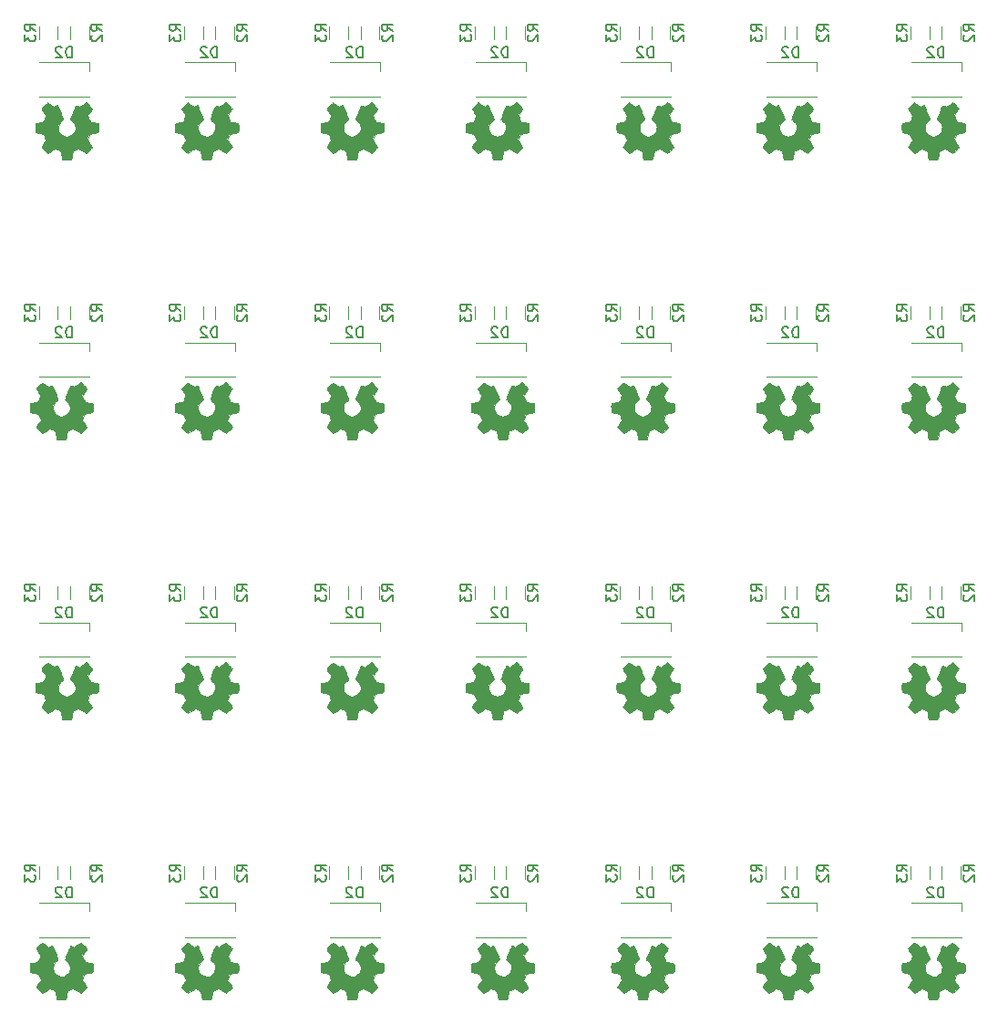
<source format=gbo>
G04 #@! TF.FileFunction,Legend,Bot*
%FSLAX46Y46*%
G04 Gerber Fmt 4.6, Leading zero omitted, Abs format (unit mm)*
G04 Created by KiCad (PCBNEW 4.0.5) date 03/17/17 16:41:39*
%MOMM*%
%LPD*%
G01*
G04 APERTURE LIST*
%ADD10C,0.100000*%
%ADD11C,0.010000*%
%ADD12C,0.120000*%
%ADD13C,0.150000*%
G04 APERTURE END LIST*
D10*
D11*
G36*
X155517497Y-62661177D02*
X155594342Y-62634735D01*
X155640024Y-62571205D01*
X155670198Y-62456811D01*
X155700517Y-62277774D01*
X155711044Y-62214888D01*
X155739753Y-62061109D01*
X155766920Y-61940434D01*
X155787046Y-61877044D01*
X155788332Y-61874964D01*
X155838112Y-61840915D01*
X155942932Y-61787478D01*
X156067834Y-61731540D01*
X156321834Y-61624094D01*
X157023962Y-62089458D01*
X157297315Y-61818535D01*
X157417894Y-61695567D01*
X157511301Y-61593723D01*
X157563908Y-61528181D01*
X157570667Y-61514079D01*
X157547945Y-61466590D01*
X157487103Y-61367610D01*
X157399129Y-61234619D01*
X157350870Y-61164384D01*
X157131074Y-60848223D01*
X157257197Y-60561948D01*
X157383321Y-60275674D01*
X157678077Y-60223329D01*
X157884895Y-60187697D01*
X158023216Y-60158772D01*
X158106665Y-60122661D01*
X158148869Y-60065473D01*
X158163452Y-59973314D01*
X158164039Y-59832292D01*
X158163334Y-59728556D01*
X158159448Y-59523374D01*
X158146862Y-59392073D01*
X158124183Y-59324186D01*
X158107694Y-59310374D01*
X158041016Y-59293674D01*
X157915712Y-59269077D01*
X157756853Y-59241447D01*
X157729146Y-59236933D01*
X157573074Y-59206399D01*
X157452547Y-59172774D01*
X157389571Y-59142443D01*
X157385821Y-59137338D01*
X157360417Y-59075663D01*
X157313972Y-58960889D01*
X157260058Y-58826637D01*
X157154711Y-58563440D01*
X157362689Y-58267290D01*
X157457182Y-58128941D01*
X157529236Y-58016220D01*
X157567416Y-57947310D01*
X157570667Y-57936598D01*
X157542448Y-57893380D01*
X157466887Y-57806682D01*
X157357628Y-57691754D01*
X157297675Y-57631490D01*
X157024684Y-57360925D01*
X156699953Y-57575385D01*
X156375222Y-57789846D01*
X156230303Y-57704342D01*
X156135812Y-57654060D01*
X156077450Y-57633269D01*
X156070936Y-57634669D01*
X156048216Y-57680159D01*
X156001091Y-57787609D01*
X155936205Y-57940783D01*
X155860203Y-58123444D01*
X155779731Y-58319355D01*
X155701433Y-58512279D01*
X155631954Y-58685979D01*
X155577940Y-58824217D01*
X155546036Y-58910757D01*
X155540273Y-58931339D01*
X155573085Y-58972135D01*
X155654240Y-59039059D01*
X155702034Y-59073457D01*
X155874841Y-59237244D01*
X155980309Y-59432208D01*
X156022936Y-59644715D01*
X156007220Y-59861133D01*
X155937659Y-60067829D01*
X155818750Y-60251170D01*
X155654993Y-60397525D01*
X155450885Y-60493259D01*
X155223135Y-60524899D01*
X154967096Y-60487624D01*
X154753618Y-60387512D01*
X154587120Y-60237314D01*
X154472020Y-60049783D01*
X154412739Y-59837671D01*
X154413694Y-59613728D01*
X154479306Y-59390708D01*
X154613994Y-59181362D01*
X154720763Y-59075261D01*
X154826189Y-58982695D01*
X154877228Y-58921945D01*
X154883858Y-58869824D01*
X154856057Y-58803143D01*
X154846147Y-58783897D01*
X154798069Y-58681896D01*
X154732606Y-58531491D01*
X154663002Y-58363211D01*
X154655227Y-58343834D01*
X154581023Y-58160472D01*
X154505262Y-57976861D01*
X154444031Y-57831979D01*
X154442724Y-57828955D01*
X154355089Y-57626410D01*
X154044801Y-57785598D01*
X153747029Y-57580466D01*
X153609180Y-57487421D01*
X153498667Y-57416406D01*
X153433162Y-57378637D01*
X153423823Y-57375334D01*
X153384627Y-57403430D01*
X153301441Y-57478545D01*
X153189216Y-57586920D01*
X153135027Y-57641056D01*
X153017383Y-57763053D01*
X152926847Y-57863218D01*
X152877105Y-57926123D01*
X152871667Y-57937897D01*
X152893643Y-57985183D01*
X152952179Y-58084026D01*
X153036184Y-58215998D01*
X153068755Y-58265409D01*
X153164354Y-58411906D01*
X153219217Y-58510190D01*
X153240258Y-58582037D01*
X153234389Y-58649221D01*
X153213051Y-58719985D01*
X153144262Y-58916312D01*
X153083376Y-59047763D01*
X153014130Y-59130611D01*
X152920264Y-59181125D01*
X152785517Y-59215576D01*
X152702285Y-59231052D01*
X152542049Y-59260486D01*
X152411350Y-59286117D01*
X152335327Y-59302986D01*
X152330375Y-59304399D01*
X152304114Y-59336759D01*
X152289389Y-59421538D01*
X152285065Y-59570263D01*
X152288042Y-59733417D01*
X152300167Y-60145640D01*
X152678177Y-60211236D01*
X153056187Y-60276833D01*
X153293575Y-60856059D01*
X153082621Y-61161214D01*
X152987728Y-61302852D01*
X152914971Y-61419766D01*
X152875573Y-61493564D01*
X152871667Y-61506992D01*
X152899956Y-61552942D01*
X152975719Y-61641909D01*
X153085294Y-61758332D01*
X153146010Y-61819517D01*
X153420353Y-62091422D01*
X153743037Y-61871211D01*
X153890721Y-61774209D01*
X154015755Y-61699013D01*
X154099457Y-61656549D01*
X154119593Y-61651001D01*
X154184987Y-61667228D01*
X154299711Y-61709321D01*
X154410508Y-61755832D01*
X154517275Y-61804208D01*
X154590559Y-61848666D01*
X154640056Y-61906355D01*
X154675463Y-61994421D01*
X154706474Y-62130013D01*
X154742787Y-62330278D01*
X154746192Y-62349500D01*
X154798734Y-62645834D01*
X155207707Y-62657910D01*
X155393837Y-62664309D01*
X155517497Y-62661177D01*
X155517497Y-62661177D01*
G37*
X155517497Y-62661177D02*
X155594342Y-62634735D01*
X155640024Y-62571205D01*
X155670198Y-62456811D01*
X155700517Y-62277774D01*
X155711044Y-62214888D01*
X155739753Y-62061109D01*
X155766920Y-61940434D01*
X155787046Y-61877044D01*
X155788332Y-61874964D01*
X155838112Y-61840915D01*
X155942932Y-61787478D01*
X156067834Y-61731540D01*
X156321834Y-61624094D01*
X157023962Y-62089458D01*
X157297315Y-61818535D01*
X157417894Y-61695567D01*
X157511301Y-61593723D01*
X157563908Y-61528181D01*
X157570667Y-61514079D01*
X157547945Y-61466590D01*
X157487103Y-61367610D01*
X157399129Y-61234619D01*
X157350870Y-61164384D01*
X157131074Y-60848223D01*
X157257197Y-60561948D01*
X157383321Y-60275674D01*
X157678077Y-60223329D01*
X157884895Y-60187697D01*
X158023216Y-60158772D01*
X158106665Y-60122661D01*
X158148869Y-60065473D01*
X158163452Y-59973314D01*
X158164039Y-59832292D01*
X158163334Y-59728556D01*
X158159448Y-59523374D01*
X158146862Y-59392073D01*
X158124183Y-59324186D01*
X158107694Y-59310374D01*
X158041016Y-59293674D01*
X157915712Y-59269077D01*
X157756853Y-59241447D01*
X157729146Y-59236933D01*
X157573074Y-59206399D01*
X157452547Y-59172774D01*
X157389571Y-59142443D01*
X157385821Y-59137338D01*
X157360417Y-59075663D01*
X157313972Y-58960889D01*
X157260058Y-58826637D01*
X157154711Y-58563440D01*
X157362689Y-58267290D01*
X157457182Y-58128941D01*
X157529236Y-58016220D01*
X157567416Y-57947310D01*
X157570667Y-57936598D01*
X157542448Y-57893380D01*
X157466887Y-57806682D01*
X157357628Y-57691754D01*
X157297675Y-57631490D01*
X157024684Y-57360925D01*
X156699953Y-57575385D01*
X156375222Y-57789846D01*
X156230303Y-57704342D01*
X156135812Y-57654060D01*
X156077450Y-57633269D01*
X156070936Y-57634669D01*
X156048216Y-57680159D01*
X156001091Y-57787609D01*
X155936205Y-57940783D01*
X155860203Y-58123444D01*
X155779731Y-58319355D01*
X155701433Y-58512279D01*
X155631954Y-58685979D01*
X155577940Y-58824217D01*
X155546036Y-58910757D01*
X155540273Y-58931339D01*
X155573085Y-58972135D01*
X155654240Y-59039059D01*
X155702034Y-59073457D01*
X155874841Y-59237244D01*
X155980309Y-59432208D01*
X156022936Y-59644715D01*
X156007220Y-59861133D01*
X155937659Y-60067829D01*
X155818750Y-60251170D01*
X155654993Y-60397525D01*
X155450885Y-60493259D01*
X155223135Y-60524899D01*
X154967096Y-60487624D01*
X154753618Y-60387512D01*
X154587120Y-60237314D01*
X154472020Y-60049783D01*
X154412739Y-59837671D01*
X154413694Y-59613728D01*
X154479306Y-59390708D01*
X154613994Y-59181362D01*
X154720763Y-59075261D01*
X154826189Y-58982695D01*
X154877228Y-58921945D01*
X154883858Y-58869824D01*
X154856057Y-58803143D01*
X154846147Y-58783897D01*
X154798069Y-58681896D01*
X154732606Y-58531491D01*
X154663002Y-58363211D01*
X154655227Y-58343834D01*
X154581023Y-58160472D01*
X154505262Y-57976861D01*
X154444031Y-57831979D01*
X154442724Y-57828955D01*
X154355089Y-57626410D01*
X154044801Y-57785598D01*
X153747029Y-57580466D01*
X153609180Y-57487421D01*
X153498667Y-57416406D01*
X153433162Y-57378637D01*
X153423823Y-57375334D01*
X153384627Y-57403430D01*
X153301441Y-57478545D01*
X153189216Y-57586920D01*
X153135027Y-57641056D01*
X153017383Y-57763053D01*
X152926847Y-57863218D01*
X152877105Y-57926123D01*
X152871667Y-57937897D01*
X152893643Y-57985183D01*
X152952179Y-58084026D01*
X153036184Y-58215998D01*
X153068755Y-58265409D01*
X153164354Y-58411906D01*
X153219217Y-58510190D01*
X153240258Y-58582037D01*
X153234389Y-58649221D01*
X153213051Y-58719985D01*
X153144262Y-58916312D01*
X153083376Y-59047763D01*
X153014130Y-59130611D01*
X152920264Y-59181125D01*
X152785517Y-59215576D01*
X152702285Y-59231052D01*
X152542049Y-59260486D01*
X152411350Y-59286117D01*
X152335327Y-59302986D01*
X152330375Y-59304399D01*
X152304114Y-59336759D01*
X152289389Y-59421538D01*
X152285065Y-59570263D01*
X152288042Y-59733417D01*
X152300167Y-60145640D01*
X152678177Y-60211236D01*
X153056187Y-60276833D01*
X153293575Y-60856059D01*
X153082621Y-61161214D01*
X152987728Y-61302852D01*
X152914971Y-61419766D01*
X152875573Y-61493564D01*
X152871667Y-61506992D01*
X152899956Y-61552942D01*
X152975719Y-61641909D01*
X153085294Y-61758332D01*
X153146010Y-61819517D01*
X153420353Y-62091422D01*
X153743037Y-61871211D01*
X153890721Y-61774209D01*
X154015755Y-61699013D01*
X154099457Y-61656549D01*
X154119593Y-61651001D01*
X154184987Y-61667228D01*
X154299711Y-61709321D01*
X154410508Y-61755832D01*
X154517275Y-61804208D01*
X154590559Y-61848666D01*
X154640056Y-61906355D01*
X154675463Y-61994421D01*
X154706474Y-62130013D01*
X154742787Y-62330278D01*
X154746192Y-62349500D01*
X154798734Y-62645834D01*
X155207707Y-62657910D01*
X155393837Y-62664309D01*
X155517497Y-62661177D01*
G36*
X142017497Y-62661177D02*
X142094342Y-62634735D01*
X142140024Y-62571205D01*
X142170198Y-62456811D01*
X142200517Y-62277774D01*
X142211044Y-62214888D01*
X142239753Y-62061109D01*
X142266920Y-61940434D01*
X142287046Y-61877044D01*
X142288332Y-61874964D01*
X142338112Y-61840915D01*
X142442932Y-61787478D01*
X142567834Y-61731540D01*
X142821834Y-61624094D01*
X143523962Y-62089458D01*
X143797315Y-61818535D01*
X143917894Y-61695567D01*
X144011301Y-61593723D01*
X144063908Y-61528181D01*
X144070667Y-61514079D01*
X144047945Y-61466590D01*
X143987103Y-61367610D01*
X143899129Y-61234619D01*
X143850870Y-61164384D01*
X143631074Y-60848223D01*
X143757197Y-60561948D01*
X143883321Y-60275674D01*
X144178077Y-60223329D01*
X144384895Y-60187697D01*
X144523216Y-60158772D01*
X144606665Y-60122661D01*
X144648869Y-60065473D01*
X144663452Y-59973314D01*
X144664039Y-59832292D01*
X144663334Y-59728556D01*
X144659448Y-59523374D01*
X144646862Y-59392073D01*
X144624183Y-59324186D01*
X144607694Y-59310374D01*
X144541016Y-59293674D01*
X144415712Y-59269077D01*
X144256853Y-59241447D01*
X144229146Y-59236933D01*
X144073074Y-59206399D01*
X143952547Y-59172774D01*
X143889571Y-59142443D01*
X143885821Y-59137338D01*
X143860417Y-59075663D01*
X143813972Y-58960889D01*
X143760058Y-58826637D01*
X143654711Y-58563440D01*
X143862689Y-58267290D01*
X143957182Y-58128941D01*
X144029236Y-58016220D01*
X144067416Y-57947310D01*
X144070667Y-57936598D01*
X144042448Y-57893380D01*
X143966887Y-57806682D01*
X143857628Y-57691754D01*
X143797675Y-57631490D01*
X143524684Y-57360925D01*
X143199953Y-57575385D01*
X142875222Y-57789846D01*
X142730303Y-57704342D01*
X142635812Y-57654060D01*
X142577450Y-57633269D01*
X142570936Y-57634669D01*
X142548216Y-57680159D01*
X142501091Y-57787609D01*
X142436205Y-57940783D01*
X142360203Y-58123444D01*
X142279731Y-58319355D01*
X142201433Y-58512279D01*
X142131954Y-58685979D01*
X142077940Y-58824217D01*
X142046036Y-58910757D01*
X142040273Y-58931339D01*
X142073085Y-58972135D01*
X142154240Y-59039059D01*
X142202034Y-59073457D01*
X142374841Y-59237244D01*
X142480309Y-59432208D01*
X142522936Y-59644715D01*
X142507220Y-59861133D01*
X142437659Y-60067829D01*
X142318750Y-60251170D01*
X142154993Y-60397525D01*
X141950885Y-60493259D01*
X141723135Y-60524899D01*
X141467096Y-60487624D01*
X141253618Y-60387512D01*
X141087120Y-60237314D01*
X140972020Y-60049783D01*
X140912739Y-59837671D01*
X140913694Y-59613728D01*
X140979306Y-59390708D01*
X141113994Y-59181362D01*
X141220763Y-59075261D01*
X141326189Y-58982695D01*
X141377228Y-58921945D01*
X141383858Y-58869824D01*
X141356057Y-58803143D01*
X141346147Y-58783897D01*
X141298069Y-58681896D01*
X141232606Y-58531491D01*
X141163002Y-58363211D01*
X141155227Y-58343834D01*
X141081023Y-58160472D01*
X141005262Y-57976861D01*
X140944031Y-57831979D01*
X140942724Y-57828955D01*
X140855089Y-57626410D01*
X140544801Y-57785598D01*
X140247029Y-57580466D01*
X140109180Y-57487421D01*
X139998667Y-57416406D01*
X139933162Y-57378637D01*
X139923823Y-57375334D01*
X139884627Y-57403430D01*
X139801441Y-57478545D01*
X139689216Y-57586920D01*
X139635027Y-57641056D01*
X139517383Y-57763053D01*
X139426847Y-57863218D01*
X139377105Y-57926123D01*
X139371667Y-57937897D01*
X139393643Y-57985183D01*
X139452179Y-58084026D01*
X139536184Y-58215998D01*
X139568755Y-58265409D01*
X139664354Y-58411906D01*
X139719217Y-58510190D01*
X139740258Y-58582037D01*
X139734389Y-58649221D01*
X139713051Y-58719985D01*
X139644262Y-58916312D01*
X139583376Y-59047763D01*
X139514130Y-59130611D01*
X139420264Y-59181125D01*
X139285517Y-59215576D01*
X139202285Y-59231052D01*
X139042049Y-59260486D01*
X138911350Y-59286117D01*
X138835327Y-59302986D01*
X138830375Y-59304399D01*
X138804114Y-59336759D01*
X138789389Y-59421538D01*
X138785065Y-59570263D01*
X138788042Y-59733417D01*
X138800167Y-60145640D01*
X139178177Y-60211236D01*
X139556187Y-60276833D01*
X139793575Y-60856059D01*
X139582621Y-61161214D01*
X139487728Y-61302852D01*
X139414971Y-61419766D01*
X139375573Y-61493564D01*
X139371667Y-61506992D01*
X139399956Y-61552942D01*
X139475719Y-61641909D01*
X139585294Y-61758332D01*
X139646010Y-61819517D01*
X139920353Y-62091422D01*
X140243037Y-61871211D01*
X140390721Y-61774209D01*
X140515755Y-61699013D01*
X140599457Y-61656549D01*
X140619593Y-61651001D01*
X140684987Y-61667228D01*
X140799711Y-61709321D01*
X140910508Y-61755832D01*
X141017275Y-61804208D01*
X141090559Y-61848666D01*
X141140056Y-61906355D01*
X141175463Y-61994421D01*
X141206474Y-62130013D01*
X141242787Y-62330278D01*
X141246192Y-62349500D01*
X141298734Y-62645834D01*
X141707707Y-62657910D01*
X141893837Y-62664309D01*
X142017497Y-62661177D01*
X142017497Y-62661177D01*
G37*
X142017497Y-62661177D02*
X142094342Y-62634735D01*
X142140024Y-62571205D01*
X142170198Y-62456811D01*
X142200517Y-62277774D01*
X142211044Y-62214888D01*
X142239753Y-62061109D01*
X142266920Y-61940434D01*
X142287046Y-61877044D01*
X142288332Y-61874964D01*
X142338112Y-61840915D01*
X142442932Y-61787478D01*
X142567834Y-61731540D01*
X142821834Y-61624094D01*
X143523962Y-62089458D01*
X143797315Y-61818535D01*
X143917894Y-61695567D01*
X144011301Y-61593723D01*
X144063908Y-61528181D01*
X144070667Y-61514079D01*
X144047945Y-61466590D01*
X143987103Y-61367610D01*
X143899129Y-61234619D01*
X143850870Y-61164384D01*
X143631074Y-60848223D01*
X143757197Y-60561948D01*
X143883321Y-60275674D01*
X144178077Y-60223329D01*
X144384895Y-60187697D01*
X144523216Y-60158772D01*
X144606665Y-60122661D01*
X144648869Y-60065473D01*
X144663452Y-59973314D01*
X144664039Y-59832292D01*
X144663334Y-59728556D01*
X144659448Y-59523374D01*
X144646862Y-59392073D01*
X144624183Y-59324186D01*
X144607694Y-59310374D01*
X144541016Y-59293674D01*
X144415712Y-59269077D01*
X144256853Y-59241447D01*
X144229146Y-59236933D01*
X144073074Y-59206399D01*
X143952547Y-59172774D01*
X143889571Y-59142443D01*
X143885821Y-59137338D01*
X143860417Y-59075663D01*
X143813972Y-58960889D01*
X143760058Y-58826637D01*
X143654711Y-58563440D01*
X143862689Y-58267290D01*
X143957182Y-58128941D01*
X144029236Y-58016220D01*
X144067416Y-57947310D01*
X144070667Y-57936598D01*
X144042448Y-57893380D01*
X143966887Y-57806682D01*
X143857628Y-57691754D01*
X143797675Y-57631490D01*
X143524684Y-57360925D01*
X143199953Y-57575385D01*
X142875222Y-57789846D01*
X142730303Y-57704342D01*
X142635812Y-57654060D01*
X142577450Y-57633269D01*
X142570936Y-57634669D01*
X142548216Y-57680159D01*
X142501091Y-57787609D01*
X142436205Y-57940783D01*
X142360203Y-58123444D01*
X142279731Y-58319355D01*
X142201433Y-58512279D01*
X142131954Y-58685979D01*
X142077940Y-58824217D01*
X142046036Y-58910757D01*
X142040273Y-58931339D01*
X142073085Y-58972135D01*
X142154240Y-59039059D01*
X142202034Y-59073457D01*
X142374841Y-59237244D01*
X142480309Y-59432208D01*
X142522936Y-59644715D01*
X142507220Y-59861133D01*
X142437659Y-60067829D01*
X142318750Y-60251170D01*
X142154993Y-60397525D01*
X141950885Y-60493259D01*
X141723135Y-60524899D01*
X141467096Y-60487624D01*
X141253618Y-60387512D01*
X141087120Y-60237314D01*
X140972020Y-60049783D01*
X140912739Y-59837671D01*
X140913694Y-59613728D01*
X140979306Y-59390708D01*
X141113994Y-59181362D01*
X141220763Y-59075261D01*
X141326189Y-58982695D01*
X141377228Y-58921945D01*
X141383858Y-58869824D01*
X141356057Y-58803143D01*
X141346147Y-58783897D01*
X141298069Y-58681896D01*
X141232606Y-58531491D01*
X141163002Y-58363211D01*
X141155227Y-58343834D01*
X141081023Y-58160472D01*
X141005262Y-57976861D01*
X140944031Y-57831979D01*
X140942724Y-57828955D01*
X140855089Y-57626410D01*
X140544801Y-57785598D01*
X140247029Y-57580466D01*
X140109180Y-57487421D01*
X139998667Y-57416406D01*
X139933162Y-57378637D01*
X139923823Y-57375334D01*
X139884627Y-57403430D01*
X139801441Y-57478545D01*
X139689216Y-57586920D01*
X139635027Y-57641056D01*
X139517383Y-57763053D01*
X139426847Y-57863218D01*
X139377105Y-57926123D01*
X139371667Y-57937897D01*
X139393643Y-57985183D01*
X139452179Y-58084026D01*
X139536184Y-58215998D01*
X139568755Y-58265409D01*
X139664354Y-58411906D01*
X139719217Y-58510190D01*
X139740258Y-58582037D01*
X139734389Y-58649221D01*
X139713051Y-58719985D01*
X139644262Y-58916312D01*
X139583376Y-59047763D01*
X139514130Y-59130611D01*
X139420264Y-59181125D01*
X139285517Y-59215576D01*
X139202285Y-59231052D01*
X139042049Y-59260486D01*
X138911350Y-59286117D01*
X138835327Y-59302986D01*
X138830375Y-59304399D01*
X138804114Y-59336759D01*
X138789389Y-59421538D01*
X138785065Y-59570263D01*
X138788042Y-59733417D01*
X138800167Y-60145640D01*
X139178177Y-60211236D01*
X139556187Y-60276833D01*
X139793575Y-60856059D01*
X139582621Y-61161214D01*
X139487728Y-61302852D01*
X139414971Y-61419766D01*
X139375573Y-61493564D01*
X139371667Y-61506992D01*
X139399956Y-61552942D01*
X139475719Y-61641909D01*
X139585294Y-61758332D01*
X139646010Y-61819517D01*
X139920353Y-62091422D01*
X140243037Y-61871211D01*
X140390721Y-61774209D01*
X140515755Y-61699013D01*
X140599457Y-61656549D01*
X140619593Y-61651001D01*
X140684987Y-61667228D01*
X140799711Y-61709321D01*
X140910508Y-61755832D01*
X141017275Y-61804208D01*
X141090559Y-61848666D01*
X141140056Y-61906355D01*
X141175463Y-61994421D01*
X141206474Y-62130013D01*
X141242787Y-62330278D01*
X141246192Y-62349500D01*
X141298734Y-62645834D01*
X141707707Y-62657910D01*
X141893837Y-62664309D01*
X142017497Y-62661177D01*
G36*
X128517497Y-62661177D02*
X128594342Y-62634735D01*
X128640024Y-62571205D01*
X128670198Y-62456811D01*
X128700517Y-62277774D01*
X128711044Y-62214888D01*
X128739753Y-62061109D01*
X128766920Y-61940434D01*
X128787046Y-61877044D01*
X128788332Y-61874964D01*
X128838112Y-61840915D01*
X128942932Y-61787478D01*
X129067834Y-61731540D01*
X129321834Y-61624094D01*
X130023962Y-62089458D01*
X130297315Y-61818535D01*
X130417894Y-61695567D01*
X130511301Y-61593723D01*
X130563908Y-61528181D01*
X130570667Y-61514079D01*
X130547945Y-61466590D01*
X130487103Y-61367610D01*
X130399129Y-61234619D01*
X130350870Y-61164384D01*
X130131074Y-60848223D01*
X130257197Y-60561948D01*
X130383321Y-60275674D01*
X130678077Y-60223329D01*
X130884895Y-60187697D01*
X131023216Y-60158772D01*
X131106665Y-60122661D01*
X131148869Y-60065473D01*
X131163452Y-59973314D01*
X131164039Y-59832292D01*
X131163334Y-59728556D01*
X131159448Y-59523374D01*
X131146862Y-59392073D01*
X131124183Y-59324186D01*
X131107694Y-59310374D01*
X131041016Y-59293674D01*
X130915712Y-59269077D01*
X130756853Y-59241447D01*
X130729146Y-59236933D01*
X130573074Y-59206399D01*
X130452547Y-59172774D01*
X130389571Y-59142443D01*
X130385821Y-59137338D01*
X130360417Y-59075663D01*
X130313972Y-58960889D01*
X130260058Y-58826637D01*
X130154711Y-58563440D01*
X130362689Y-58267290D01*
X130457182Y-58128941D01*
X130529236Y-58016220D01*
X130567416Y-57947310D01*
X130570667Y-57936598D01*
X130542448Y-57893380D01*
X130466887Y-57806682D01*
X130357628Y-57691754D01*
X130297675Y-57631490D01*
X130024684Y-57360925D01*
X129699953Y-57575385D01*
X129375222Y-57789846D01*
X129230303Y-57704342D01*
X129135812Y-57654060D01*
X129077450Y-57633269D01*
X129070936Y-57634669D01*
X129048216Y-57680159D01*
X129001091Y-57787609D01*
X128936205Y-57940783D01*
X128860203Y-58123444D01*
X128779731Y-58319355D01*
X128701433Y-58512279D01*
X128631954Y-58685979D01*
X128577940Y-58824217D01*
X128546036Y-58910757D01*
X128540273Y-58931339D01*
X128573085Y-58972135D01*
X128654240Y-59039059D01*
X128702034Y-59073457D01*
X128874841Y-59237244D01*
X128980309Y-59432208D01*
X129022936Y-59644715D01*
X129007220Y-59861133D01*
X128937659Y-60067829D01*
X128818750Y-60251170D01*
X128654993Y-60397525D01*
X128450885Y-60493259D01*
X128223135Y-60524899D01*
X127967096Y-60487624D01*
X127753618Y-60387512D01*
X127587120Y-60237314D01*
X127472020Y-60049783D01*
X127412739Y-59837671D01*
X127413694Y-59613728D01*
X127479306Y-59390708D01*
X127613994Y-59181362D01*
X127720763Y-59075261D01*
X127826189Y-58982695D01*
X127877228Y-58921945D01*
X127883858Y-58869824D01*
X127856057Y-58803143D01*
X127846147Y-58783897D01*
X127798069Y-58681896D01*
X127732606Y-58531491D01*
X127663002Y-58363211D01*
X127655227Y-58343834D01*
X127581023Y-58160472D01*
X127505262Y-57976861D01*
X127444031Y-57831979D01*
X127442724Y-57828955D01*
X127355089Y-57626410D01*
X127044801Y-57785598D01*
X126747029Y-57580466D01*
X126609180Y-57487421D01*
X126498667Y-57416406D01*
X126433162Y-57378637D01*
X126423823Y-57375334D01*
X126384627Y-57403430D01*
X126301441Y-57478545D01*
X126189216Y-57586920D01*
X126135027Y-57641056D01*
X126017383Y-57763053D01*
X125926847Y-57863218D01*
X125877105Y-57926123D01*
X125871667Y-57937897D01*
X125893643Y-57985183D01*
X125952179Y-58084026D01*
X126036184Y-58215998D01*
X126068755Y-58265409D01*
X126164354Y-58411906D01*
X126219217Y-58510190D01*
X126240258Y-58582037D01*
X126234389Y-58649221D01*
X126213051Y-58719985D01*
X126144262Y-58916312D01*
X126083376Y-59047763D01*
X126014130Y-59130611D01*
X125920264Y-59181125D01*
X125785517Y-59215576D01*
X125702285Y-59231052D01*
X125542049Y-59260486D01*
X125411350Y-59286117D01*
X125335327Y-59302986D01*
X125330375Y-59304399D01*
X125304114Y-59336759D01*
X125289389Y-59421538D01*
X125285065Y-59570263D01*
X125288042Y-59733417D01*
X125300167Y-60145640D01*
X125678177Y-60211236D01*
X126056187Y-60276833D01*
X126293575Y-60856059D01*
X126082621Y-61161214D01*
X125987728Y-61302852D01*
X125914971Y-61419766D01*
X125875573Y-61493564D01*
X125871667Y-61506992D01*
X125899956Y-61552942D01*
X125975719Y-61641909D01*
X126085294Y-61758332D01*
X126146010Y-61819517D01*
X126420353Y-62091422D01*
X126743037Y-61871211D01*
X126890721Y-61774209D01*
X127015755Y-61699013D01*
X127099457Y-61656549D01*
X127119593Y-61651001D01*
X127184987Y-61667228D01*
X127299711Y-61709321D01*
X127410508Y-61755832D01*
X127517275Y-61804208D01*
X127590559Y-61848666D01*
X127640056Y-61906355D01*
X127675463Y-61994421D01*
X127706474Y-62130013D01*
X127742787Y-62330278D01*
X127746192Y-62349500D01*
X127798734Y-62645834D01*
X128207707Y-62657910D01*
X128393837Y-62664309D01*
X128517497Y-62661177D01*
X128517497Y-62661177D01*
G37*
X128517497Y-62661177D02*
X128594342Y-62634735D01*
X128640024Y-62571205D01*
X128670198Y-62456811D01*
X128700517Y-62277774D01*
X128711044Y-62214888D01*
X128739753Y-62061109D01*
X128766920Y-61940434D01*
X128787046Y-61877044D01*
X128788332Y-61874964D01*
X128838112Y-61840915D01*
X128942932Y-61787478D01*
X129067834Y-61731540D01*
X129321834Y-61624094D01*
X130023962Y-62089458D01*
X130297315Y-61818535D01*
X130417894Y-61695567D01*
X130511301Y-61593723D01*
X130563908Y-61528181D01*
X130570667Y-61514079D01*
X130547945Y-61466590D01*
X130487103Y-61367610D01*
X130399129Y-61234619D01*
X130350870Y-61164384D01*
X130131074Y-60848223D01*
X130257197Y-60561948D01*
X130383321Y-60275674D01*
X130678077Y-60223329D01*
X130884895Y-60187697D01*
X131023216Y-60158772D01*
X131106665Y-60122661D01*
X131148869Y-60065473D01*
X131163452Y-59973314D01*
X131164039Y-59832292D01*
X131163334Y-59728556D01*
X131159448Y-59523374D01*
X131146862Y-59392073D01*
X131124183Y-59324186D01*
X131107694Y-59310374D01*
X131041016Y-59293674D01*
X130915712Y-59269077D01*
X130756853Y-59241447D01*
X130729146Y-59236933D01*
X130573074Y-59206399D01*
X130452547Y-59172774D01*
X130389571Y-59142443D01*
X130385821Y-59137338D01*
X130360417Y-59075663D01*
X130313972Y-58960889D01*
X130260058Y-58826637D01*
X130154711Y-58563440D01*
X130362689Y-58267290D01*
X130457182Y-58128941D01*
X130529236Y-58016220D01*
X130567416Y-57947310D01*
X130570667Y-57936598D01*
X130542448Y-57893380D01*
X130466887Y-57806682D01*
X130357628Y-57691754D01*
X130297675Y-57631490D01*
X130024684Y-57360925D01*
X129699953Y-57575385D01*
X129375222Y-57789846D01*
X129230303Y-57704342D01*
X129135812Y-57654060D01*
X129077450Y-57633269D01*
X129070936Y-57634669D01*
X129048216Y-57680159D01*
X129001091Y-57787609D01*
X128936205Y-57940783D01*
X128860203Y-58123444D01*
X128779731Y-58319355D01*
X128701433Y-58512279D01*
X128631954Y-58685979D01*
X128577940Y-58824217D01*
X128546036Y-58910757D01*
X128540273Y-58931339D01*
X128573085Y-58972135D01*
X128654240Y-59039059D01*
X128702034Y-59073457D01*
X128874841Y-59237244D01*
X128980309Y-59432208D01*
X129022936Y-59644715D01*
X129007220Y-59861133D01*
X128937659Y-60067829D01*
X128818750Y-60251170D01*
X128654993Y-60397525D01*
X128450885Y-60493259D01*
X128223135Y-60524899D01*
X127967096Y-60487624D01*
X127753618Y-60387512D01*
X127587120Y-60237314D01*
X127472020Y-60049783D01*
X127412739Y-59837671D01*
X127413694Y-59613728D01*
X127479306Y-59390708D01*
X127613994Y-59181362D01*
X127720763Y-59075261D01*
X127826189Y-58982695D01*
X127877228Y-58921945D01*
X127883858Y-58869824D01*
X127856057Y-58803143D01*
X127846147Y-58783897D01*
X127798069Y-58681896D01*
X127732606Y-58531491D01*
X127663002Y-58363211D01*
X127655227Y-58343834D01*
X127581023Y-58160472D01*
X127505262Y-57976861D01*
X127444031Y-57831979D01*
X127442724Y-57828955D01*
X127355089Y-57626410D01*
X127044801Y-57785598D01*
X126747029Y-57580466D01*
X126609180Y-57487421D01*
X126498667Y-57416406D01*
X126433162Y-57378637D01*
X126423823Y-57375334D01*
X126384627Y-57403430D01*
X126301441Y-57478545D01*
X126189216Y-57586920D01*
X126135027Y-57641056D01*
X126017383Y-57763053D01*
X125926847Y-57863218D01*
X125877105Y-57926123D01*
X125871667Y-57937897D01*
X125893643Y-57985183D01*
X125952179Y-58084026D01*
X126036184Y-58215998D01*
X126068755Y-58265409D01*
X126164354Y-58411906D01*
X126219217Y-58510190D01*
X126240258Y-58582037D01*
X126234389Y-58649221D01*
X126213051Y-58719985D01*
X126144262Y-58916312D01*
X126083376Y-59047763D01*
X126014130Y-59130611D01*
X125920264Y-59181125D01*
X125785517Y-59215576D01*
X125702285Y-59231052D01*
X125542049Y-59260486D01*
X125411350Y-59286117D01*
X125335327Y-59302986D01*
X125330375Y-59304399D01*
X125304114Y-59336759D01*
X125289389Y-59421538D01*
X125285065Y-59570263D01*
X125288042Y-59733417D01*
X125300167Y-60145640D01*
X125678177Y-60211236D01*
X126056187Y-60276833D01*
X126293575Y-60856059D01*
X126082621Y-61161214D01*
X125987728Y-61302852D01*
X125914971Y-61419766D01*
X125875573Y-61493564D01*
X125871667Y-61506992D01*
X125899956Y-61552942D01*
X125975719Y-61641909D01*
X126085294Y-61758332D01*
X126146010Y-61819517D01*
X126420353Y-62091422D01*
X126743037Y-61871211D01*
X126890721Y-61774209D01*
X127015755Y-61699013D01*
X127099457Y-61656549D01*
X127119593Y-61651001D01*
X127184987Y-61667228D01*
X127299711Y-61709321D01*
X127410508Y-61755832D01*
X127517275Y-61804208D01*
X127590559Y-61848666D01*
X127640056Y-61906355D01*
X127675463Y-61994421D01*
X127706474Y-62130013D01*
X127742787Y-62330278D01*
X127746192Y-62349500D01*
X127798734Y-62645834D01*
X128207707Y-62657910D01*
X128393837Y-62664309D01*
X128517497Y-62661177D01*
G36*
X115517497Y-62661177D02*
X115594342Y-62634735D01*
X115640024Y-62571205D01*
X115670198Y-62456811D01*
X115700517Y-62277774D01*
X115711044Y-62214888D01*
X115739753Y-62061109D01*
X115766920Y-61940434D01*
X115787046Y-61877044D01*
X115788332Y-61874964D01*
X115838112Y-61840915D01*
X115942932Y-61787478D01*
X116067834Y-61731540D01*
X116321834Y-61624094D01*
X117023962Y-62089458D01*
X117297315Y-61818535D01*
X117417894Y-61695567D01*
X117511301Y-61593723D01*
X117563908Y-61528181D01*
X117570667Y-61514079D01*
X117547945Y-61466590D01*
X117487103Y-61367610D01*
X117399129Y-61234619D01*
X117350870Y-61164384D01*
X117131074Y-60848223D01*
X117257197Y-60561948D01*
X117383321Y-60275674D01*
X117678077Y-60223329D01*
X117884895Y-60187697D01*
X118023216Y-60158772D01*
X118106665Y-60122661D01*
X118148869Y-60065473D01*
X118163452Y-59973314D01*
X118164039Y-59832292D01*
X118163334Y-59728556D01*
X118159448Y-59523374D01*
X118146862Y-59392073D01*
X118124183Y-59324186D01*
X118107694Y-59310374D01*
X118041016Y-59293674D01*
X117915712Y-59269077D01*
X117756853Y-59241447D01*
X117729146Y-59236933D01*
X117573074Y-59206399D01*
X117452547Y-59172774D01*
X117389571Y-59142443D01*
X117385821Y-59137338D01*
X117360417Y-59075663D01*
X117313972Y-58960889D01*
X117260058Y-58826637D01*
X117154711Y-58563440D01*
X117362689Y-58267290D01*
X117457182Y-58128941D01*
X117529236Y-58016220D01*
X117567416Y-57947310D01*
X117570667Y-57936598D01*
X117542448Y-57893380D01*
X117466887Y-57806682D01*
X117357628Y-57691754D01*
X117297675Y-57631490D01*
X117024684Y-57360925D01*
X116699953Y-57575385D01*
X116375222Y-57789846D01*
X116230303Y-57704342D01*
X116135812Y-57654060D01*
X116077450Y-57633269D01*
X116070936Y-57634669D01*
X116048216Y-57680159D01*
X116001091Y-57787609D01*
X115936205Y-57940783D01*
X115860203Y-58123444D01*
X115779731Y-58319355D01*
X115701433Y-58512279D01*
X115631954Y-58685979D01*
X115577940Y-58824217D01*
X115546036Y-58910757D01*
X115540273Y-58931339D01*
X115573085Y-58972135D01*
X115654240Y-59039059D01*
X115702034Y-59073457D01*
X115874841Y-59237244D01*
X115980309Y-59432208D01*
X116022936Y-59644715D01*
X116007220Y-59861133D01*
X115937659Y-60067829D01*
X115818750Y-60251170D01*
X115654993Y-60397525D01*
X115450885Y-60493259D01*
X115223135Y-60524899D01*
X114967096Y-60487624D01*
X114753618Y-60387512D01*
X114587120Y-60237314D01*
X114472020Y-60049783D01*
X114412739Y-59837671D01*
X114413694Y-59613728D01*
X114479306Y-59390708D01*
X114613994Y-59181362D01*
X114720763Y-59075261D01*
X114826189Y-58982695D01*
X114877228Y-58921945D01*
X114883858Y-58869824D01*
X114856057Y-58803143D01*
X114846147Y-58783897D01*
X114798069Y-58681896D01*
X114732606Y-58531491D01*
X114663002Y-58363211D01*
X114655227Y-58343834D01*
X114581023Y-58160472D01*
X114505262Y-57976861D01*
X114444031Y-57831979D01*
X114442724Y-57828955D01*
X114355089Y-57626410D01*
X114044801Y-57785598D01*
X113747029Y-57580466D01*
X113609180Y-57487421D01*
X113498667Y-57416406D01*
X113433162Y-57378637D01*
X113423823Y-57375334D01*
X113384627Y-57403430D01*
X113301441Y-57478545D01*
X113189216Y-57586920D01*
X113135027Y-57641056D01*
X113017383Y-57763053D01*
X112926847Y-57863218D01*
X112877105Y-57926123D01*
X112871667Y-57937897D01*
X112893643Y-57985183D01*
X112952179Y-58084026D01*
X113036184Y-58215998D01*
X113068755Y-58265409D01*
X113164354Y-58411906D01*
X113219217Y-58510190D01*
X113240258Y-58582037D01*
X113234389Y-58649221D01*
X113213051Y-58719985D01*
X113144262Y-58916312D01*
X113083376Y-59047763D01*
X113014130Y-59130611D01*
X112920264Y-59181125D01*
X112785517Y-59215576D01*
X112702285Y-59231052D01*
X112542049Y-59260486D01*
X112411350Y-59286117D01*
X112335327Y-59302986D01*
X112330375Y-59304399D01*
X112304114Y-59336759D01*
X112289389Y-59421538D01*
X112285065Y-59570263D01*
X112288042Y-59733417D01*
X112300167Y-60145640D01*
X112678177Y-60211236D01*
X113056187Y-60276833D01*
X113293575Y-60856059D01*
X113082621Y-61161214D01*
X112987728Y-61302852D01*
X112914971Y-61419766D01*
X112875573Y-61493564D01*
X112871667Y-61506992D01*
X112899956Y-61552942D01*
X112975719Y-61641909D01*
X113085294Y-61758332D01*
X113146010Y-61819517D01*
X113420353Y-62091422D01*
X113743037Y-61871211D01*
X113890721Y-61774209D01*
X114015755Y-61699013D01*
X114099457Y-61656549D01*
X114119593Y-61651001D01*
X114184987Y-61667228D01*
X114299711Y-61709321D01*
X114410508Y-61755832D01*
X114517275Y-61804208D01*
X114590559Y-61848666D01*
X114640056Y-61906355D01*
X114675463Y-61994421D01*
X114706474Y-62130013D01*
X114742787Y-62330278D01*
X114746192Y-62349500D01*
X114798734Y-62645834D01*
X115207707Y-62657910D01*
X115393837Y-62664309D01*
X115517497Y-62661177D01*
X115517497Y-62661177D01*
G37*
X115517497Y-62661177D02*
X115594342Y-62634735D01*
X115640024Y-62571205D01*
X115670198Y-62456811D01*
X115700517Y-62277774D01*
X115711044Y-62214888D01*
X115739753Y-62061109D01*
X115766920Y-61940434D01*
X115787046Y-61877044D01*
X115788332Y-61874964D01*
X115838112Y-61840915D01*
X115942932Y-61787478D01*
X116067834Y-61731540D01*
X116321834Y-61624094D01*
X117023962Y-62089458D01*
X117297315Y-61818535D01*
X117417894Y-61695567D01*
X117511301Y-61593723D01*
X117563908Y-61528181D01*
X117570667Y-61514079D01*
X117547945Y-61466590D01*
X117487103Y-61367610D01*
X117399129Y-61234619D01*
X117350870Y-61164384D01*
X117131074Y-60848223D01*
X117257197Y-60561948D01*
X117383321Y-60275674D01*
X117678077Y-60223329D01*
X117884895Y-60187697D01*
X118023216Y-60158772D01*
X118106665Y-60122661D01*
X118148869Y-60065473D01*
X118163452Y-59973314D01*
X118164039Y-59832292D01*
X118163334Y-59728556D01*
X118159448Y-59523374D01*
X118146862Y-59392073D01*
X118124183Y-59324186D01*
X118107694Y-59310374D01*
X118041016Y-59293674D01*
X117915712Y-59269077D01*
X117756853Y-59241447D01*
X117729146Y-59236933D01*
X117573074Y-59206399D01*
X117452547Y-59172774D01*
X117389571Y-59142443D01*
X117385821Y-59137338D01*
X117360417Y-59075663D01*
X117313972Y-58960889D01*
X117260058Y-58826637D01*
X117154711Y-58563440D01*
X117362689Y-58267290D01*
X117457182Y-58128941D01*
X117529236Y-58016220D01*
X117567416Y-57947310D01*
X117570667Y-57936598D01*
X117542448Y-57893380D01*
X117466887Y-57806682D01*
X117357628Y-57691754D01*
X117297675Y-57631490D01*
X117024684Y-57360925D01*
X116699953Y-57575385D01*
X116375222Y-57789846D01*
X116230303Y-57704342D01*
X116135812Y-57654060D01*
X116077450Y-57633269D01*
X116070936Y-57634669D01*
X116048216Y-57680159D01*
X116001091Y-57787609D01*
X115936205Y-57940783D01*
X115860203Y-58123444D01*
X115779731Y-58319355D01*
X115701433Y-58512279D01*
X115631954Y-58685979D01*
X115577940Y-58824217D01*
X115546036Y-58910757D01*
X115540273Y-58931339D01*
X115573085Y-58972135D01*
X115654240Y-59039059D01*
X115702034Y-59073457D01*
X115874841Y-59237244D01*
X115980309Y-59432208D01*
X116022936Y-59644715D01*
X116007220Y-59861133D01*
X115937659Y-60067829D01*
X115818750Y-60251170D01*
X115654993Y-60397525D01*
X115450885Y-60493259D01*
X115223135Y-60524899D01*
X114967096Y-60487624D01*
X114753618Y-60387512D01*
X114587120Y-60237314D01*
X114472020Y-60049783D01*
X114412739Y-59837671D01*
X114413694Y-59613728D01*
X114479306Y-59390708D01*
X114613994Y-59181362D01*
X114720763Y-59075261D01*
X114826189Y-58982695D01*
X114877228Y-58921945D01*
X114883858Y-58869824D01*
X114856057Y-58803143D01*
X114846147Y-58783897D01*
X114798069Y-58681896D01*
X114732606Y-58531491D01*
X114663002Y-58363211D01*
X114655227Y-58343834D01*
X114581023Y-58160472D01*
X114505262Y-57976861D01*
X114444031Y-57831979D01*
X114442724Y-57828955D01*
X114355089Y-57626410D01*
X114044801Y-57785598D01*
X113747029Y-57580466D01*
X113609180Y-57487421D01*
X113498667Y-57416406D01*
X113433162Y-57378637D01*
X113423823Y-57375334D01*
X113384627Y-57403430D01*
X113301441Y-57478545D01*
X113189216Y-57586920D01*
X113135027Y-57641056D01*
X113017383Y-57763053D01*
X112926847Y-57863218D01*
X112877105Y-57926123D01*
X112871667Y-57937897D01*
X112893643Y-57985183D01*
X112952179Y-58084026D01*
X113036184Y-58215998D01*
X113068755Y-58265409D01*
X113164354Y-58411906D01*
X113219217Y-58510190D01*
X113240258Y-58582037D01*
X113234389Y-58649221D01*
X113213051Y-58719985D01*
X113144262Y-58916312D01*
X113083376Y-59047763D01*
X113014130Y-59130611D01*
X112920264Y-59181125D01*
X112785517Y-59215576D01*
X112702285Y-59231052D01*
X112542049Y-59260486D01*
X112411350Y-59286117D01*
X112335327Y-59302986D01*
X112330375Y-59304399D01*
X112304114Y-59336759D01*
X112289389Y-59421538D01*
X112285065Y-59570263D01*
X112288042Y-59733417D01*
X112300167Y-60145640D01*
X112678177Y-60211236D01*
X113056187Y-60276833D01*
X113293575Y-60856059D01*
X113082621Y-61161214D01*
X112987728Y-61302852D01*
X112914971Y-61419766D01*
X112875573Y-61493564D01*
X112871667Y-61506992D01*
X112899956Y-61552942D01*
X112975719Y-61641909D01*
X113085294Y-61758332D01*
X113146010Y-61819517D01*
X113420353Y-62091422D01*
X113743037Y-61871211D01*
X113890721Y-61774209D01*
X114015755Y-61699013D01*
X114099457Y-61656549D01*
X114119593Y-61651001D01*
X114184987Y-61667228D01*
X114299711Y-61709321D01*
X114410508Y-61755832D01*
X114517275Y-61804208D01*
X114590559Y-61848666D01*
X114640056Y-61906355D01*
X114675463Y-61994421D01*
X114706474Y-62130013D01*
X114742787Y-62330278D01*
X114746192Y-62349500D01*
X114798734Y-62645834D01*
X115207707Y-62657910D01*
X115393837Y-62664309D01*
X115517497Y-62661177D01*
G36*
X115017497Y-88661177D02*
X115094342Y-88634735D01*
X115140024Y-88571205D01*
X115170198Y-88456811D01*
X115200517Y-88277774D01*
X115211044Y-88214888D01*
X115239753Y-88061109D01*
X115266920Y-87940434D01*
X115287046Y-87877044D01*
X115288332Y-87874964D01*
X115338112Y-87840915D01*
X115442932Y-87787478D01*
X115567834Y-87731540D01*
X115821834Y-87624094D01*
X116523962Y-88089458D01*
X116797315Y-87818535D01*
X116917894Y-87695567D01*
X117011301Y-87593723D01*
X117063908Y-87528181D01*
X117070667Y-87514079D01*
X117047945Y-87466590D01*
X116987103Y-87367610D01*
X116899129Y-87234619D01*
X116850870Y-87164384D01*
X116631074Y-86848223D01*
X116757197Y-86561948D01*
X116883321Y-86275674D01*
X117178077Y-86223329D01*
X117384895Y-86187697D01*
X117523216Y-86158772D01*
X117606665Y-86122661D01*
X117648869Y-86065473D01*
X117663452Y-85973314D01*
X117664039Y-85832292D01*
X117663334Y-85728556D01*
X117659448Y-85523374D01*
X117646862Y-85392073D01*
X117624183Y-85324186D01*
X117607694Y-85310374D01*
X117541016Y-85293674D01*
X117415712Y-85269077D01*
X117256853Y-85241447D01*
X117229146Y-85236933D01*
X117073074Y-85206399D01*
X116952547Y-85172774D01*
X116889571Y-85142443D01*
X116885821Y-85137338D01*
X116860417Y-85075663D01*
X116813972Y-84960889D01*
X116760058Y-84826637D01*
X116654711Y-84563440D01*
X116862689Y-84267290D01*
X116957182Y-84128941D01*
X117029236Y-84016220D01*
X117067416Y-83947310D01*
X117070667Y-83936598D01*
X117042448Y-83893380D01*
X116966887Y-83806682D01*
X116857628Y-83691754D01*
X116797675Y-83631490D01*
X116524684Y-83360925D01*
X116199953Y-83575385D01*
X115875222Y-83789846D01*
X115730303Y-83704342D01*
X115635812Y-83654060D01*
X115577450Y-83633269D01*
X115570936Y-83634669D01*
X115548216Y-83680159D01*
X115501091Y-83787609D01*
X115436205Y-83940783D01*
X115360203Y-84123444D01*
X115279731Y-84319355D01*
X115201433Y-84512279D01*
X115131954Y-84685979D01*
X115077940Y-84824217D01*
X115046036Y-84910757D01*
X115040273Y-84931339D01*
X115073085Y-84972135D01*
X115154240Y-85039059D01*
X115202034Y-85073457D01*
X115374841Y-85237244D01*
X115480309Y-85432208D01*
X115522936Y-85644715D01*
X115507220Y-85861133D01*
X115437659Y-86067829D01*
X115318750Y-86251170D01*
X115154993Y-86397525D01*
X114950885Y-86493259D01*
X114723135Y-86524899D01*
X114467096Y-86487624D01*
X114253618Y-86387512D01*
X114087120Y-86237314D01*
X113972020Y-86049783D01*
X113912739Y-85837671D01*
X113913694Y-85613728D01*
X113979306Y-85390708D01*
X114113994Y-85181362D01*
X114220763Y-85075261D01*
X114326189Y-84982695D01*
X114377228Y-84921945D01*
X114383858Y-84869824D01*
X114356057Y-84803143D01*
X114346147Y-84783897D01*
X114298069Y-84681896D01*
X114232606Y-84531491D01*
X114163002Y-84363211D01*
X114155227Y-84343834D01*
X114081023Y-84160472D01*
X114005262Y-83976861D01*
X113944031Y-83831979D01*
X113942724Y-83828955D01*
X113855089Y-83626410D01*
X113544801Y-83785598D01*
X113247029Y-83580466D01*
X113109180Y-83487421D01*
X112998667Y-83416406D01*
X112933162Y-83378637D01*
X112923823Y-83375334D01*
X112884627Y-83403430D01*
X112801441Y-83478545D01*
X112689216Y-83586920D01*
X112635027Y-83641056D01*
X112517383Y-83763053D01*
X112426847Y-83863218D01*
X112377105Y-83926123D01*
X112371667Y-83937897D01*
X112393643Y-83985183D01*
X112452179Y-84084026D01*
X112536184Y-84215998D01*
X112568755Y-84265409D01*
X112664354Y-84411906D01*
X112719217Y-84510190D01*
X112740258Y-84582037D01*
X112734389Y-84649221D01*
X112713051Y-84719985D01*
X112644262Y-84916312D01*
X112583376Y-85047763D01*
X112514130Y-85130611D01*
X112420264Y-85181125D01*
X112285517Y-85215576D01*
X112202285Y-85231052D01*
X112042049Y-85260486D01*
X111911350Y-85286117D01*
X111835327Y-85302986D01*
X111830375Y-85304399D01*
X111804114Y-85336759D01*
X111789389Y-85421538D01*
X111785065Y-85570263D01*
X111788042Y-85733417D01*
X111800167Y-86145640D01*
X112178177Y-86211236D01*
X112556187Y-86276833D01*
X112793575Y-86856059D01*
X112582621Y-87161214D01*
X112487728Y-87302852D01*
X112414971Y-87419766D01*
X112375573Y-87493564D01*
X112371667Y-87506992D01*
X112399956Y-87552942D01*
X112475719Y-87641909D01*
X112585294Y-87758332D01*
X112646010Y-87819517D01*
X112920353Y-88091422D01*
X113243037Y-87871211D01*
X113390721Y-87774209D01*
X113515755Y-87699013D01*
X113599457Y-87656549D01*
X113619593Y-87651001D01*
X113684987Y-87667228D01*
X113799711Y-87709321D01*
X113910508Y-87755832D01*
X114017275Y-87804208D01*
X114090559Y-87848666D01*
X114140056Y-87906355D01*
X114175463Y-87994421D01*
X114206474Y-88130013D01*
X114242787Y-88330278D01*
X114246192Y-88349500D01*
X114298734Y-88645834D01*
X114707707Y-88657910D01*
X114893837Y-88664309D01*
X115017497Y-88661177D01*
X115017497Y-88661177D01*
G37*
X115017497Y-88661177D02*
X115094342Y-88634735D01*
X115140024Y-88571205D01*
X115170198Y-88456811D01*
X115200517Y-88277774D01*
X115211044Y-88214888D01*
X115239753Y-88061109D01*
X115266920Y-87940434D01*
X115287046Y-87877044D01*
X115288332Y-87874964D01*
X115338112Y-87840915D01*
X115442932Y-87787478D01*
X115567834Y-87731540D01*
X115821834Y-87624094D01*
X116523962Y-88089458D01*
X116797315Y-87818535D01*
X116917894Y-87695567D01*
X117011301Y-87593723D01*
X117063908Y-87528181D01*
X117070667Y-87514079D01*
X117047945Y-87466590D01*
X116987103Y-87367610D01*
X116899129Y-87234619D01*
X116850870Y-87164384D01*
X116631074Y-86848223D01*
X116757197Y-86561948D01*
X116883321Y-86275674D01*
X117178077Y-86223329D01*
X117384895Y-86187697D01*
X117523216Y-86158772D01*
X117606665Y-86122661D01*
X117648869Y-86065473D01*
X117663452Y-85973314D01*
X117664039Y-85832292D01*
X117663334Y-85728556D01*
X117659448Y-85523374D01*
X117646862Y-85392073D01*
X117624183Y-85324186D01*
X117607694Y-85310374D01*
X117541016Y-85293674D01*
X117415712Y-85269077D01*
X117256853Y-85241447D01*
X117229146Y-85236933D01*
X117073074Y-85206399D01*
X116952547Y-85172774D01*
X116889571Y-85142443D01*
X116885821Y-85137338D01*
X116860417Y-85075663D01*
X116813972Y-84960889D01*
X116760058Y-84826637D01*
X116654711Y-84563440D01*
X116862689Y-84267290D01*
X116957182Y-84128941D01*
X117029236Y-84016220D01*
X117067416Y-83947310D01*
X117070667Y-83936598D01*
X117042448Y-83893380D01*
X116966887Y-83806682D01*
X116857628Y-83691754D01*
X116797675Y-83631490D01*
X116524684Y-83360925D01*
X116199953Y-83575385D01*
X115875222Y-83789846D01*
X115730303Y-83704342D01*
X115635812Y-83654060D01*
X115577450Y-83633269D01*
X115570936Y-83634669D01*
X115548216Y-83680159D01*
X115501091Y-83787609D01*
X115436205Y-83940783D01*
X115360203Y-84123444D01*
X115279731Y-84319355D01*
X115201433Y-84512279D01*
X115131954Y-84685979D01*
X115077940Y-84824217D01*
X115046036Y-84910757D01*
X115040273Y-84931339D01*
X115073085Y-84972135D01*
X115154240Y-85039059D01*
X115202034Y-85073457D01*
X115374841Y-85237244D01*
X115480309Y-85432208D01*
X115522936Y-85644715D01*
X115507220Y-85861133D01*
X115437659Y-86067829D01*
X115318750Y-86251170D01*
X115154993Y-86397525D01*
X114950885Y-86493259D01*
X114723135Y-86524899D01*
X114467096Y-86487624D01*
X114253618Y-86387512D01*
X114087120Y-86237314D01*
X113972020Y-86049783D01*
X113912739Y-85837671D01*
X113913694Y-85613728D01*
X113979306Y-85390708D01*
X114113994Y-85181362D01*
X114220763Y-85075261D01*
X114326189Y-84982695D01*
X114377228Y-84921945D01*
X114383858Y-84869824D01*
X114356057Y-84803143D01*
X114346147Y-84783897D01*
X114298069Y-84681896D01*
X114232606Y-84531491D01*
X114163002Y-84363211D01*
X114155227Y-84343834D01*
X114081023Y-84160472D01*
X114005262Y-83976861D01*
X113944031Y-83831979D01*
X113942724Y-83828955D01*
X113855089Y-83626410D01*
X113544801Y-83785598D01*
X113247029Y-83580466D01*
X113109180Y-83487421D01*
X112998667Y-83416406D01*
X112933162Y-83378637D01*
X112923823Y-83375334D01*
X112884627Y-83403430D01*
X112801441Y-83478545D01*
X112689216Y-83586920D01*
X112635027Y-83641056D01*
X112517383Y-83763053D01*
X112426847Y-83863218D01*
X112377105Y-83926123D01*
X112371667Y-83937897D01*
X112393643Y-83985183D01*
X112452179Y-84084026D01*
X112536184Y-84215998D01*
X112568755Y-84265409D01*
X112664354Y-84411906D01*
X112719217Y-84510190D01*
X112740258Y-84582037D01*
X112734389Y-84649221D01*
X112713051Y-84719985D01*
X112644262Y-84916312D01*
X112583376Y-85047763D01*
X112514130Y-85130611D01*
X112420264Y-85181125D01*
X112285517Y-85215576D01*
X112202285Y-85231052D01*
X112042049Y-85260486D01*
X111911350Y-85286117D01*
X111835327Y-85302986D01*
X111830375Y-85304399D01*
X111804114Y-85336759D01*
X111789389Y-85421538D01*
X111785065Y-85570263D01*
X111788042Y-85733417D01*
X111800167Y-86145640D01*
X112178177Y-86211236D01*
X112556187Y-86276833D01*
X112793575Y-86856059D01*
X112582621Y-87161214D01*
X112487728Y-87302852D01*
X112414971Y-87419766D01*
X112375573Y-87493564D01*
X112371667Y-87506992D01*
X112399956Y-87552942D01*
X112475719Y-87641909D01*
X112585294Y-87758332D01*
X112646010Y-87819517D01*
X112920353Y-88091422D01*
X113243037Y-87871211D01*
X113390721Y-87774209D01*
X113515755Y-87699013D01*
X113599457Y-87656549D01*
X113619593Y-87651001D01*
X113684987Y-87667228D01*
X113799711Y-87709321D01*
X113910508Y-87755832D01*
X114017275Y-87804208D01*
X114090559Y-87848666D01*
X114140056Y-87906355D01*
X114175463Y-87994421D01*
X114206474Y-88130013D01*
X114242787Y-88330278D01*
X114246192Y-88349500D01*
X114298734Y-88645834D01*
X114707707Y-88657910D01*
X114893837Y-88664309D01*
X115017497Y-88661177D01*
G36*
X128517497Y-88661177D02*
X128594342Y-88634735D01*
X128640024Y-88571205D01*
X128670198Y-88456811D01*
X128700517Y-88277774D01*
X128711044Y-88214888D01*
X128739753Y-88061109D01*
X128766920Y-87940434D01*
X128787046Y-87877044D01*
X128788332Y-87874964D01*
X128838112Y-87840915D01*
X128942932Y-87787478D01*
X129067834Y-87731540D01*
X129321834Y-87624094D01*
X130023962Y-88089458D01*
X130297315Y-87818535D01*
X130417894Y-87695567D01*
X130511301Y-87593723D01*
X130563908Y-87528181D01*
X130570667Y-87514079D01*
X130547945Y-87466590D01*
X130487103Y-87367610D01*
X130399129Y-87234619D01*
X130350870Y-87164384D01*
X130131074Y-86848223D01*
X130257197Y-86561948D01*
X130383321Y-86275674D01*
X130678077Y-86223329D01*
X130884895Y-86187697D01*
X131023216Y-86158772D01*
X131106665Y-86122661D01*
X131148869Y-86065473D01*
X131163452Y-85973314D01*
X131164039Y-85832292D01*
X131163334Y-85728556D01*
X131159448Y-85523374D01*
X131146862Y-85392073D01*
X131124183Y-85324186D01*
X131107694Y-85310374D01*
X131041016Y-85293674D01*
X130915712Y-85269077D01*
X130756853Y-85241447D01*
X130729146Y-85236933D01*
X130573074Y-85206399D01*
X130452547Y-85172774D01*
X130389571Y-85142443D01*
X130385821Y-85137338D01*
X130360417Y-85075663D01*
X130313972Y-84960889D01*
X130260058Y-84826637D01*
X130154711Y-84563440D01*
X130362689Y-84267290D01*
X130457182Y-84128941D01*
X130529236Y-84016220D01*
X130567416Y-83947310D01*
X130570667Y-83936598D01*
X130542448Y-83893380D01*
X130466887Y-83806682D01*
X130357628Y-83691754D01*
X130297675Y-83631490D01*
X130024684Y-83360925D01*
X129699953Y-83575385D01*
X129375222Y-83789846D01*
X129230303Y-83704342D01*
X129135812Y-83654060D01*
X129077450Y-83633269D01*
X129070936Y-83634669D01*
X129048216Y-83680159D01*
X129001091Y-83787609D01*
X128936205Y-83940783D01*
X128860203Y-84123444D01*
X128779731Y-84319355D01*
X128701433Y-84512279D01*
X128631954Y-84685979D01*
X128577940Y-84824217D01*
X128546036Y-84910757D01*
X128540273Y-84931339D01*
X128573085Y-84972135D01*
X128654240Y-85039059D01*
X128702034Y-85073457D01*
X128874841Y-85237244D01*
X128980309Y-85432208D01*
X129022936Y-85644715D01*
X129007220Y-85861133D01*
X128937659Y-86067829D01*
X128818750Y-86251170D01*
X128654993Y-86397525D01*
X128450885Y-86493259D01*
X128223135Y-86524899D01*
X127967096Y-86487624D01*
X127753618Y-86387512D01*
X127587120Y-86237314D01*
X127472020Y-86049783D01*
X127412739Y-85837671D01*
X127413694Y-85613728D01*
X127479306Y-85390708D01*
X127613994Y-85181362D01*
X127720763Y-85075261D01*
X127826189Y-84982695D01*
X127877228Y-84921945D01*
X127883858Y-84869824D01*
X127856057Y-84803143D01*
X127846147Y-84783897D01*
X127798069Y-84681896D01*
X127732606Y-84531491D01*
X127663002Y-84363211D01*
X127655227Y-84343834D01*
X127581023Y-84160472D01*
X127505262Y-83976861D01*
X127444031Y-83831979D01*
X127442724Y-83828955D01*
X127355089Y-83626410D01*
X127044801Y-83785598D01*
X126747029Y-83580466D01*
X126609180Y-83487421D01*
X126498667Y-83416406D01*
X126433162Y-83378637D01*
X126423823Y-83375334D01*
X126384627Y-83403430D01*
X126301441Y-83478545D01*
X126189216Y-83586920D01*
X126135027Y-83641056D01*
X126017383Y-83763053D01*
X125926847Y-83863218D01*
X125877105Y-83926123D01*
X125871667Y-83937897D01*
X125893643Y-83985183D01*
X125952179Y-84084026D01*
X126036184Y-84215998D01*
X126068755Y-84265409D01*
X126164354Y-84411906D01*
X126219217Y-84510190D01*
X126240258Y-84582037D01*
X126234389Y-84649221D01*
X126213051Y-84719985D01*
X126144262Y-84916312D01*
X126083376Y-85047763D01*
X126014130Y-85130611D01*
X125920264Y-85181125D01*
X125785517Y-85215576D01*
X125702285Y-85231052D01*
X125542049Y-85260486D01*
X125411350Y-85286117D01*
X125335327Y-85302986D01*
X125330375Y-85304399D01*
X125304114Y-85336759D01*
X125289389Y-85421538D01*
X125285065Y-85570263D01*
X125288042Y-85733417D01*
X125300167Y-86145640D01*
X125678177Y-86211236D01*
X126056187Y-86276833D01*
X126293575Y-86856059D01*
X126082621Y-87161214D01*
X125987728Y-87302852D01*
X125914971Y-87419766D01*
X125875573Y-87493564D01*
X125871667Y-87506992D01*
X125899956Y-87552942D01*
X125975719Y-87641909D01*
X126085294Y-87758332D01*
X126146010Y-87819517D01*
X126420353Y-88091422D01*
X126743037Y-87871211D01*
X126890721Y-87774209D01*
X127015755Y-87699013D01*
X127099457Y-87656549D01*
X127119593Y-87651001D01*
X127184987Y-87667228D01*
X127299711Y-87709321D01*
X127410508Y-87755832D01*
X127517275Y-87804208D01*
X127590559Y-87848666D01*
X127640056Y-87906355D01*
X127675463Y-87994421D01*
X127706474Y-88130013D01*
X127742787Y-88330278D01*
X127746192Y-88349500D01*
X127798734Y-88645834D01*
X128207707Y-88657910D01*
X128393837Y-88664309D01*
X128517497Y-88661177D01*
X128517497Y-88661177D01*
G37*
X128517497Y-88661177D02*
X128594342Y-88634735D01*
X128640024Y-88571205D01*
X128670198Y-88456811D01*
X128700517Y-88277774D01*
X128711044Y-88214888D01*
X128739753Y-88061109D01*
X128766920Y-87940434D01*
X128787046Y-87877044D01*
X128788332Y-87874964D01*
X128838112Y-87840915D01*
X128942932Y-87787478D01*
X129067834Y-87731540D01*
X129321834Y-87624094D01*
X130023962Y-88089458D01*
X130297315Y-87818535D01*
X130417894Y-87695567D01*
X130511301Y-87593723D01*
X130563908Y-87528181D01*
X130570667Y-87514079D01*
X130547945Y-87466590D01*
X130487103Y-87367610D01*
X130399129Y-87234619D01*
X130350870Y-87164384D01*
X130131074Y-86848223D01*
X130257197Y-86561948D01*
X130383321Y-86275674D01*
X130678077Y-86223329D01*
X130884895Y-86187697D01*
X131023216Y-86158772D01*
X131106665Y-86122661D01*
X131148869Y-86065473D01*
X131163452Y-85973314D01*
X131164039Y-85832292D01*
X131163334Y-85728556D01*
X131159448Y-85523374D01*
X131146862Y-85392073D01*
X131124183Y-85324186D01*
X131107694Y-85310374D01*
X131041016Y-85293674D01*
X130915712Y-85269077D01*
X130756853Y-85241447D01*
X130729146Y-85236933D01*
X130573074Y-85206399D01*
X130452547Y-85172774D01*
X130389571Y-85142443D01*
X130385821Y-85137338D01*
X130360417Y-85075663D01*
X130313972Y-84960889D01*
X130260058Y-84826637D01*
X130154711Y-84563440D01*
X130362689Y-84267290D01*
X130457182Y-84128941D01*
X130529236Y-84016220D01*
X130567416Y-83947310D01*
X130570667Y-83936598D01*
X130542448Y-83893380D01*
X130466887Y-83806682D01*
X130357628Y-83691754D01*
X130297675Y-83631490D01*
X130024684Y-83360925D01*
X129699953Y-83575385D01*
X129375222Y-83789846D01*
X129230303Y-83704342D01*
X129135812Y-83654060D01*
X129077450Y-83633269D01*
X129070936Y-83634669D01*
X129048216Y-83680159D01*
X129001091Y-83787609D01*
X128936205Y-83940783D01*
X128860203Y-84123444D01*
X128779731Y-84319355D01*
X128701433Y-84512279D01*
X128631954Y-84685979D01*
X128577940Y-84824217D01*
X128546036Y-84910757D01*
X128540273Y-84931339D01*
X128573085Y-84972135D01*
X128654240Y-85039059D01*
X128702034Y-85073457D01*
X128874841Y-85237244D01*
X128980309Y-85432208D01*
X129022936Y-85644715D01*
X129007220Y-85861133D01*
X128937659Y-86067829D01*
X128818750Y-86251170D01*
X128654993Y-86397525D01*
X128450885Y-86493259D01*
X128223135Y-86524899D01*
X127967096Y-86487624D01*
X127753618Y-86387512D01*
X127587120Y-86237314D01*
X127472020Y-86049783D01*
X127412739Y-85837671D01*
X127413694Y-85613728D01*
X127479306Y-85390708D01*
X127613994Y-85181362D01*
X127720763Y-85075261D01*
X127826189Y-84982695D01*
X127877228Y-84921945D01*
X127883858Y-84869824D01*
X127856057Y-84803143D01*
X127846147Y-84783897D01*
X127798069Y-84681896D01*
X127732606Y-84531491D01*
X127663002Y-84363211D01*
X127655227Y-84343834D01*
X127581023Y-84160472D01*
X127505262Y-83976861D01*
X127444031Y-83831979D01*
X127442724Y-83828955D01*
X127355089Y-83626410D01*
X127044801Y-83785598D01*
X126747029Y-83580466D01*
X126609180Y-83487421D01*
X126498667Y-83416406D01*
X126433162Y-83378637D01*
X126423823Y-83375334D01*
X126384627Y-83403430D01*
X126301441Y-83478545D01*
X126189216Y-83586920D01*
X126135027Y-83641056D01*
X126017383Y-83763053D01*
X125926847Y-83863218D01*
X125877105Y-83926123D01*
X125871667Y-83937897D01*
X125893643Y-83985183D01*
X125952179Y-84084026D01*
X126036184Y-84215998D01*
X126068755Y-84265409D01*
X126164354Y-84411906D01*
X126219217Y-84510190D01*
X126240258Y-84582037D01*
X126234389Y-84649221D01*
X126213051Y-84719985D01*
X126144262Y-84916312D01*
X126083376Y-85047763D01*
X126014130Y-85130611D01*
X125920264Y-85181125D01*
X125785517Y-85215576D01*
X125702285Y-85231052D01*
X125542049Y-85260486D01*
X125411350Y-85286117D01*
X125335327Y-85302986D01*
X125330375Y-85304399D01*
X125304114Y-85336759D01*
X125289389Y-85421538D01*
X125285065Y-85570263D01*
X125288042Y-85733417D01*
X125300167Y-86145640D01*
X125678177Y-86211236D01*
X126056187Y-86276833D01*
X126293575Y-86856059D01*
X126082621Y-87161214D01*
X125987728Y-87302852D01*
X125914971Y-87419766D01*
X125875573Y-87493564D01*
X125871667Y-87506992D01*
X125899956Y-87552942D01*
X125975719Y-87641909D01*
X126085294Y-87758332D01*
X126146010Y-87819517D01*
X126420353Y-88091422D01*
X126743037Y-87871211D01*
X126890721Y-87774209D01*
X127015755Y-87699013D01*
X127099457Y-87656549D01*
X127119593Y-87651001D01*
X127184987Y-87667228D01*
X127299711Y-87709321D01*
X127410508Y-87755832D01*
X127517275Y-87804208D01*
X127590559Y-87848666D01*
X127640056Y-87906355D01*
X127675463Y-87994421D01*
X127706474Y-88130013D01*
X127742787Y-88330278D01*
X127746192Y-88349500D01*
X127798734Y-88645834D01*
X128207707Y-88657910D01*
X128393837Y-88664309D01*
X128517497Y-88661177D01*
G36*
X142017497Y-88661177D02*
X142094342Y-88634735D01*
X142140024Y-88571205D01*
X142170198Y-88456811D01*
X142200517Y-88277774D01*
X142211044Y-88214888D01*
X142239753Y-88061109D01*
X142266920Y-87940434D01*
X142287046Y-87877044D01*
X142288332Y-87874964D01*
X142338112Y-87840915D01*
X142442932Y-87787478D01*
X142567834Y-87731540D01*
X142821834Y-87624094D01*
X143523962Y-88089458D01*
X143797315Y-87818535D01*
X143917894Y-87695567D01*
X144011301Y-87593723D01*
X144063908Y-87528181D01*
X144070667Y-87514079D01*
X144047945Y-87466590D01*
X143987103Y-87367610D01*
X143899129Y-87234619D01*
X143850870Y-87164384D01*
X143631074Y-86848223D01*
X143757197Y-86561948D01*
X143883321Y-86275674D01*
X144178077Y-86223329D01*
X144384895Y-86187697D01*
X144523216Y-86158772D01*
X144606665Y-86122661D01*
X144648869Y-86065473D01*
X144663452Y-85973314D01*
X144664039Y-85832292D01*
X144663334Y-85728556D01*
X144659448Y-85523374D01*
X144646862Y-85392073D01*
X144624183Y-85324186D01*
X144607694Y-85310374D01*
X144541016Y-85293674D01*
X144415712Y-85269077D01*
X144256853Y-85241447D01*
X144229146Y-85236933D01*
X144073074Y-85206399D01*
X143952547Y-85172774D01*
X143889571Y-85142443D01*
X143885821Y-85137338D01*
X143860417Y-85075663D01*
X143813972Y-84960889D01*
X143760058Y-84826637D01*
X143654711Y-84563440D01*
X143862689Y-84267290D01*
X143957182Y-84128941D01*
X144029236Y-84016220D01*
X144067416Y-83947310D01*
X144070667Y-83936598D01*
X144042448Y-83893380D01*
X143966887Y-83806682D01*
X143857628Y-83691754D01*
X143797675Y-83631490D01*
X143524684Y-83360925D01*
X143199953Y-83575385D01*
X142875222Y-83789846D01*
X142730303Y-83704342D01*
X142635812Y-83654060D01*
X142577450Y-83633269D01*
X142570936Y-83634669D01*
X142548216Y-83680159D01*
X142501091Y-83787609D01*
X142436205Y-83940783D01*
X142360203Y-84123444D01*
X142279731Y-84319355D01*
X142201433Y-84512279D01*
X142131954Y-84685979D01*
X142077940Y-84824217D01*
X142046036Y-84910757D01*
X142040273Y-84931339D01*
X142073085Y-84972135D01*
X142154240Y-85039059D01*
X142202034Y-85073457D01*
X142374841Y-85237244D01*
X142480309Y-85432208D01*
X142522936Y-85644715D01*
X142507220Y-85861133D01*
X142437659Y-86067829D01*
X142318750Y-86251170D01*
X142154993Y-86397525D01*
X141950885Y-86493259D01*
X141723135Y-86524899D01*
X141467096Y-86487624D01*
X141253618Y-86387512D01*
X141087120Y-86237314D01*
X140972020Y-86049783D01*
X140912739Y-85837671D01*
X140913694Y-85613728D01*
X140979306Y-85390708D01*
X141113994Y-85181362D01*
X141220763Y-85075261D01*
X141326189Y-84982695D01*
X141377228Y-84921945D01*
X141383858Y-84869824D01*
X141356057Y-84803143D01*
X141346147Y-84783897D01*
X141298069Y-84681896D01*
X141232606Y-84531491D01*
X141163002Y-84363211D01*
X141155227Y-84343834D01*
X141081023Y-84160472D01*
X141005262Y-83976861D01*
X140944031Y-83831979D01*
X140942724Y-83828955D01*
X140855089Y-83626410D01*
X140544801Y-83785598D01*
X140247029Y-83580466D01*
X140109180Y-83487421D01*
X139998667Y-83416406D01*
X139933162Y-83378637D01*
X139923823Y-83375334D01*
X139884627Y-83403430D01*
X139801441Y-83478545D01*
X139689216Y-83586920D01*
X139635027Y-83641056D01*
X139517383Y-83763053D01*
X139426847Y-83863218D01*
X139377105Y-83926123D01*
X139371667Y-83937897D01*
X139393643Y-83985183D01*
X139452179Y-84084026D01*
X139536184Y-84215998D01*
X139568755Y-84265409D01*
X139664354Y-84411906D01*
X139719217Y-84510190D01*
X139740258Y-84582037D01*
X139734389Y-84649221D01*
X139713051Y-84719985D01*
X139644262Y-84916312D01*
X139583376Y-85047763D01*
X139514130Y-85130611D01*
X139420264Y-85181125D01*
X139285517Y-85215576D01*
X139202285Y-85231052D01*
X139042049Y-85260486D01*
X138911350Y-85286117D01*
X138835327Y-85302986D01*
X138830375Y-85304399D01*
X138804114Y-85336759D01*
X138789389Y-85421538D01*
X138785065Y-85570263D01*
X138788042Y-85733417D01*
X138800167Y-86145640D01*
X139178177Y-86211236D01*
X139556187Y-86276833D01*
X139793575Y-86856059D01*
X139582621Y-87161214D01*
X139487728Y-87302852D01*
X139414971Y-87419766D01*
X139375573Y-87493564D01*
X139371667Y-87506992D01*
X139399956Y-87552942D01*
X139475719Y-87641909D01*
X139585294Y-87758332D01*
X139646010Y-87819517D01*
X139920353Y-88091422D01*
X140243037Y-87871211D01*
X140390721Y-87774209D01*
X140515755Y-87699013D01*
X140599457Y-87656549D01*
X140619593Y-87651001D01*
X140684987Y-87667228D01*
X140799711Y-87709321D01*
X140910508Y-87755832D01*
X141017275Y-87804208D01*
X141090559Y-87848666D01*
X141140056Y-87906355D01*
X141175463Y-87994421D01*
X141206474Y-88130013D01*
X141242787Y-88330278D01*
X141246192Y-88349500D01*
X141298734Y-88645834D01*
X141707707Y-88657910D01*
X141893837Y-88664309D01*
X142017497Y-88661177D01*
X142017497Y-88661177D01*
G37*
X142017497Y-88661177D02*
X142094342Y-88634735D01*
X142140024Y-88571205D01*
X142170198Y-88456811D01*
X142200517Y-88277774D01*
X142211044Y-88214888D01*
X142239753Y-88061109D01*
X142266920Y-87940434D01*
X142287046Y-87877044D01*
X142288332Y-87874964D01*
X142338112Y-87840915D01*
X142442932Y-87787478D01*
X142567834Y-87731540D01*
X142821834Y-87624094D01*
X143523962Y-88089458D01*
X143797315Y-87818535D01*
X143917894Y-87695567D01*
X144011301Y-87593723D01*
X144063908Y-87528181D01*
X144070667Y-87514079D01*
X144047945Y-87466590D01*
X143987103Y-87367610D01*
X143899129Y-87234619D01*
X143850870Y-87164384D01*
X143631074Y-86848223D01*
X143757197Y-86561948D01*
X143883321Y-86275674D01*
X144178077Y-86223329D01*
X144384895Y-86187697D01*
X144523216Y-86158772D01*
X144606665Y-86122661D01*
X144648869Y-86065473D01*
X144663452Y-85973314D01*
X144664039Y-85832292D01*
X144663334Y-85728556D01*
X144659448Y-85523374D01*
X144646862Y-85392073D01*
X144624183Y-85324186D01*
X144607694Y-85310374D01*
X144541016Y-85293674D01*
X144415712Y-85269077D01*
X144256853Y-85241447D01*
X144229146Y-85236933D01*
X144073074Y-85206399D01*
X143952547Y-85172774D01*
X143889571Y-85142443D01*
X143885821Y-85137338D01*
X143860417Y-85075663D01*
X143813972Y-84960889D01*
X143760058Y-84826637D01*
X143654711Y-84563440D01*
X143862689Y-84267290D01*
X143957182Y-84128941D01*
X144029236Y-84016220D01*
X144067416Y-83947310D01*
X144070667Y-83936598D01*
X144042448Y-83893380D01*
X143966887Y-83806682D01*
X143857628Y-83691754D01*
X143797675Y-83631490D01*
X143524684Y-83360925D01*
X143199953Y-83575385D01*
X142875222Y-83789846D01*
X142730303Y-83704342D01*
X142635812Y-83654060D01*
X142577450Y-83633269D01*
X142570936Y-83634669D01*
X142548216Y-83680159D01*
X142501091Y-83787609D01*
X142436205Y-83940783D01*
X142360203Y-84123444D01*
X142279731Y-84319355D01*
X142201433Y-84512279D01*
X142131954Y-84685979D01*
X142077940Y-84824217D01*
X142046036Y-84910757D01*
X142040273Y-84931339D01*
X142073085Y-84972135D01*
X142154240Y-85039059D01*
X142202034Y-85073457D01*
X142374841Y-85237244D01*
X142480309Y-85432208D01*
X142522936Y-85644715D01*
X142507220Y-85861133D01*
X142437659Y-86067829D01*
X142318750Y-86251170D01*
X142154993Y-86397525D01*
X141950885Y-86493259D01*
X141723135Y-86524899D01*
X141467096Y-86487624D01*
X141253618Y-86387512D01*
X141087120Y-86237314D01*
X140972020Y-86049783D01*
X140912739Y-85837671D01*
X140913694Y-85613728D01*
X140979306Y-85390708D01*
X141113994Y-85181362D01*
X141220763Y-85075261D01*
X141326189Y-84982695D01*
X141377228Y-84921945D01*
X141383858Y-84869824D01*
X141356057Y-84803143D01*
X141346147Y-84783897D01*
X141298069Y-84681896D01*
X141232606Y-84531491D01*
X141163002Y-84363211D01*
X141155227Y-84343834D01*
X141081023Y-84160472D01*
X141005262Y-83976861D01*
X140944031Y-83831979D01*
X140942724Y-83828955D01*
X140855089Y-83626410D01*
X140544801Y-83785598D01*
X140247029Y-83580466D01*
X140109180Y-83487421D01*
X139998667Y-83416406D01*
X139933162Y-83378637D01*
X139923823Y-83375334D01*
X139884627Y-83403430D01*
X139801441Y-83478545D01*
X139689216Y-83586920D01*
X139635027Y-83641056D01*
X139517383Y-83763053D01*
X139426847Y-83863218D01*
X139377105Y-83926123D01*
X139371667Y-83937897D01*
X139393643Y-83985183D01*
X139452179Y-84084026D01*
X139536184Y-84215998D01*
X139568755Y-84265409D01*
X139664354Y-84411906D01*
X139719217Y-84510190D01*
X139740258Y-84582037D01*
X139734389Y-84649221D01*
X139713051Y-84719985D01*
X139644262Y-84916312D01*
X139583376Y-85047763D01*
X139514130Y-85130611D01*
X139420264Y-85181125D01*
X139285517Y-85215576D01*
X139202285Y-85231052D01*
X139042049Y-85260486D01*
X138911350Y-85286117D01*
X138835327Y-85302986D01*
X138830375Y-85304399D01*
X138804114Y-85336759D01*
X138789389Y-85421538D01*
X138785065Y-85570263D01*
X138788042Y-85733417D01*
X138800167Y-86145640D01*
X139178177Y-86211236D01*
X139556187Y-86276833D01*
X139793575Y-86856059D01*
X139582621Y-87161214D01*
X139487728Y-87302852D01*
X139414971Y-87419766D01*
X139375573Y-87493564D01*
X139371667Y-87506992D01*
X139399956Y-87552942D01*
X139475719Y-87641909D01*
X139585294Y-87758332D01*
X139646010Y-87819517D01*
X139920353Y-88091422D01*
X140243037Y-87871211D01*
X140390721Y-87774209D01*
X140515755Y-87699013D01*
X140599457Y-87656549D01*
X140619593Y-87651001D01*
X140684987Y-87667228D01*
X140799711Y-87709321D01*
X140910508Y-87755832D01*
X141017275Y-87804208D01*
X141090559Y-87848666D01*
X141140056Y-87906355D01*
X141175463Y-87994421D01*
X141206474Y-88130013D01*
X141242787Y-88330278D01*
X141246192Y-88349500D01*
X141298734Y-88645834D01*
X141707707Y-88657910D01*
X141893837Y-88664309D01*
X142017497Y-88661177D01*
G36*
X156017497Y-88661177D02*
X156094342Y-88634735D01*
X156140024Y-88571205D01*
X156170198Y-88456811D01*
X156200517Y-88277774D01*
X156211044Y-88214888D01*
X156239753Y-88061109D01*
X156266920Y-87940434D01*
X156287046Y-87877044D01*
X156288332Y-87874964D01*
X156338112Y-87840915D01*
X156442932Y-87787478D01*
X156567834Y-87731540D01*
X156821834Y-87624094D01*
X157523962Y-88089458D01*
X157797315Y-87818535D01*
X157917894Y-87695567D01*
X158011301Y-87593723D01*
X158063908Y-87528181D01*
X158070667Y-87514079D01*
X158047945Y-87466590D01*
X157987103Y-87367610D01*
X157899129Y-87234619D01*
X157850870Y-87164384D01*
X157631074Y-86848223D01*
X157757197Y-86561948D01*
X157883321Y-86275674D01*
X158178077Y-86223329D01*
X158384895Y-86187697D01*
X158523216Y-86158772D01*
X158606665Y-86122661D01*
X158648869Y-86065473D01*
X158663452Y-85973314D01*
X158664039Y-85832292D01*
X158663334Y-85728556D01*
X158659448Y-85523374D01*
X158646862Y-85392073D01*
X158624183Y-85324186D01*
X158607694Y-85310374D01*
X158541016Y-85293674D01*
X158415712Y-85269077D01*
X158256853Y-85241447D01*
X158229146Y-85236933D01*
X158073074Y-85206399D01*
X157952547Y-85172774D01*
X157889571Y-85142443D01*
X157885821Y-85137338D01*
X157860417Y-85075663D01*
X157813972Y-84960889D01*
X157760058Y-84826637D01*
X157654711Y-84563440D01*
X157862689Y-84267290D01*
X157957182Y-84128941D01*
X158029236Y-84016220D01*
X158067416Y-83947310D01*
X158070667Y-83936598D01*
X158042448Y-83893380D01*
X157966887Y-83806682D01*
X157857628Y-83691754D01*
X157797675Y-83631490D01*
X157524684Y-83360925D01*
X157199953Y-83575385D01*
X156875222Y-83789846D01*
X156730303Y-83704342D01*
X156635812Y-83654060D01*
X156577450Y-83633269D01*
X156570936Y-83634669D01*
X156548216Y-83680159D01*
X156501091Y-83787609D01*
X156436205Y-83940783D01*
X156360203Y-84123444D01*
X156279731Y-84319355D01*
X156201433Y-84512279D01*
X156131954Y-84685979D01*
X156077940Y-84824217D01*
X156046036Y-84910757D01*
X156040273Y-84931339D01*
X156073085Y-84972135D01*
X156154240Y-85039059D01*
X156202034Y-85073457D01*
X156374841Y-85237244D01*
X156480309Y-85432208D01*
X156522936Y-85644715D01*
X156507220Y-85861133D01*
X156437659Y-86067829D01*
X156318750Y-86251170D01*
X156154993Y-86397525D01*
X155950885Y-86493259D01*
X155723135Y-86524899D01*
X155467096Y-86487624D01*
X155253618Y-86387512D01*
X155087120Y-86237314D01*
X154972020Y-86049783D01*
X154912739Y-85837671D01*
X154913694Y-85613728D01*
X154979306Y-85390708D01*
X155113994Y-85181362D01*
X155220763Y-85075261D01*
X155326189Y-84982695D01*
X155377228Y-84921945D01*
X155383858Y-84869824D01*
X155356057Y-84803143D01*
X155346147Y-84783897D01*
X155298069Y-84681896D01*
X155232606Y-84531491D01*
X155163002Y-84363211D01*
X155155227Y-84343834D01*
X155081023Y-84160472D01*
X155005262Y-83976861D01*
X154944031Y-83831979D01*
X154942724Y-83828955D01*
X154855089Y-83626410D01*
X154544801Y-83785598D01*
X154247029Y-83580466D01*
X154109180Y-83487421D01*
X153998667Y-83416406D01*
X153933162Y-83378637D01*
X153923823Y-83375334D01*
X153884627Y-83403430D01*
X153801441Y-83478545D01*
X153689216Y-83586920D01*
X153635027Y-83641056D01*
X153517383Y-83763053D01*
X153426847Y-83863218D01*
X153377105Y-83926123D01*
X153371667Y-83937897D01*
X153393643Y-83985183D01*
X153452179Y-84084026D01*
X153536184Y-84215998D01*
X153568755Y-84265409D01*
X153664354Y-84411906D01*
X153719217Y-84510190D01*
X153740258Y-84582037D01*
X153734389Y-84649221D01*
X153713051Y-84719985D01*
X153644262Y-84916312D01*
X153583376Y-85047763D01*
X153514130Y-85130611D01*
X153420264Y-85181125D01*
X153285517Y-85215576D01*
X153202285Y-85231052D01*
X153042049Y-85260486D01*
X152911350Y-85286117D01*
X152835327Y-85302986D01*
X152830375Y-85304399D01*
X152804114Y-85336759D01*
X152789389Y-85421538D01*
X152785065Y-85570263D01*
X152788042Y-85733417D01*
X152800167Y-86145640D01*
X153178177Y-86211236D01*
X153556187Y-86276833D01*
X153793575Y-86856059D01*
X153582621Y-87161214D01*
X153487728Y-87302852D01*
X153414971Y-87419766D01*
X153375573Y-87493564D01*
X153371667Y-87506992D01*
X153399956Y-87552942D01*
X153475719Y-87641909D01*
X153585294Y-87758332D01*
X153646010Y-87819517D01*
X153920353Y-88091422D01*
X154243037Y-87871211D01*
X154390721Y-87774209D01*
X154515755Y-87699013D01*
X154599457Y-87656549D01*
X154619593Y-87651001D01*
X154684987Y-87667228D01*
X154799711Y-87709321D01*
X154910508Y-87755832D01*
X155017275Y-87804208D01*
X155090559Y-87848666D01*
X155140056Y-87906355D01*
X155175463Y-87994421D01*
X155206474Y-88130013D01*
X155242787Y-88330278D01*
X155246192Y-88349500D01*
X155298734Y-88645834D01*
X155707707Y-88657910D01*
X155893837Y-88664309D01*
X156017497Y-88661177D01*
X156017497Y-88661177D01*
G37*
X156017497Y-88661177D02*
X156094342Y-88634735D01*
X156140024Y-88571205D01*
X156170198Y-88456811D01*
X156200517Y-88277774D01*
X156211044Y-88214888D01*
X156239753Y-88061109D01*
X156266920Y-87940434D01*
X156287046Y-87877044D01*
X156288332Y-87874964D01*
X156338112Y-87840915D01*
X156442932Y-87787478D01*
X156567834Y-87731540D01*
X156821834Y-87624094D01*
X157523962Y-88089458D01*
X157797315Y-87818535D01*
X157917894Y-87695567D01*
X158011301Y-87593723D01*
X158063908Y-87528181D01*
X158070667Y-87514079D01*
X158047945Y-87466590D01*
X157987103Y-87367610D01*
X157899129Y-87234619D01*
X157850870Y-87164384D01*
X157631074Y-86848223D01*
X157757197Y-86561948D01*
X157883321Y-86275674D01*
X158178077Y-86223329D01*
X158384895Y-86187697D01*
X158523216Y-86158772D01*
X158606665Y-86122661D01*
X158648869Y-86065473D01*
X158663452Y-85973314D01*
X158664039Y-85832292D01*
X158663334Y-85728556D01*
X158659448Y-85523374D01*
X158646862Y-85392073D01*
X158624183Y-85324186D01*
X158607694Y-85310374D01*
X158541016Y-85293674D01*
X158415712Y-85269077D01*
X158256853Y-85241447D01*
X158229146Y-85236933D01*
X158073074Y-85206399D01*
X157952547Y-85172774D01*
X157889571Y-85142443D01*
X157885821Y-85137338D01*
X157860417Y-85075663D01*
X157813972Y-84960889D01*
X157760058Y-84826637D01*
X157654711Y-84563440D01*
X157862689Y-84267290D01*
X157957182Y-84128941D01*
X158029236Y-84016220D01*
X158067416Y-83947310D01*
X158070667Y-83936598D01*
X158042448Y-83893380D01*
X157966887Y-83806682D01*
X157857628Y-83691754D01*
X157797675Y-83631490D01*
X157524684Y-83360925D01*
X157199953Y-83575385D01*
X156875222Y-83789846D01*
X156730303Y-83704342D01*
X156635812Y-83654060D01*
X156577450Y-83633269D01*
X156570936Y-83634669D01*
X156548216Y-83680159D01*
X156501091Y-83787609D01*
X156436205Y-83940783D01*
X156360203Y-84123444D01*
X156279731Y-84319355D01*
X156201433Y-84512279D01*
X156131954Y-84685979D01*
X156077940Y-84824217D01*
X156046036Y-84910757D01*
X156040273Y-84931339D01*
X156073085Y-84972135D01*
X156154240Y-85039059D01*
X156202034Y-85073457D01*
X156374841Y-85237244D01*
X156480309Y-85432208D01*
X156522936Y-85644715D01*
X156507220Y-85861133D01*
X156437659Y-86067829D01*
X156318750Y-86251170D01*
X156154993Y-86397525D01*
X155950885Y-86493259D01*
X155723135Y-86524899D01*
X155467096Y-86487624D01*
X155253618Y-86387512D01*
X155087120Y-86237314D01*
X154972020Y-86049783D01*
X154912739Y-85837671D01*
X154913694Y-85613728D01*
X154979306Y-85390708D01*
X155113994Y-85181362D01*
X155220763Y-85075261D01*
X155326189Y-84982695D01*
X155377228Y-84921945D01*
X155383858Y-84869824D01*
X155356057Y-84803143D01*
X155346147Y-84783897D01*
X155298069Y-84681896D01*
X155232606Y-84531491D01*
X155163002Y-84363211D01*
X155155227Y-84343834D01*
X155081023Y-84160472D01*
X155005262Y-83976861D01*
X154944031Y-83831979D01*
X154942724Y-83828955D01*
X154855089Y-83626410D01*
X154544801Y-83785598D01*
X154247029Y-83580466D01*
X154109180Y-83487421D01*
X153998667Y-83416406D01*
X153933162Y-83378637D01*
X153923823Y-83375334D01*
X153884627Y-83403430D01*
X153801441Y-83478545D01*
X153689216Y-83586920D01*
X153635027Y-83641056D01*
X153517383Y-83763053D01*
X153426847Y-83863218D01*
X153377105Y-83926123D01*
X153371667Y-83937897D01*
X153393643Y-83985183D01*
X153452179Y-84084026D01*
X153536184Y-84215998D01*
X153568755Y-84265409D01*
X153664354Y-84411906D01*
X153719217Y-84510190D01*
X153740258Y-84582037D01*
X153734389Y-84649221D01*
X153713051Y-84719985D01*
X153644262Y-84916312D01*
X153583376Y-85047763D01*
X153514130Y-85130611D01*
X153420264Y-85181125D01*
X153285517Y-85215576D01*
X153202285Y-85231052D01*
X153042049Y-85260486D01*
X152911350Y-85286117D01*
X152835327Y-85302986D01*
X152830375Y-85304399D01*
X152804114Y-85336759D01*
X152789389Y-85421538D01*
X152785065Y-85570263D01*
X152788042Y-85733417D01*
X152800167Y-86145640D01*
X153178177Y-86211236D01*
X153556187Y-86276833D01*
X153793575Y-86856059D01*
X153582621Y-87161214D01*
X153487728Y-87302852D01*
X153414971Y-87419766D01*
X153375573Y-87493564D01*
X153371667Y-87506992D01*
X153399956Y-87552942D01*
X153475719Y-87641909D01*
X153585294Y-87758332D01*
X153646010Y-87819517D01*
X153920353Y-88091422D01*
X154243037Y-87871211D01*
X154390721Y-87774209D01*
X154515755Y-87699013D01*
X154599457Y-87656549D01*
X154619593Y-87651001D01*
X154684987Y-87667228D01*
X154799711Y-87709321D01*
X154910508Y-87755832D01*
X155017275Y-87804208D01*
X155090559Y-87848666D01*
X155140056Y-87906355D01*
X155175463Y-87994421D01*
X155206474Y-88130013D01*
X155242787Y-88330278D01*
X155246192Y-88349500D01*
X155298734Y-88645834D01*
X155707707Y-88657910D01*
X155893837Y-88664309D01*
X156017497Y-88661177D01*
D12*
X114380000Y-77500000D02*
X114380000Y-76300000D01*
X112620000Y-76300000D02*
X112620000Y-77500000D01*
X115520000Y-76300000D02*
X115520000Y-77500000D01*
X117280000Y-77500000D02*
X117280000Y-76300000D01*
X112700000Y-82850000D02*
X117350000Y-82850000D01*
X112700000Y-79650000D02*
X117350000Y-79650000D01*
X117350000Y-79650000D02*
X117350000Y-80450000D01*
X112700000Y-56850000D02*
X117350000Y-56850000D01*
X112700000Y-53650000D02*
X117350000Y-53650000D01*
X117350000Y-53650000D02*
X117350000Y-54450000D01*
X115520000Y-50300000D02*
X115520000Y-51500000D01*
X117280000Y-51500000D02*
X117280000Y-50300000D01*
X114380000Y-51500000D02*
X114380000Y-50300000D01*
X112620000Y-50300000D02*
X112620000Y-51500000D01*
X154880000Y-77500000D02*
X154880000Y-76300000D01*
X153120000Y-76300000D02*
X153120000Y-77500000D01*
X156020000Y-76300000D02*
X156020000Y-77500000D01*
X157780000Y-77500000D02*
X157780000Y-76300000D01*
X153200000Y-82850000D02*
X157850000Y-82850000D01*
X153200000Y-79650000D02*
X157850000Y-79650000D01*
X157850000Y-79650000D02*
X157850000Y-80450000D01*
X153200000Y-56850000D02*
X157850000Y-56850000D01*
X153200000Y-53650000D02*
X157850000Y-53650000D01*
X157850000Y-53650000D02*
X157850000Y-54450000D01*
X156020000Y-50300000D02*
X156020000Y-51500000D01*
X157780000Y-51500000D02*
X157780000Y-50300000D01*
X154880000Y-51500000D02*
X154880000Y-50300000D01*
X153120000Y-50300000D02*
X153120000Y-51500000D01*
X141380000Y-51500000D02*
X141380000Y-50300000D01*
X139620000Y-50300000D02*
X139620000Y-51500000D01*
X142520000Y-50300000D02*
X142520000Y-51500000D01*
X144280000Y-51500000D02*
X144280000Y-50300000D01*
X139700000Y-56850000D02*
X144350000Y-56850000D01*
X139700000Y-53650000D02*
X144350000Y-53650000D01*
X144350000Y-53650000D02*
X144350000Y-54450000D01*
X139700000Y-82850000D02*
X144350000Y-82850000D01*
X139700000Y-79650000D02*
X144350000Y-79650000D01*
X144350000Y-79650000D02*
X144350000Y-80450000D01*
X142520000Y-76300000D02*
X142520000Y-77500000D01*
X144280000Y-77500000D02*
X144280000Y-76300000D01*
X141380000Y-77500000D02*
X141380000Y-76300000D01*
X139620000Y-76300000D02*
X139620000Y-77500000D01*
X127880000Y-77500000D02*
X127880000Y-76300000D01*
X126120000Y-76300000D02*
X126120000Y-77500000D01*
X129020000Y-76300000D02*
X129020000Y-77500000D01*
X130780000Y-77500000D02*
X130780000Y-76300000D01*
X126200000Y-82850000D02*
X130850000Y-82850000D01*
X126200000Y-79650000D02*
X130850000Y-79650000D01*
X130850000Y-79650000D02*
X130850000Y-80450000D01*
X126200000Y-56850000D02*
X130850000Y-56850000D01*
X126200000Y-53650000D02*
X130850000Y-53650000D01*
X130850000Y-53650000D02*
X130850000Y-54450000D01*
X129020000Y-50300000D02*
X129020000Y-51500000D01*
X130780000Y-51500000D02*
X130780000Y-50300000D01*
X127880000Y-51500000D02*
X127880000Y-50300000D01*
X126120000Y-50300000D02*
X126120000Y-51500000D01*
X181880000Y-51500000D02*
X181880000Y-50300000D01*
X180120000Y-50300000D02*
X180120000Y-51500000D01*
X183020000Y-50300000D02*
X183020000Y-51500000D01*
X184780000Y-51500000D02*
X184780000Y-50300000D01*
X180200000Y-56850000D02*
X184850000Y-56850000D01*
X180200000Y-53650000D02*
X184850000Y-53650000D01*
X184850000Y-53650000D02*
X184850000Y-54450000D01*
X180200000Y-82850000D02*
X184850000Y-82850000D01*
X180200000Y-79650000D02*
X184850000Y-79650000D01*
X184850000Y-79650000D02*
X184850000Y-80450000D01*
X183020000Y-76300000D02*
X183020000Y-77500000D01*
X184780000Y-77500000D02*
X184780000Y-76300000D01*
X181880000Y-77500000D02*
X181880000Y-76300000D01*
X180120000Y-76300000D02*
X180120000Y-77500000D01*
X195380000Y-77500000D02*
X195380000Y-76300000D01*
X193620000Y-76300000D02*
X193620000Y-77500000D01*
X196520000Y-76300000D02*
X196520000Y-77500000D01*
X198280000Y-77500000D02*
X198280000Y-76300000D01*
X193700000Y-82850000D02*
X198350000Y-82850000D01*
X193700000Y-79650000D02*
X198350000Y-79650000D01*
X198350000Y-79650000D02*
X198350000Y-80450000D01*
X193700000Y-56850000D02*
X198350000Y-56850000D01*
X193700000Y-53650000D02*
X198350000Y-53650000D01*
X198350000Y-53650000D02*
X198350000Y-54450000D01*
X196520000Y-50300000D02*
X196520000Y-51500000D01*
X198280000Y-51500000D02*
X198280000Y-50300000D01*
X195380000Y-51500000D02*
X195380000Y-50300000D01*
X193620000Y-50300000D02*
X193620000Y-51500000D01*
X168380000Y-51500000D02*
X168380000Y-50300000D01*
X166620000Y-50300000D02*
X166620000Y-51500000D01*
X169520000Y-50300000D02*
X169520000Y-51500000D01*
X171280000Y-51500000D02*
X171280000Y-50300000D01*
X166700000Y-56850000D02*
X171350000Y-56850000D01*
X166700000Y-53650000D02*
X171350000Y-53650000D01*
X171350000Y-53650000D02*
X171350000Y-54450000D01*
X166700000Y-82850000D02*
X171350000Y-82850000D01*
X166700000Y-79650000D02*
X171350000Y-79650000D01*
X171350000Y-79650000D02*
X171350000Y-80450000D01*
X169520000Y-76300000D02*
X169520000Y-77500000D01*
X171280000Y-77500000D02*
X171280000Y-76300000D01*
X168380000Y-77500000D02*
X168380000Y-76300000D01*
X166620000Y-76300000D02*
X166620000Y-77500000D01*
D11*
G36*
X196017497Y-88661177D02*
X196094342Y-88634735D01*
X196140024Y-88571205D01*
X196170198Y-88456811D01*
X196200517Y-88277774D01*
X196211044Y-88214888D01*
X196239753Y-88061109D01*
X196266920Y-87940434D01*
X196287046Y-87877044D01*
X196288332Y-87874964D01*
X196338112Y-87840915D01*
X196442932Y-87787478D01*
X196567834Y-87731540D01*
X196821834Y-87624094D01*
X197523962Y-88089458D01*
X197797315Y-87818535D01*
X197917894Y-87695567D01*
X198011301Y-87593723D01*
X198063908Y-87528181D01*
X198070667Y-87514079D01*
X198047945Y-87466590D01*
X197987103Y-87367610D01*
X197899129Y-87234619D01*
X197850870Y-87164384D01*
X197631074Y-86848223D01*
X197757197Y-86561948D01*
X197883321Y-86275674D01*
X198178077Y-86223329D01*
X198384895Y-86187697D01*
X198523216Y-86158772D01*
X198606665Y-86122661D01*
X198648869Y-86065473D01*
X198663452Y-85973314D01*
X198664039Y-85832292D01*
X198663334Y-85728556D01*
X198659448Y-85523374D01*
X198646862Y-85392073D01*
X198624183Y-85324186D01*
X198607694Y-85310374D01*
X198541016Y-85293674D01*
X198415712Y-85269077D01*
X198256853Y-85241447D01*
X198229146Y-85236933D01*
X198073074Y-85206399D01*
X197952547Y-85172774D01*
X197889571Y-85142443D01*
X197885821Y-85137338D01*
X197860417Y-85075663D01*
X197813972Y-84960889D01*
X197760058Y-84826637D01*
X197654711Y-84563440D01*
X197862689Y-84267290D01*
X197957182Y-84128941D01*
X198029236Y-84016220D01*
X198067416Y-83947310D01*
X198070667Y-83936598D01*
X198042448Y-83893380D01*
X197966887Y-83806682D01*
X197857628Y-83691754D01*
X197797675Y-83631490D01*
X197524684Y-83360925D01*
X197199953Y-83575385D01*
X196875222Y-83789846D01*
X196730303Y-83704342D01*
X196635812Y-83654060D01*
X196577450Y-83633269D01*
X196570936Y-83634669D01*
X196548216Y-83680159D01*
X196501091Y-83787609D01*
X196436205Y-83940783D01*
X196360203Y-84123444D01*
X196279731Y-84319355D01*
X196201433Y-84512279D01*
X196131954Y-84685979D01*
X196077940Y-84824217D01*
X196046036Y-84910757D01*
X196040273Y-84931339D01*
X196073085Y-84972135D01*
X196154240Y-85039059D01*
X196202034Y-85073457D01*
X196374841Y-85237244D01*
X196480309Y-85432208D01*
X196522936Y-85644715D01*
X196507220Y-85861133D01*
X196437659Y-86067829D01*
X196318750Y-86251170D01*
X196154993Y-86397525D01*
X195950885Y-86493259D01*
X195723135Y-86524899D01*
X195467096Y-86487624D01*
X195253618Y-86387512D01*
X195087120Y-86237314D01*
X194972020Y-86049783D01*
X194912739Y-85837671D01*
X194913694Y-85613728D01*
X194979306Y-85390708D01*
X195113994Y-85181362D01*
X195220763Y-85075261D01*
X195326189Y-84982695D01*
X195377228Y-84921945D01*
X195383858Y-84869824D01*
X195356057Y-84803143D01*
X195346147Y-84783897D01*
X195298069Y-84681896D01*
X195232606Y-84531491D01*
X195163002Y-84363211D01*
X195155227Y-84343834D01*
X195081023Y-84160472D01*
X195005262Y-83976861D01*
X194944031Y-83831979D01*
X194942724Y-83828955D01*
X194855089Y-83626410D01*
X194544801Y-83785598D01*
X194247029Y-83580466D01*
X194109180Y-83487421D01*
X193998667Y-83416406D01*
X193933162Y-83378637D01*
X193923823Y-83375334D01*
X193884627Y-83403430D01*
X193801441Y-83478545D01*
X193689216Y-83586920D01*
X193635027Y-83641056D01*
X193517383Y-83763053D01*
X193426847Y-83863218D01*
X193377105Y-83926123D01*
X193371667Y-83937897D01*
X193393643Y-83985183D01*
X193452179Y-84084026D01*
X193536184Y-84215998D01*
X193568755Y-84265409D01*
X193664354Y-84411906D01*
X193719217Y-84510190D01*
X193740258Y-84582037D01*
X193734389Y-84649221D01*
X193713051Y-84719985D01*
X193644262Y-84916312D01*
X193583376Y-85047763D01*
X193514130Y-85130611D01*
X193420264Y-85181125D01*
X193285517Y-85215576D01*
X193202285Y-85231052D01*
X193042049Y-85260486D01*
X192911350Y-85286117D01*
X192835327Y-85302986D01*
X192830375Y-85304399D01*
X192804114Y-85336759D01*
X192789389Y-85421538D01*
X192785065Y-85570263D01*
X192788042Y-85733417D01*
X192800167Y-86145640D01*
X193178177Y-86211236D01*
X193556187Y-86276833D01*
X193793575Y-86856059D01*
X193582621Y-87161214D01*
X193487728Y-87302852D01*
X193414971Y-87419766D01*
X193375573Y-87493564D01*
X193371667Y-87506992D01*
X193399956Y-87552942D01*
X193475719Y-87641909D01*
X193585294Y-87758332D01*
X193646010Y-87819517D01*
X193920353Y-88091422D01*
X194243037Y-87871211D01*
X194390721Y-87774209D01*
X194515755Y-87699013D01*
X194599457Y-87656549D01*
X194619593Y-87651001D01*
X194684987Y-87667228D01*
X194799711Y-87709321D01*
X194910508Y-87755832D01*
X195017275Y-87804208D01*
X195090559Y-87848666D01*
X195140056Y-87906355D01*
X195175463Y-87994421D01*
X195206474Y-88130013D01*
X195242787Y-88330278D01*
X195246192Y-88349500D01*
X195298734Y-88645834D01*
X195707707Y-88657910D01*
X195893837Y-88664309D01*
X196017497Y-88661177D01*
X196017497Y-88661177D01*
G37*
X196017497Y-88661177D02*
X196094342Y-88634735D01*
X196140024Y-88571205D01*
X196170198Y-88456811D01*
X196200517Y-88277774D01*
X196211044Y-88214888D01*
X196239753Y-88061109D01*
X196266920Y-87940434D01*
X196287046Y-87877044D01*
X196288332Y-87874964D01*
X196338112Y-87840915D01*
X196442932Y-87787478D01*
X196567834Y-87731540D01*
X196821834Y-87624094D01*
X197523962Y-88089458D01*
X197797315Y-87818535D01*
X197917894Y-87695567D01*
X198011301Y-87593723D01*
X198063908Y-87528181D01*
X198070667Y-87514079D01*
X198047945Y-87466590D01*
X197987103Y-87367610D01*
X197899129Y-87234619D01*
X197850870Y-87164384D01*
X197631074Y-86848223D01*
X197757197Y-86561948D01*
X197883321Y-86275674D01*
X198178077Y-86223329D01*
X198384895Y-86187697D01*
X198523216Y-86158772D01*
X198606665Y-86122661D01*
X198648869Y-86065473D01*
X198663452Y-85973314D01*
X198664039Y-85832292D01*
X198663334Y-85728556D01*
X198659448Y-85523374D01*
X198646862Y-85392073D01*
X198624183Y-85324186D01*
X198607694Y-85310374D01*
X198541016Y-85293674D01*
X198415712Y-85269077D01*
X198256853Y-85241447D01*
X198229146Y-85236933D01*
X198073074Y-85206399D01*
X197952547Y-85172774D01*
X197889571Y-85142443D01*
X197885821Y-85137338D01*
X197860417Y-85075663D01*
X197813972Y-84960889D01*
X197760058Y-84826637D01*
X197654711Y-84563440D01*
X197862689Y-84267290D01*
X197957182Y-84128941D01*
X198029236Y-84016220D01*
X198067416Y-83947310D01*
X198070667Y-83936598D01*
X198042448Y-83893380D01*
X197966887Y-83806682D01*
X197857628Y-83691754D01*
X197797675Y-83631490D01*
X197524684Y-83360925D01*
X197199953Y-83575385D01*
X196875222Y-83789846D01*
X196730303Y-83704342D01*
X196635812Y-83654060D01*
X196577450Y-83633269D01*
X196570936Y-83634669D01*
X196548216Y-83680159D01*
X196501091Y-83787609D01*
X196436205Y-83940783D01*
X196360203Y-84123444D01*
X196279731Y-84319355D01*
X196201433Y-84512279D01*
X196131954Y-84685979D01*
X196077940Y-84824217D01*
X196046036Y-84910757D01*
X196040273Y-84931339D01*
X196073085Y-84972135D01*
X196154240Y-85039059D01*
X196202034Y-85073457D01*
X196374841Y-85237244D01*
X196480309Y-85432208D01*
X196522936Y-85644715D01*
X196507220Y-85861133D01*
X196437659Y-86067829D01*
X196318750Y-86251170D01*
X196154993Y-86397525D01*
X195950885Y-86493259D01*
X195723135Y-86524899D01*
X195467096Y-86487624D01*
X195253618Y-86387512D01*
X195087120Y-86237314D01*
X194972020Y-86049783D01*
X194912739Y-85837671D01*
X194913694Y-85613728D01*
X194979306Y-85390708D01*
X195113994Y-85181362D01*
X195220763Y-85075261D01*
X195326189Y-84982695D01*
X195377228Y-84921945D01*
X195383858Y-84869824D01*
X195356057Y-84803143D01*
X195346147Y-84783897D01*
X195298069Y-84681896D01*
X195232606Y-84531491D01*
X195163002Y-84363211D01*
X195155227Y-84343834D01*
X195081023Y-84160472D01*
X195005262Y-83976861D01*
X194944031Y-83831979D01*
X194942724Y-83828955D01*
X194855089Y-83626410D01*
X194544801Y-83785598D01*
X194247029Y-83580466D01*
X194109180Y-83487421D01*
X193998667Y-83416406D01*
X193933162Y-83378637D01*
X193923823Y-83375334D01*
X193884627Y-83403430D01*
X193801441Y-83478545D01*
X193689216Y-83586920D01*
X193635027Y-83641056D01*
X193517383Y-83763053D01*
X193426847Y-83863218D01*
X193377105Y-83926123D01*
X193371667Y-83937897D01*
X193393643Y-83985183D01*
X193452179Y-84084026D01*
X193536184Y-84215998D01*
X193568755Y-84265409D01*
X193664354Y-84411906D01*
X193719217Y-84510190D01*
X193740258Y-84582037D01*
X193734389Y-84649221D01*
X193713051Y-84719985D01*
X193644262Y-84916312D01*
X193583376Y-85047763D01*
X193514130Y-85130611D01*
X193420264Y-85181125D01*
X193285517Y-85215576D01*
X193202285Y-85231052D01*
X193042049Y-85260486D01*
X192911350Y-85286117D01*
X192835327Y-85302986D01*
X192830375Y-85304399D01*
X192804114Y-85336759D01*
X192789389Y-85421538D01*
X192785065Y-85570263D01*
X192788042Y-85733417D01*
X192800167Y-86145640D01*
X193178177Y-86211236D01*
X193556187Y-86276833D01*
X193793575Y-86856059D01*
X193582621Y-87161214D01*
X193487728Y-87302852D01*
X193414971Y-87419766D01*
X193375573Y-87493564D01*
X193371667Y-87506992D01*
X193399956Y-87552942D01*
X193475719Y-87641909D01*
X193585294Y-87758332D01*
X193646010Y-87819517D01*
X193920353Y-88091422D01*
X194243037Y-87871211D01*
X194390721Y-87774209D01*
X194515755Y-87699013D01*
X194599457Y-87656549D01*
X194619593Y-87651001D01*
X194684987Y-87667228D01*
X194799711Y-87709321D01*
X194910508Y-87755832D01*
X195017275Y-87804208D01*
X195090559Y-87848666D01*
X195140056Y-87906355D01*
X195175463Y-87994421D01*
X195206474Y-88130013D01*
X195242787Y-88330278D01*
X195246192Y-88349500D01*
X195298734Y-88645834D01*
X195707707Y-88657910D01*
X195893837Y-88664309D01*
X196017497Y-88661177D01*
G36*
X182517497Y-88661177D02*
X182594342Y-88634735D01*
X182640024Y-88571205D01*
X182670198Y-88456811D01*
X182700517Y-88277774D01*
X182711044Y-88214888D01*
X182739753Y-88061109D01*
X182766920Y-87940434D01*
X182787046Y-87877044D01*
X182788332Y-87874964D01*
X182838112Y-87840915D01*
X182942932Y-87787478D01*
X183067834Y-87731540D01*
X183321834Y-87624094D01*
X184023962Y-88089458D01*
X184297315Y-87818535D01*
X184417894Y-87695567D01*
X184511301Y-87593723D01*
X184563908Y-87528181D01*
X184570667Y-87514079D01*
X184547945Y-87466590D01*
X184487103Y-87367610D01*
X184399129Y-87234619D01*
X184350870Y-87164384D01*
X184131074Y-86848223D01*
X184257197Y-86561948D01*
X184383321Y-86275674D01*
X184678077Y-86223329D01*
X184884895Y-86187697D01*
X185023216Y-86158772D01*
X185106665Y-86122661D01*
X185148869Y-86065473D01*
X185163452Y-85973314D01*
X185164039Y-85832292D01*
X185163334Y-85728556D01*
X185159448Y-85523374D01*
X185146862Y-85392073D01*
X185124183Y-85324186D01*
X185107694Y-85310374D01*
X185041016Y-85293674D01*
X184915712Y-85269077D01*
X184756853Y-85241447D01*
X184729146Y-85236933D01*
X184573074Y-85206399D01*
X184452547Y-85172774D01*
X184389571Y-85142443D01*
X184385821Y-85137338D01*
X184360417Y-85075663D01*
X184313972Y-84960889D01*
X184260058Y-84826637D01*
X184154711Y-84563440D01*
X184362689Y-84267290D01*
X184457182Y-84128941D01*
X184529236Y-84016220D01*
X184567416Y-83947310D01*
X184570667Y-83936598D01*
X184542448Y-83893380D01*
X184466887Y-83806682D01*
X184357628Y-83691754D01*
X184297675Y-83631490D01*
X184024684Y-83360925D01*
X183699953Y-83575385D01*
X183375222Y-83789846D01*
X183230303Y-83704342D01*
X183135812Y-83654060D01*
X183077450Y-83633269D01*
X183070936Y-83634669D01*
X183048216Y-83680159D01*
X183001091Y-83787609D01*
X182936205Y-83940783D01*
X182860203Y-84123444D01*
X182779731Y-84319355D01*
X182701433Y-84512279D01*
X182631954Y-84685979D01*
X182577940Y-84824217D01*
X182546036Y-84910757D01*
X182540273Y-84931339D01*
X182573085Y-84972135D01*
X182654240Y-85039059D01*
X182702034Y-85073457D01*
X182874841Y-85237244D01*
X182980309Y-85432208D01*
X183022936Y-85644715D01*
X183007220Y-85861133D01*
X182937659Y-86067829D01*
X182818750Y-86251170D01*
X182654993Y-86397525D01*
X182450885Y-86493259D01*
X182223135Y-86524899D01*
X181967096Y-86487624D01*
X181753618Y-86387512D01*
X181587120Y-86237314D01*
X181472020Y-86049783D01*
X181412739Y-85837671D01*
X181413694Y-85613728D01*
X181479306Y-85390708D01*
X181613994Y-85181362D01*
X181720763Y-85075261D01*
X181826189Y-84982695D01*
X181877228Y-84921945D01*
X181883858Y-84869824D01*
X181856057Y-84803143D01*
X181846147Y-84783897D01*
X181798069Y-84681896D01*
X181732606Y-84531491D01*
X181663002Y-84363211D01*
X181655227Y-84343834D01*
X181581023Y-84160472D01*
X181505262Y-83976861D01*
X181444031Y-83831979D01*
X181442724Y-83828955D01*
X181355089Y-83626410D01*
X181044801Y-83785598D01*
X180747029Y-83580466D01*
X180609180Y-83487421D01*
X180498667Y-83416406D01*
X180433162Y-83378637D01*
X180423823Y-83375334D01*
X180384627Y-83403430D01*
X180301441Y-83478545D01*
X180189216Y-83586920D01*
X180135027Y-83641056D01*
X180017383Y-83763053D01*
X179926847Y-83863218D01*
X179877105Y-83926123D01*
X179871667Y-83937897D01*
X179893643Y-83985183D01*
X179952179Y-84084026D01*
X180036184Y-84215998D01*
X180068755Y-84265409D01*
X180164354Y-84411906D01*
X180219217Y-84510190D01*
X180240258Y-84582037D01*
X180234389Y-84649221D01*
X180213051Y-84719985D01*
X180144262Y-84916312D01*
X180083376Y-85047763D01*
X180014130Y-85130611D01*
X179920264Y-85181125D01*
X179785517Y-85215576D01*
X179702285Y-85231052D01*
X179542049Y-85260486D01*
X179411350Y-85286117D01*
X179335327Y-85302986D01*
X179330375Y-85304399D01*
X179304114Y-85336759D01*
X179289389Y-85421538D01*
X179285065Y-85570263D01*
X179288042Y-85733417D01*
X179300167Y-86145640D01*
X179678177Y-86211236D01*
X180056187Y-86276833D01*
X180293575Y-86856059D01*
X180082621Y-87161214D01*
X179987728Y-87302852D01*
X179914971Y-87419766D01*
X179875573Y-87493564D01*
X179871667Y-87506992D01*
X179899956Y-87552942D01*
X179975719Y-87641909D01*
X180085294Y-87758332D01*
X180146010Y-87819517D01*
X180420353Y-88091422D01*
X180743037Y-87871211D01*
X180890721Y-87774209D01*
X181015755Y-87699013D01*
X181099457Y-87656549D01*
X181119593Y-87651001D01*
X181184987Y-87667228D01*
X181299711Y-87709321D01*
X181410508Y-87755832D01*
X181517275Y-87804208D01*
X181590559Y-87848666D01*
X181640056Y-87906355D01*
X181675463Y-87994421D01*
X181706474Y-88130013D01*
X181742787Y-88330278D01*
X181746192Y-88349500D01*
X181798734Y-88645834D01*
X182207707Y-88657910D01*
X182393837Y-88664309D01*
X182517497Y-88661177D01*
X182517497Y-88661177D01*
G37*
X182517497Y-88661177D02*
X182594342Y-88634735D01*
X182640024Y-88571205D01*
X182670198Y-88456811D01*
X182700517Y-88277774D01*
X182711044Y-88214888D01*
X182739753Y-88061109D01*
X182766920Y-87940434D01*
X182787046Y-87877044D01*
X182788332Y-87874964D01*
X182838112Y-87840915D01*
X182942932Y-87787478D01*
X183067834Y-87731540D01*
X183321834Y-87624094D01*
X184023962Y-88089458D01*
X184297315Y-87818535D01*
X184417894Y-87695567D01*
X184511301Y-87593723D01*
X184563908Y-87528181D01*
X184570667Y-87514079D01*
X184547945Y-87466590D01*
X184487103Y-87367610D01*
X184399129Y-87234619D01*
X184350870Y-87164384D01*
X184131074Y-86848223D01*
X184257197Y-86561948D01*
X184383321Y-86275674D01*
X184678077Y-86223329D01*
X184884895Y-86187697D01*
X185023216Y-86158772D01*
X185106665Y-86122661D01*
X185148869Y-86065473D01*
X185163452Y-85973314D01*
X185164039Y-85832292D01*
X185163334Y-85728556D01*
X185159448Y-85523374D01*
X185146862Y-85392073D01*
X185124183Y-85324186D01*
X185107694Y-85310374D01*
X185041016Y-85293674D01*
X184915712Y-85269077D01*
X184756853Y-85241447D01*
X184729146Y-85236933D01*
X184573074Y-85206399D01*
X184452547Y-85172774D01*
X184389571Y-85142443D01*
X184385821Y-85137338D01*
X184360417Y-85075663D01*
X184313972Y-84960889D01*
X184260058Y-84826637D01*
X184154711Y-84563440D01*
X184362689Y-84267290D01*
X184457182Y-84128941D01*
X184529236Y-84016220D01*
X184567416Y-83947310D01*
X184570667Y-83936598D01*
X184542448Y-83893380D01*
X184466887Y-83806682D01*
X184357628Y-83691754D01*
X184297675Y-83631490D01*
X184024684Y-83360925D01*
X183699953Y-83575385D01*
X183375222Y-83789846D01*
X183230303Y-83704342D01*
X183135812Y-83654060D01*
X183077450Y-83633269D01*
X183070936Y-83634669D01*
X183048216Y-83680159D01*
X183001091Y-83787609D01*
X182936205Y-83940783D01*
X182860203Y-84123444D01*
X182779731Y-84319355D01*
X182701433Y-84512279D01*
X182631954Y-84685979D01*
X182577940Y-84824217D01*
X182546036Y-84910757D01*
X182540273Y-84931339D01*
X182573085Y-84972135D01*
X182654240Y-85039059D01*
X182702034Y-85073457D01*
X182874841Y-85237244D01*
X182980309Y-85432208D01*
X183022936Y-85644715D01*
X183007220Y-85861133D01*
X182937659Y-86067829D01*
X182818750Y-86251170D01*
X182654993Y-86397525D01*
X182450885Y-86493259D01*
X182223135Y-86524899D01*
X181967096Y-86487624D01*
X181753618Y-86387512D01*
X181587120Y-86237314D01*
X181472020Y-86049783D01*
X181412739Y-85837671D01*
X181413694Y-85613728D01*
X181479306Y-85390708D01*
X181613994Y-85181362D01*
X181720763Y-85075261D01*
X181826189Y-84982695D01*
X181877228Y-84921945D01*
X181883858Y-84869824D01*
X181856057Y-84803143D01*
X181846147Y-84783897D01*
X181798069Y-84681896D01*
X181732606Y-84531491D01*
X181663002Y-84363211D01*
X181655227Y-84343834D01*
X181581023Y-84160472D01*
X181505262Y-83976861D01*
X181444031Y-83831979D01*
X181442724Y-83828955D01*
X181355089Y-83626410D01*
X181044801Y-83785598D01*
X180747029Y-83580466D01*
X180609180Y-83487421D01*
X180498667Y-83416406D01*
X180433162Y-83378637D01*
X180423823Y-83375334D01*
X180384627Y-83403430D01*
X180301441Y-83478545D01*
X180189216Y-83586920D01*
X180135027Y-83641056D01*
X180017383Y-83763053D01*
X179926847Y-83863218D01*
X179877105Y-83926123D01*
X179871667Y-83937897D01*
X179893643Y-83985183D01*
X179952179Y-84084026D01*
X180036184Y-84215998D01*
X180068755Y-84265409D01*
X180164354Y-84411906D01*
X180219217Y-84510190D01*
X180240258Y-84582037D01*
X180234389Y-84649221D01*
X180213051Y-84719985D01*
X180144262Y-84916312D01*
X180083376Y-85047763D01*
X180014130Y-85130611D01*
X179920264Y-85181125D01*
X179785517Y-85215576D01*
X179702285Y-85231052D01*
X179542049Y-85260486D01*
X179411350Y-85286117D01*
X179335327Y-85302986D01*
X179330375Y-85304399D01*
X179304114Y-85336759D01*
X179289389Y-85421538D01*
X179285065Y-85570263D01*
X179288042Y-85733417D01*
X179300167Y-86145640D01*
X179678177Y-86211236D01*
X180056187Y-86276833D01*
X180293575Y-86856059D01*
X180082621Y-87161214D01*
X179987728Y-87302852D01*
X179914971Y-87419766D01*
X179875573Y-87493564D01*
X179871667Y-87506992D01*
X179899956Y-87552942D01*
X179975719Y-87641909D01*
X180085294Y-87758332D01*
X180146010Y-87819517D01*
X180420353Y-88091422D01*
X180743037Y-87871211D01*
X180890721Y-87774209D01*
X181015755Y-87699013D01*
X181099457Y-87656549D01*
X181119593Y-87651001D01*
X181184987Y-87667228D01*
X181299711Y-87709321D01*
X181410508Y-87755832D01*
X181517275Y-87804208D01*
X181590559Y-87848666D01*
X181640056Y-87906355D01*
X181675463Y-87994421D01*
X181706474Y-88130013D01*
X181742787Y-88330278D01*
X181746192Y-88349500D01*
X181798734Y-88645834D01*
X182207707Y-88657910D01*
X182393837Y-88664309D01*
X182517497Y-88661177D01*
G36*
X169017497Y-88661177D02*
X169094342Y-88634735D01*
X169140024Y-88571205D01*
X169170198Y-88456811D01*
X169200517Y-88277774D01*
X169211044Y-88214888D01*
X169239753Y-88061109D01*
X169266920Y-87940434D01*
X169287046Y-87877044D01*
X169288332Y-87874964D01*
X169338112Y-87840915D01*
X169442932Y-87787478D01*
X169567834Y-87731540D01*
X169821834Y-87624094D01*
X170523962Y-88089458D01*
X170797315Y-87818535D01*
X170917894Y-87695567D01*
X171011301Y-87593723D01*
X171063908Y-87528181D01*
X171070667Y-87514079D01*
X171047945Y-87466590D01*
X170987103Y-87367610D01*
X170899129Y-87234619D01*
X170850870Y-87164384D01*
X170631074Y-86848223D01*
X170757197Y-86561948D01*
X170883321Y-86275674D01*
X171178077Y-86223329D01*
X171384895Y-86187697D01*
X171523216Y-86158772D01*
X171606665Y-86122661D01*
X171648869Y-86065473D01*
X171663452Y-85973314D01*
X171664039Y-85832292D01*
X171663334Y-85728556D01*
X171659448Y-85523374D01*
X171646862Y-85392073D01*
X171624183Y-85324186D01*
X171607694Y-85310374D01*
X171541016Y-85293674D01*
X171415712Y-85269077D01*
X171256853Y-85241447D01*
X171229146Y-85236933D01*
X171073074Y-85206399D01*
X170952547Y-85172774D01*
X170889571Y-85142443D01*
X170885821Y-85137338D01*
X170860417Y-85075663D01*
X170813972Y-84960889D01*
X170760058Y-84826637D01*
X170654711Y-84563440D01*
X170862689Y-84267290D01*
X170957182Y-84128941D01*
X171029236Y-84016220D01*
X171067416Y-83947310D01*
X171070667Y-83936598D01*
X171042448Y-83893380D01*
X170966887Y-83806682D01*
X170857628Y-83691754D01*
X170797675Y-83631490D01*
X170524684Y-83360925D01*
X170199953Y-83575385D01*
X169875222Y-83789846D01*
X169730303Y-83704342D01*
X169635812Y-83654060D01*
X169577450Y-83633269D01*
X169570936Y-83634669D01*
X169548216Y-83680159D01*
X169501091Y-83787609D01*
X169436205Y-83940783D01*
X169360203Y-84123444D01*
X169279731Y-84319355D01*
X169201433Y-84512279D01*
X169131954Y-84685979D01*
X169077940Y-84824217D01*
X169046036Y-84910757D01*
X169040273Y-84931339D01*
X169073085Y-84972135D01*
X169154240Y-85039059D01*
X169202034Y-85073457D01*
X169374841Y-85237244D01*
X169480309Y-85432208D01*
X169522936Y-85644715D01*
X169507220Y-85861133D01*
X169437659Y-86067829D01*
X169318750Y-86251170D01*
X169154993Y-86397525D01*
X168950885Y-86493259D01*
X168723135Y-86524899D01*
X168467096Y-86487624D01*
X168253618Y-86387512D01*
X168087120Y-86237314D01*
X167972020Y-86049783D01*
X167912739Y-85837671D01*
X167913694Y-85613728D01*
X167979306Y-85390708D01*
X168113994Y-85181362D01*
X168220763Y-85075261D01*
X168326189Y-84982695D01*
X168377228Y-84921945D01*
X168383858Y-84869824D01*
X168356057Y-84803143D01*
X168346147Y-84783897D01*
X168298069Y-84681896D01*
X168232606Y-84531491D01*
X168163002Y-84363211D01*
X168155227Y-84343834D01*
X168081023Y-84160472D01*
X168005262Y-83976861D01*
X167944031Y-83831979D01*
X167942724Y-83828955D01*
X167855089Y-83626410D01*
X167544801Y-83785598D01*
X167247029Y-83580466D01*
X167109180Y-83487421D01*
X166998667Y-83416406D01*
X166933162Y-83378637D01*
X166923823Y-83375334D01*
X166884627Y-83403430D01*
X166801441Y-83478545D01*
X166689216Y-83586920D01*
X166635027Y-83641056D01*
X166517383Y-83763053D01*
X166426847Y-83863218D01*
X166377105Y-83926123D01*
X166371667Y-83937897D01*
X166393643Y-83985183D01*
X166452179Y-84084026D01*
X166536184Y-84215998D01*
X166568755Y-84265409D01*
X166664354Y-84411906D01*
X166719217Y-84510190D01*
X166740258Y-84582037D01*
X166734389Y-84649221D01*
X166713051Y-84719985D01*
X166644262Y-84916312D01*
X166583376Y-85047763D01*
X166514130Y-85130611D01*
X166420264Y-85181125D01*
X166285517Y-85215576D01*
X166202285Y-85231052D01*
X166042049Y-85260486D01*
X165911350Y-85286117D01*
X165835327Y-85302986D01*
X165830375Y-85304399D01*
X165804114Y-85336759D01*
X165789389Y-85421538D01*
X165785065Y-85570263D01*
X165788042Y-85733417D01*
X165800167Y-86145640D01*
X166178177Y-86211236D01*
X166556187Y-86276833D01*
X166793575Y-86856059D01*
X166582621Y-87161214D01*
X166487728Y-87302852D01*
X166414971Y-87419766D01*
X166375573Y-87493564D01*
X166371667Y-87506992D01*
X166399956Y-87552942D01*
X166475719Y-87641909D01*
X166585294Y-87758332D01*
X166646010Y-87819517D01*
X166920353Y-88091422D01*
X167243037Y-87871211D01*
X167390721Y-87774209D01*
X167515755Y-87699013D01*
X167599457Y-87656549D01*
X167619593Y-87651001D01*
X167684987Y-87667228D01*
X167799711Y-87709321D01*
X167910508Y-87755832D01*
X168017275Y-87804208D01*
X168090559Y-87848666D01*
X168140056Y-87906355D01*
X168175463Y-87994421D01*
X168206474Y-88130013D01*
X168242787Y-88330278D01*
X168246192Y-88349500D01*
X168298734Y-88645834D01*
X168707707Y-88657910D01*
X168893837Y-88664309D01*
X169017497Y-88661177D01*
X169017497Y-88661177D01*
G37*
X169017497Y-88661177D02*
X169094342Y-88634735D01*
X169140024Y-88571205D01*
X169170198Y-88456811D01*
X169200517Y-88277774D01*
X169211044Y-88214888D01*
X169239753Y-88061109D01*
X169266920Y-87940434D01*
X169287046Y-87877044D01*
X169288332Y-87874964D01*
X169338112Y-87840915D01*
X169442932Y-87787478D01*
X169567834Y-87731540D01*
X169821834Y-87624094D01*
X170523962Y-88089458D01*
X170797315Y-87818535D01*
X170917894Y-87695567D01*
X171011301Y-87593723D01*
X171063908Y-87528181D01*
X171070667Y-87514079D01*
X171047945Y-87466590D01*
X170987103Y-87367610D01*
X170899129Y-87234619D01*
X170850870Y-87164384D01*
X170631074Y-86848223D01*
X170757197Y-86561948D01*
X170883321Y-86275674D01*
X171178077Y-86223329D01*
X171384895Y-86187697D01*
X171523216Y-86158772D01*
X171606665Y-86122661D01*
X171648869Y-86065473D01*
X171663452Y-85973314D01*
X171664039Y-85832292D01*
X171663334Y-85728556D01*
X171659448Y-85523374D01*
X171646862Y-85392073D01*
X171624183Y-85324186D01*
X171607694Y-85310374D01*
X171541016Y-85293674D01*
X171415712Y-85269077D01*
X171256853Y-85241447D01*
X171229146Y-85236933D01*
X171073074Y-85206399D01*
X170952547Y-85172774D01*
X170889571Y-85142443D01*
X170885821Y-85137338D01*
X170860417Y-85075663D01*
X170813972Y-84960889D01*
X170760058Y-84826637D01*
X170654711Y-84563440D01*
X170862689Y-84267290D01*
X170957182Y-84128941D01*
X171029236Y-84016220D01*
X171067416Y-83947310D01*
X171070667Y-83936598D01*
X171042448Y-83893380D01*
X170966887Y-83806682D01*
X170857628Y-83691754D01*
X170797675Y-83631490D01*
X170524684Y-83360925D01*
X170199953Y-83575385D01*
X169875222Y-83789846D01*
X169730303Y-83704342D01*
X169635812Y-83654060D01*
X169577450Y-83633269D01*
X169570936Y-83634669D01*
X169548216Y-83680159D01*
X169501091Y-83787609D01*
X169436205Y-83940783D01*
X169360203Y-84123444D01*
X169279731Y-84319355D01*
X169201433Y-84512279D01*
X169131954Y-84685979D01*
X169077940Y-84824217D01*
X169046036Y-84910757D01*
X169040273Y-84931339D01*
X169073085Y-84972135D01*
X169154240Y-85039059D01*
X169202034Y-85073457D01*
X169374841Y-85237244D01*
X169480309Y-85432208D01*
X169522936Y-85644715D01*
X169507220Y-85861133D01*
X169437659Y-86067829D01*
X169318750Y-86251170D01*
X169154993Y-86397525D01*
X168950885Y-86493259D01*
X168723135Y-86524899D01*
X168467096Y-86487624D01*
X168253618Y-86387512D01*
X168087120Y-86237314D01*
X167972020Y-86049783D01*
X167912739Y-85837671D01*
X167913694Y-85613728D01*
X167979306Y-85390708D01*
X168113994Y-85181362D01*
X168220763Y-85075261D01*
X168326189Y-84982695D01*
X168377228Y-84921945D01*
X168383858Y-84869824D01*
X168356057Y-84803143D01*
X168346147Y-84783897D01*
X168298069Y-84681896D01*
X168232606Y-84531491D01*
X168163002Y-84363211D01*
X168155227Y-84343834D01*
X168081023Y-84160472D01*
X168005262Y-83976861D01*
X167944031Y-83831979D01*
X167942724Y-83828955D01*
X167855089Y-83626410D01*
X167544801Y-83785598D01*
X167247029Y-83580466D01*
X167109180Y-83487421D01*
X166998667Y-83416406D01*
X166933162Y-83378637D01*
X166923823Y-83375334D01*
X166884627Y-83403430D01*
X166801441Y-83478545D01*
X166689216Y-83586920D01*
X166635027Y-83641056D01*
X166517383Y-83763053D01*
X166426847Y-83863218D01*
X166377105Y-83926123D01*
X166371667Y-83937897D01*
X166393643Y-83985183D01*
X166452179Y-84084026D01*
X166536184Y-84215998D01*
X166568755Y-84265409D01*
X166664354Y-84411906D01*
X166719217Y-84510190D01*
X166740258Y-84582037D01*
X166734389Y-84649221D01*
X166713051Y-84719985D01*
X166644262Y-84916312D01*
X166583376Y-85047763D01*
X166514130Y-85130611D01*
X166420264Y-85181125D01*
X166285517Y-85215576D01*
X166202285Y-85231052D01*
X166042049Y-85260486D01*
X165911350Y-85286117D01*
X165835327Y-85302986D01*
X165830375Y-85304399D01*
X165804114Y-85336759D01*
X165789389Y-85421538D01*
X165785065Y-85570263D01*
X165788042Y-85733417D01*
X165800167Y-86145640D01*
X166178177Y-86211236D01*
X166556187Y-86276833D01*
X166793575Y-86856059D01*
X166582621Y-87161214D01*
X166487728Y-87302852D01*
X166414971Y-87419766D01*
X166375573Y-87493564D01*
X166371667Y-87506992D01*
X166399956Y-87552942D01*
X166475719Y-87641909D01*
X166585294Y-87758332D01*
X166646010Y-87819517D01*
X166920353Y-88091422D01*
X167243037Y-87871211D01*
X167390721Y-87774209D01*
X167515755Y-87699013D01*
X167599457Y-87656549D01*
X167619593Y-87651001D01*
X167684987Y-87667228D01*
X167799711Y-87709321D01*
X167910508Y-87755832D01*
X168017275Y-87804208D01*
X168090559Y-87848666D01*
X168140056Y-87906355D01*
X168175463Y-87994421D01*
X168206474Y-88130013D01*
X168242787Y-88330278D01*
X168246192Y-88349500D01*
X168298734Y-88645834D01*
X168707707Y-88657910D01*
X168893837Y-88664309D01*
X169017497Y-88661177D01*
G36*
X169517497Y-62661177D02*
X169594342Y-62634735D01*
X169640024Y-62571205D01*
X169670198Y-62456811D01*
X169700517Y-62277774D01*
X169711044Y-62214888D01*
X169739753Y-62061109D01*
X169766920Y-61940434D01*
X169787046Y-61877044D01*
X169788332Y-61874964D01*
X169838112Y-61840915D01*
X169942932Y-61787478D01*
X170067834Y-61731540D01*
X170321834Y-61624094D01*
X171023962Y-62089458D01*
X171297315Y-61818535D01*
X171417894Y-61695567D01*
X171511301Y-61593723D01*
X171563908Y-61528181D01*
X171570667Y-61514079D01*
X171547945Y-61466590D01*
X171487103Y-61367610D01*
X171399129Y-61234619D01*
X171350870Y-61164384D01*
X171131074Y-60848223D01*
X171257197Y-60561948D01*
X171383321Y-60275674D01*
X171678077Y-60223329D01*
X171884895Y-60187697D01*
X172023216Y-60158772D01*
X172106665Y-60122661D01*
X172148869Y-60065473D01*
X172163452Y-59973314D01*
X172164039Y-59832292D01*
X172163334Y-59728556D01*
X172159448Y-59523374D01*
X172146862Y-59392073D01*
X172124183Y-59324186D01*
X172107694Y-59310374D01*
X172041016Y-59293674D01*
X171915712Y-59269077D01*
X171756853Y-59241447D01*
X171729146Y-59236933D01*
X171573074Y-59206399D01*
X171452547Y-59172774D01*
X171389571Y-59142443D01*
X171385821Y-59137338D01*
X171360417Y-59075663D01*
X171313972Y-58960889D01*
X171260058Y-58826637D01*
X171154711Y-58563440D01*
X171362689Y-58267290D01*
X171457182Y-58128941D01*
X171529236Y-58016220D01*
X171567416Y-57947310D01*
X171570667Y-57936598D01*
X171542448Y-57893380D01*
X171466887Y-57806682D01*
X171357628Y-57691754D01*
X171297675Y-57631490D01*
X171024684Y-57360925D01*
X170699953Y-57575385D01*
X170375222Y-57789846D01*
X170230303Y-57704342D01*
X170135812Y-57654060D01*
X170077450Y-57633269D01*
X170070936Y-57634669D01*
X170048216Y-57680159D01*
X170001091Y-57787609D01*
X169936205Y-57940783D01*
X169860203Y-58123444D01*
X169779731Y-58319355D01*
X169701433Y-58512279D01*
X169631954Y-58685979D01*
X169577940Y-58824217D01*
X169546036Y-58910757D01*
X169540273Y-58931339D01*
X169573085Y-58972135D01*
X169654240Y-59039059D01*
X169702034Y-59073457D01*
X169874841Y-59237244D01*
X169980309Y-59432208D01*
X170022936Y-59644715D01*
X170007220Y-59861133D01*
X169937659Y-60067829D01*
X169818750Y-60251170D01*
X169654993Y-60397525D01*
X169450885Y-60493259D01*
X169223135Y-60524899D01*
X168967096Y-60487624D01*
X168753618Y-60387512D01*
X168587120Y-60237314D01*
X168472020Y-60049783D01*
X168412739Y-59837671D01*
X168413694Y-59613728D01*
X168479306Y-59390708D01*
X168613994Y-59181362D01*
X168720763Y-59075261D01*
X168826189Y-58982695D01*
X168877228Y-58921945D01*
X168883858Y-58869824D01*
X168856057Y-58803143D01*
X168846147Y-58783897D01*
X168798069Y-58681896D01*
X168732606Y-58531491D01*
X168663002Y-58363211D01*
X168655227Y-58343834D01*
X168581023Y-58160472D01*
X168505262Y-57976861D01*
X168444031Y-57831979D01*
X168442724Y-57828955D01*
X168355089Y-57626410D01*
X168044801Y-57785598D01*
X167747029Y-57580466D01*
X167609180Y-57487421D01*
X167498667Y-57416406D01*
X167433162Y-57378637D01*
X167423823Y-57375334D01*
X167384627Y-57403430D01*
X167301441Y-57478545D01*
X167189216Y-57586920D01*
X167135027Y-57641056D01*
X167017383Y-57763053D01*
X166926847Y-57863218D01*
X166877105Y-57926123D01*
X166871667Y-57937897D01*
X166893643Y-57985183D01*
X166952179Y-58084026D01*
X167036184Y-58215998D01*
X167068755Y-58265409D01*
X167164354Y-58411906D01*
X167219217Y-58510190D01*
X167240258Y-58582037D01*
X167234389Y-58649221D01*
X167213051Y-58719985D01*
X167144262Y-58916312D01*
X167083376Y-59047763D01*
X167014130Y-59130611D01*
X166920264Y-59181125D01*
X166785517Y-59215576D01*
X166702285Y-59231052D01*
X166542049Y-59260486D01*
X166411350Y-59286117D01*
X166335327Y-59302986D01*
X166330375Y-59304399D01*
X166304114Y-59336759D01*
X166289389Y-59421538D01*
X166285065Y-59570263D01*
X166288042Y-59733417D01*
X166300167Y-60145640D01*
X166678177Y-60211236D01*
X167056187Y-60276833D01*
X167293575Y-60856059D01*
X167082621Y-61161214D01*
X166987728Y-61302852D01*
X166914971Y-61419766D01*
X166875573Y-61493564D01*
X166871667Y-61506992D01*
X166899956Y-61552942D01*
X166975719Y-61641909D01*
X167085294Y-61758332D01*
X167146010Y-61819517D01*
X167420353Y-62091422D01*
X167743037Y-61871211D01*
X167890721Y-61774209D01*
X168015755Y-61699013D01*
X168099457Y-61656549D01*
X168119593Y-61651001D01*
X168184987Y-61667228D01*
X168299711Y-61709321D01*
X168410508Y-61755832D01*
X168517275Y-61804208D01*
X168590559Y-61848666D01*
X168640056Y-61906355D01*
X168675463Y-61994421D01*
X168706474Y-62130013D01*
X168742787Y-62330278D01*
X168746192Y-62349500D01*
X168798734Y-62645834D01*
X169207707Y-62657910D01*
X169393837Y-62664309D01*
X169517497Y-62661177D01*
X169517497Y-62661177D01*
G37*
X169517497Y-62661177D02*
X169594342Y-62634735D01*
X169640024Y-62571205D01*
X169670198Y-62456811D01*
X169700517Y-62277774D01*
X169711044Y-62214888D01*
X169739753Y-62061109D01*
X169766920Y-61940434D01*
X169787046Y-61877044D01*
X169788332Y-61874964D01*
X169838112Y-61840915D01*
X169942932Y-61787478D01*
X170067834Y-61731540D01*
X170321834Y-61624094D01*
X171023962Y-62089458D01*
X171297315Y-61818535D01*
X171417894Y-61695567D01*
X171511301Y-61593723D01*
X171563908Y-61528181D01*
X171570667Y-61514079D01*
X171547945Y-61466590D01*
X171487103Y-61367610D01*
X171399129Y-61234619D01*
X171350870Y-61164384D01*
X171131074Y-60848223D01*
X171257197Y-60561948D01*
X171383321Y-60275674D01*
X171678077Y-60223329D01*
X171884895Y-60187697D01*
X172023216Y-60158772D01*
X172106665Y-60122661D01*
X172148869Y-60065473D01*
X172163452Y-59973314D01*
X172164039Y-59832292D01*
X172163334Y-59728556D01*
X172159448Y-59523374D01*
X172146862Y-59392073D01*
X172124183Y-59324186D01*
X172107694Y-59310374D01*
X172041016Y-59293674D01*
X171915712Y-59269077D01*
X171756853Y-59241447D01*
X171729146Y-59236933D01*
X171573074Y-59206399D01*
X171452547Y-59172774D01*
X171389571Y-59142443D01*
X171385821Y-59137338D01*
X171360417Y-59075663D01*
X171313972Y-58960889D01*
X171260058Y-58826637D01*
X171154711Y-58563440D01*
X171362689Y-58267290D01*
X171457182Y-58128941D01*
X171529236Y-58016220D01*
X171567416Y-57947310D01*
X171570667Y-57936598D01*
X171542448Y-57893380D01*
X171466887Y-57806682D01*
X171357628Y-57691754D01*
X171297675Y-57631490D01*
X171024684Y-57360925D01*
X170699953Y-57575385D01*
X170375222Y-57789846D01*
X170230303Y-57704342D01*
X170135812Y-57654060D01*
X170077450Y-57633269D01*
X170070936Y-57634669D01*
X170048216Y-57680159D01*
X170001091Y-57787609D01*
X169936205Y-57940783D01*
X169860203Y-58123444D01*
X169779731Y-58319355D01*
X169701433Y-58512279D01*
X169631954Y-58685979D01*
X169577940Y-58824217D01*
X169546036Y-58910757D01*
X169540273Y-58931339D01*
X169573085Y-58972135D01*
X169654240Y-59039059D01*
X169702034Y-59073457D01*
X169874841Y-59237244D01*
X169980309Y-59432208D01*
X170022936Y-59644715D01*
X170007220Y-59861133D01*
X169937659Y-60067829D01*
X169818750Y-60251170D01*
X169654993Y-60397525D01*
X169450885Y-60493259D01*
X169223135Y-60524899D01*
X168967096Y-60487624D01*
X168753618Y-60387512D01*
X168587120Y-60237314D01*
X168472020Y-60049783D01*
X168412739Y-59837671D01*
X168413694Y-59613728D01*
X168479306Y-59390708D01*
X168613994Y-59181362D01*
X168720763Y-59075261D01*
X168826189Y-58982695D01*
X168877228Y-58921945D01*
X168883858Y-58869824D01*
X168856057Y-58803143D01*
X168846147Y-58783897D01*
X168798069Y-58681896D01*
X168732606Y-58531491D01*
X168663002Y-58363211D01*
X168655227Y-58343834D01*
X168581023Y-58160472D01*
X168505262Y-57976861D01*
X168444031Y-57831979D01*
X168442724Y-57828955D01*
X168355089Y-57626410D01*
X168044801Y-57785598D01*
X167747029Y-57580466D01*
X167609180Y-57487421D01*
X167498667Y-57416406D01*
X167433162Y-57378637D01*
X167423823Y-57375334D01*
X167384627Y-57403430D01*
X167301441Y-57478545D01*
X167189216Y-57586920D01*
X167135027Y-57641056D01*
X167017383Y-57763053D01*
X166926847Y-57863218D01*
X166877105Y-57926123D01*
X166871667Y-57937897D01*
X166893643Y-57985183D01*
X166952179Y-58084026D01*
X167036184Y-58215998D01*
X167068755Y-58265409D01*
X167164354Y-58411906D01*
X167219217Y-58510190D01*
X167240258Y-58582037D01*
X167234389Y-58649221D01*
X167213051Y-58719985D01*
X167144262Y-58916312D01*
X167083376Y-59047763D01*
X167014130Y-59130611D01*
X166920264Y-59181125D01*
X166785517Y-59215576D01*
X166702285Y-59231052D01*
X166542049Y-59260486D01*
X166411350Y-59286117D01*
X166335327Y-59302986D01*
X166330375Y-59304399D01*
X166304114Y-59336759D01*
X166289389Y-59421538D01*
X166285065Y-59570263D01*
X166288042Y-59733417D01*
X166300167Y-60145640D01*
X166678177Y-60211236D01*
X167056187Y-60276833D01*
X167293575Y-60856059D01*
X167082621Y-61161214D01*
X166987728Y-61302852D01*
X166914971Y-61419766D01*
X166875573Y-61493564D01*
X166871667Y-61506992D01*
X166899956Y-61552942D01*
X166975719Y-61641909D01*
X167085294Y-61758332D01*
X167146010Y-61819517D01*
X167420353Y-62091422D01*
X167743037Y-61871211D01*
X167890721Y-61774209D01*
X168015755Y-61699013D01*
X168099457Y-61656549D01*
X168119593Y-61651001D01*
X168184987Y-61667228D01*
X168299711Y-61709321D01*
X168410508Y-61755832D01*
X168517275Y-61804208D01*
X168590559Y-61848666D01*
X168640056Y-61906355D01*
X168675463Y-61994421D01*
X168706474Y-62130013D01*
X168742787Y-62330278D01*
X168746192Y-62349500D01*
X168798734Y-62645834D01*
X169207707Y-62657910D01*
X169393837Y-62664309D01*
X169517497Y-62661177D01*
G36*
X182517497Y-62661177D02*
X182594342Y-62634735D01*
X182640024Y-62571205D01*
X182670198Y-62456811D01*
X182700517Y-62277774D01*
X182711044Y-62214888D01*
X182739753Y-62061109D01*
X182766920Y-61940434D01*
X182787046Y-61877044D01*
X182788332Y-61874964D01*
X182838112Y-61840915D01*
X182942932Y-61787478D01*
X183067834Y-61731540D01*
X183321834Y-61624094D01*
X184023962Y-62089458D01*
X184297315Y-61818535D01*
X184417894Y-61695567D01*
X184511301Y-61593723D01*
X184563908Y-61528181D01*
X184570667Y-61514079D01*
X184547945Y-61466590D01*
X184487103Y-61367610D01*
X184399129Y-61234619D01*
X184350870Y-61164384D01*
X184131074Y-60848223D01*
X184257197Y-60561948D01*
X184383321Y-60275674D01*
X184678077Y-60223329D01*
X184884895Y-60187697D01*
X185023216Y-60158772D01*
X185106665Y-60122661D01*
X185148869Y-60065473D01*
X185163452Y-59973314D01*
X185164039Y-59832292D01*
X185163334Y-59728556D01*
X185159448Y-59523374D01*
X185146862Y-59392073D01*
X185124183Y-59324186D01*
X185107694Y-59310374D01*
X185041016Y-59293674D01*
X184915712Y-59269077D01*
X184756853Y-59241447D01*
X184729146Y-59236933D01*
X184573074Y-59206399D01*
X184452547Y-59172774D01*
X184389571Y-59142443D01*
X184385821Y-59137338D01*
X184360417Y-59075663D01*
X184313972Y-58960889D01*
X184260058Y-58826637D01*
X184154711Y-58563440D01*
X184362689Y-58267290D01*
X184457182Y-58128941D01*
X184529236Y-58016220D01*
X184567416Y-57947310D01*
X184570667Y-57936598D01*
X184542448Y-57893380D01*
X184466887Y-57806682D01*
X184357628Y-57691754D01*
X184297675Y-57631490D01*
X184024684Y-57360925D01*
X183699953Y-57575385D01*
X183375222Y-57789846D01*
X183230303Y-57704342D01*
X183135812Y-57654060D01*
X183077450Y-57633269D01*
X183070936Y-57634669D01*
X183048216Y-57680159D01*
X183001091Y-57787609D01*
X182936205Y-57940783D01*
X182860203Y-58123444D01*
X182779731Y-58319355D01*
X182701433Y-58512279D01*
X182631954Y-58685979D01*
X182577940Y-58824217D01*
X182546036Y-58910757D01*
X182540273Y-58931339D01*
X182573085Y-58972135D01*
X182654240Y-59039059D01*
X182702034Y-59073457D01*
X182874841Y-59237244D01*
X182980309Y-59432208D01*
X183022936Y-59644715D01*
X183007220Y-59861133D01*
X182937659Y-60067829D01*
X182818750Y-60251170D01*
X182654993Y-60397525D01*
X182450885Y-60493259D01*
X182223135Y-60524899D01*
X181967096Y-60487624D01*
X181753618Y-60387512D01*
X181587120Y-60237314D01*
X181472020Y-60049783D01*
X181412739Y-59837671D01*
X181413694Y-59613728D01*
X181479306Y-59390708D01*
X181613994Y-59181362D01*
X181720763Y-59075261D01*
X181826189Y-58982695D01*
X181877228Y-58921945D01*
X181883858Y-58869824D01*
X181856057Y-58803143D01*
X181846147Y-58783897D01*
X181798069Y-58681896D01*
X181732606Y-58531491D01*
X181663002Y-58363211D01*
X181655227Y-58343834D01*
X181581023Y-58160472D01*
X181505262Y-57976861D01*
X181444031Y-57831979D01*
X181442724Y-57828955D01*
X181355089Y-57626410D01*
X181044801Y-57785598D01*
X180747029Y-57580466D01*
X180609180Y-57487421D01*
X180498667Y-57416406D01*
X180433162Y-57378637D01*
X180423823Y-57375334D01*
X180384627Y-57403430D01*
X180301441Y-57478545D01*
X180189216Y-57586920D01*
X180135027Y-57641056D01*
X180017383Y-57763053D01*
X179926847Y-57863218D01*
X179877105Y-57926123D01*
X179871667Y-57937897D01*
X179893643Y-57985183D01*
X179952179Y-58084026D01*
X180036184Y-58215998D01*
X180068755Y-58265409D01*
X180164354Y-58411906D01*
X180219217Y-58510190D01*
X180240258Y-58582037D01*
X180234389Y-58649221D01*
X180213051Y-58719985D01*
X180144262Y-58916312D01*
X180083376Y-59047763D01*
X180014130Y-59130611D01*
X179920264Y-59181125D01*
X179785517Y-59215576D01*
X179702285Y-59231052D01*
X179542049Y-59260486D01*
X179411350Y-59286117D01*
X179335327Y-59302986D01*
X179330375Y-59304399D01*
X179304114Y-59336759D01*
X179289389Y-59421538D01*
X179285065Y-59570263D01*
X179288042Y-59733417D01*
X179300167Y-60145640D01*
X179678177Y-60211236D01*
X180056187Y-60276833D01*
X180293575Y-60856059D01*
X180082621Y-61161214D01*
X179987728Y-61302852D01*
X179914971Y-61419766D01*
X179875573Y-61493564D01*
X179871667Y-61506992D01*
X179899956Y-61552942D01*
X179975719Y-61641909D01*
X180085294Y-61758332D01*
X180146010Y-61819517D01*
X180420353Y-62091422D01*
X180743037Y-61871211D01*
X180890721Y-61774209D01*
X181015755Y-61699013D01*
X181099457Y-61656549D01*
X181119593Y-61651001D01*
X181184987Y-61667228D01*
X181299711Y-61709321D01*
X181410508Y-61755832D01*
X181517275Y-61804208D01*
X181590559Y-61848666D01*
X181640056Y-61906355D01*
X181675463Y-61994421D01*
X181706474Y-62130013D01*
X181742787Y-62330278D01*
X181746192Y-62349500D01*
X181798734Y-62645834D01*
X182207707Y-62657910D01*
X182393837Y-62664309D01*
X182517497Y-62661177D01*
X182517497Y-62661177D01*
G37*
X182517497Y-62661177D02*
X182594342Y-62634735D01*
X182640024Y-62571205D01*
X182670198Y-62456811D01*
X182700517Y-62277774D01*
X182711044Y-62214888D01*
X182739753Y-62061109D01*
X182766920Y-61940434D01*
X182787046Y-61877044D01*
X182788332Y-61874964D01*
X182838112Y-61840915D01*
X182942932Y-61787478D01*
X183067834Y-61731540D01*
X183321834Y-61624094D01*
X184023962Y-62089458D01*
X184297315Y-61818535D01*
X184417894Y-61695567D01*
X184511301Y-61593723D01*
X184563908Y-61528181D01*
X184570667Y-61514079D01*
X184547945Y-61466590D01*
X184487103Y-61367610D01*
X184399129Y-61234619D01*
X184350870Y-61164384D01*
X184131074Y-60848223D01*
X184257197Y-60561948D01*
X184383321Y-60275674D01*
X184678077Y-60223329D01*
X184884895Y-60187697D01*
X185023216Y-60158772D01*
X185106665Y-60122661D01*
X185148869Y-60065473D01*
X185163452Y-59973314D01*
X185164039Y-59832292D01*
X185163334Y-59728556D01*
X185159448Y-59523374D01*
X185146862Y-59392073D01*
X185124183Y-59324186D01*
X185107694Y-59310374D01*
X185041016Y-59293674D01*
X184915712Y-59269077D01*
X184756853Y-59241447D01*
X184729146Y-59236933D01*
X184573074Y-59206399D01*
X184452547Y-59172774D01*
X184389571Y-59142443D01*
X184385821Y-59137338D01*
X184360417Y-59075663D01*
X184313972Y-58960889D01*
X184260058Y-58826637D01*
X184154711Y-58563440D01*
X184362689Y-58267290D01*
X184457182Y-58128941D01*
X184529236Y-58016220D01*
X184567416Y-57947310D01*
X184570667Y-57936598D01*
X184542448Y-57893380D01*
X184466887Y-57806682D01*
X184357628Y-57691754D01*
X184297675Y-57631490D01*
X184024684Y-57360925D01*
X183699953Y-57575385D01*
X183375222Y-57789846D01*
X183230303Y-57704342D01*
X183135812Y-57654060D01*
X183077450Y-57633269D01*
X183070936Y-57634669D01*
X183048216Y-57680159D01*
X183001091Y-57787609D01*
X182936205Y-57940783D01*
X182860203Y-58123444D01*
X182779731Y-58319355D01*
X182701433Y-58512279D01*
X182631954Y-58685979D01*
X182577940Y-58824217D01*
X182546036Y-58910757D01*
X182540273Y-58931339D01*
X182573085Y-58972135D01*
X182654240Y-59039059D01*
X182702034Y-59073457D01*
X182874841Y-59237244D01*
X182980309Y-59432208D01*
X183022936Y-59644715D01*
X183007220Y-59861133D01*
X182937659Y-60067829D01*
X182818750Y-60251170D01*
X182654993Y-60397525D01*
X182450885Y-60493259D01*
X182223135Y-60524899D01*
X181967096Y-60487624D01*
X181753618Y-60387512D01*
X181587120Y-60237314D01*
X181472020Y-60049783D01*
X181412739Y-59837671D01*
X181413694Y-59613728D01*
X181479306Y-59390708D01*
X181613994Y-59181362D01*
X181720763Y-59075261D01*
X181826189Y-58982695D01*
X181877228Y-58921945D01*
X181883858Y-58869824D01*
X181856057Y-58803143D01*
X181846147Y-58783897D01*
X181798069Y-58681896D01*
X181732606Y-58531491D01*
X181663002Y-58363211D01*
X181655227Y-58343834D01*
X181581023Y-58160472D01*
X181505262Y-57976861D01*
X181444031Y-57831979D01*
X181442724Y-57828955D01*
X181355089Y-57626410D01*
X181044801Y-57785598D01*
X180747029Y-57580466D01*
X180609180Y-57487421D01*
X180498667Y-57416406D01*
X180433162Y-57378637D01*
X180423823Y-57375334D01*
X180384627Y-57403430D01*
X180301441Y-57478545D01*
X180189216Y-57586920D01*
X180135027Y-57641056D01*
X180017383Y-57763053D01*
X179926847Y-57863218D01*
X179877105Y-57926123D01*
X179871667Y-57937897D01*
X179893643Y-57985183D01*
X179952179Y-58084026D01*
X180036184Y-58215998D01*
X180068755Y-58265409D01*
X180164354Y-58411906D01*
X180219217Y-58510190D01*
X180240258Y-58582037D01*
X180234389Y-58649221D01*
X180213051Y-58719985D01*
X180144262Y-58916312D01*
X180083376Y-59047763D01*
X180014130Y-59130611D01*
X179920264Y-59181125D01*
X179785517Y-59215576D01*
X179702285Y-59231052D01*
X179542049Y-59260486D01*
X179411350Y-59286117D01*
X179335327Y-59302986D01*
X179330375Y-59304399D01*
X179304114Y-59336759D01*
X179289389Y-59421538D01*
X179285065Y-59570263D01*
X179288042Y-59733417D01*
X179300167Y-60145640D01*
X179678177Y-60211236D01*
X180056187Y-60276833D01*
X180293575Y-60856059D01*
X180082621Y-61161214D01*
X179987728Y-61302852D01*
X179914971Y-61419766D01*
X179875573Y-61493564D01*
X179871667Y-61506992D01*
X179899956Y-61552942D01*
X179975719Y-61641909D01*
X180085294Y-61758332D01*
X180146010Y-61819517D01*
X180420353Y-62091422D01*
X180743037Y-61871211D01*
X180890721Y-61774209D01*
X181015755Y-61699013D01*
X181099457Y-61656549D01*
X181119593Y-61651001D01*
X181184987Y-61667228D01*
X181299711Y-61709321D01*
X181410508Y-61755832D01*
X181517275Y-61804208D01*
X181590559Y-61848666D01*
X181640056Y-61906355D01*
X181675463Y-61994421D01*
X181706474Y-62130013D01*
X181742787Y-62330278D01*
X181746192Y-62349500D01*
X181798734Y-62645834D01*
X182207707Y-62657910D01*
X182393837Y-62664309D01*
X182517497Y-62661177D01*
G36*
X196017497Y-62661177D02*
X196094342Y-62634735D01*
X196140024Y-62571205D01*
X196170198Y-62456811D01*
X196200517Y-62277774D01*
X196211044Y-62214888D01*
X196239753Y-62061109D01*
X196266920Y-61940434D01*
X196287046Y-61877044D01*
X196288332Y-61874964D01*
X196338112Y-61840915D01*
X196442932Y-61787478D01*
X196567834Y-61731540D01*
X196821834Y-61624094D01*
X197523962Y-62089458D01*
X197797315Y-61818535D01*
X197917894Y-61695567D01*
X198011301Y-61593723D01*
X198063908Y-61528181D01*
X198070667Y-61514079D01*
X198047945Y-61466590D01*
X197987103Y-61367610D01*
X197899129Y-61234619D01*
X197850870Y-61164384D01*
X197631074Y-60848223D01*
X197757197Y-60561948D01*
X197883321Y-60275674D01*
X198178077Y-60223329D01*
X198384895Y-60187697D01*
X198523216Y-60158772D01*
X198606665Y-60122661D01*
X198648869Y-60065473D01*
X198663452Y-59973314D01*
X198664039Y-59832292D01*
X198663334Y-59728556D01*
X198659448Y-59523374D01*
X198646862Y-59392073D01*
X198624183Y-59324186D01*
X198607694Y-59310374D01*
X198541016Y-59293674D01*
X198415712Y-59269077D01*
X198256853Y-59241447D01*
X198229146Y-59236933D01*
X198073074Y-59206399D01*
X197952547Y-59172774D01*
X197889571Y-59142443D01*
X197885821Y-59137338D01*
X197860417Y-59075663D01*
X197813972Y-58960889D01*
X197760058Y-58826637D01*
X197654711Y-58563440D01*
X197862689Y-58267290D01*
X197957182Y-58128941D01*
X198029236Y-58016220D01*
X198067416Y-57947310D01*
X198070667Y-57936598D01*
X198042448Y-57893380D01*
X197966887Y-57806682D01*
X197857628Y-57691754D01*
X197797675Y-57631490D01*
X197524684Y-57360925D01*
X197199953Y-57575385D01*
X196875222Y-57789846D01*
X196730303Y-57704342D01*
X196635812Y-57654060D01*
X196577450Y-57633269D01*
X196570936Y-57634669D01*
X196548216Y-57680159D01*
X196501091Y-57787609D01*
X196436205Y-57940783D01*
X196360203Y-58123444D01*
X196279731Y-58319355D01*
X196201433Y-58512279D01*
X196131954Y-58685979D01*
X196077940Y-58824217D01*
X196046036Y-58910757D01*
X196040273Y-58931339D01*
X196073085Y-58972135D01*
X196154240Y-59039059D01*
X196202034Y-59073457D01*
X196374841Y-59237244D01*
X196480309Y-59432208D01*
X196522936Y-59644715D01*
X196507220Y-59861133D01*
X196437659Y-60067829D01*
X196318750Y-60251170D01*
X196154993Y-60397525D01*
X195950885Y-60493259D01*
X195723135Y-60524899D01*
X195467096Y-60487624D01*
X195253618Y-60387512D01*
X195087120Y-60237314D01*
X194972020Y-60049783D01*
X194912739Y-59837671D01*
X194913694Y-59613728D01*
X194979306Y-59390708D01*
X195113994Y-59181362D01*
X195220763Y-59075261D01*
X195326189Y-58982695D01*
X195377228Y-58921945D01*
X195383858Y-58869824D01*
X195356057Y-58803143D01*
X195346147Y-58783897D01*
X195298069Y-58681896D01*
X195232606Y-58531491D01*
X195163002Y-58363211D01*
X195155227Y-58343834D01*
X195081023Y-58160472D01*
X195005262Y-57976861D01*
X194944031Y-57831979D01*
X194942724Y-57828955D01*
X194855089Y-57626410D01*
X194544801Y-57785598D01*
X194247029Y-57580466D01*
X194109180Y-57487421D01*
X193998667Y-57416406D01*
X193933162Y-57378637D01*
X193923823Y-57375334D01*
X193884627Y-57403430D01*
X193801441Y-57478545D01*
X193689216Y-57586920D01*
X193635027Y-57641056D01*
X193517383Y-57763053D01*
X193426847Y-57863218D01*
X193377105Y-57926123D01*
X193371667Y-57937897D01*
X193393643Y-57985183D01*
X193452179Y-58084026D01*
X193536184Y-58215998D01*
X193568755Y-58265409D01*
X193664354Y-58411906D01*
X193719217Y-58510190D01*
X193740258Y-58582037D01*
X193734389Y-58649221D01*
X193713051Y-58719985D01*
X193644262Y-58916312D01*
X193583376Y-59047763D01*
X193514130Y-59130611D01*
X193420264Y-59181125D01*
X193285517Y-59215576D01*
X193202285Y-59231052D01*
X193042049Y-59260486D01*
X192911350Y-59286117D01*
X192835327Y-59302986D01*
X192830375Y-59304399D01*
X192804114Y-59336759D01*
X192789389Y-59421538D01*
X192785065Y-59570263D01*
X192788042Y-59733417D01*
X192800167Y-60145640D01*
X193178177Y-60211236D01*
X193556187Y-60276833D01*
X193793575Y-60856059D01*
X193582621Y-61161214D01*
X193487728Y-61302852D01*
X193414971Y-61419766D01*
X193375573Y-61493564D01*
X193371667Y-61506992D01*
X193399956Y-61552942D01*
X193475719Y-61641909D01*
X193585294Y-61758332D01*
X193646010Y-61819517D01*
X193920353Y-62091422D01*
X194243037Y-61871211D01*
X194390721Y-61774209D01*
X194515755Y-61699013D01*
X194599457Y-61656549D01*
X194619593Y-61651001D01*
X194684987Y-61667228D01*
X194799711Y-61709321D01*
X194910508Y-61755832D01*
X195017275Y-61804208D01*
X195090559Y-61848666D01*
X195140056Y-61906355D01*
X195175463Y-61994421D01*
X195206474Y-62130013D01*
X195242787Y-62330278D01*
X195246192Y-62349500D01*
X195298734Y-62645834D01*
X195707707Y-62657910D01*
X195893837Y-62664309D01*
X196017497Y-62661177D01*
X196017497Y-62661177D01*
G37*
X196017497Y-62661177D02*
X196094342Y-62634735D01*
X196140024Y-62571205D01*
X196170198Y-62456811D01*
X196200517Y-62277774D01*
X196211044Y-62214888D01*
X196239753Y-62061109D01*
X196266920Y-61940434D01*
X196287046Y-61877044D01*
X196288332Y-61874964D01*
X196338112Y-61840915D01*
X196442932Y-61787478D01*
X196567834Y-61731540D01*
X196821834Y-61624094D01*
X197523962Y-62089458D01*
X197797315Y-61818535D01*
X197917894Y-61695567D01*
X198011301Y-61593723D01*
X198063908Y-61528181D01*
X198070667Y-61514079D01*
X198047945Y-61466590D01*
X197987103Y-61367610D01*
X197899129Y-61234619D01*
X197850870Y-61164384D01*
X197631074Y-60848223D01*
X197757197Y-60561948D01*
X197883321Y-60275674D01*
X198178077Y-60223329D01*
X198384895Y-60187697D01*
X198523216Y-60158772D01*
X198606665Y-60122661D01*
X198648869Y-60065473D01*
X198663452Y-59973314D01*
X198664039Y-59832292D01*
X198663334Y-59728556D01*
X198659448Y-59523374D01*
X198646862Y-59392073D01*
X198624183Y-59324186D01*
X198607694Y-59310374D01*
X198541016Y-59293674D01*
X198415712Y-59269077D01*
X198256853Y-59241447D01*
X198229146Y-59236933D01*
X198073074Y-59206399D01*
X197952547Y-59172774D01*
X197889571Y-59142443D01*
X197885821Y-59137338D01*
X197860417Y-59075663D01*
X197813972Y-58960889D01*
X197760058Y-58826637D01*
X197654711Y-58563440D01*
X197862689Y-58267290D01*
X197957182Y-58128941D01*
X198029236Y-58016220D01*
X198067416Y-57947310D01*
X198070667Y-57936598D01*
X198042448Y-57893380D01*
X197966887Y-57806682D01*
X197857628Y-57691754D01*
X197797675Y-57631490D01*
X197524684Y-57360925D01*
X197199953Y-57575385D01*
X196875222Y-57789846D01*
X196730303Y-57704342D01*
X196635812Y-57654060D01*
X196577450Y-57633269D01*
X196570936Y-57634669D01*
X196548216Y-57680159D01*
X196501091Y-57787609D01*
X196436205Y-57940783D01*
X196360203Y-58123444D01*
X196279731Y-58319355D01*
X196201433Y-58512279D01*
X196131954Y-58685979D01*
X196077940Y-58824217D01*
X196046036Y-58910757D01*
X196040273Y-58931339D01*
X196073085Y-58972135D01*
X196154240Y-59039059D01*
X196202034Y-59073457D01*
X196374841Y-59237244D01*
X196480309Y-59432208D01*
X196522936Y-59644715D01*
X196507220Y-59861133D01*
X196437659Y-60067829D01*
X196318750Y-60251170D01*
X196154993Y-60397525D01*
X195950885Y-60493259D01*
X195723135Y-60524899D01*
X195467096Y-60487624D01*
X195253618Y-60387512D01*
X195087120Y-60237314D01*
X194972020Y-60049783D01*
X194912739Y-59837671D01*
X194913694Y-59613728D01*
X194979306Y-59390708D01*
X195113994Y-59181362D01*
X195220763Y-59075261D01*
X195326189Y-58982695D01*
X195377228Y-58921945D01*
X195383858Y-58869824D01*
X195356057Y-58803143D01*
X195346147Y-58783897D01*
X195298069Y-58681896D01*
X195232606Y-58531491D01*
X195163002Y-58363211D01*
X195155227Y-58343834D01*
X195081023Y-58160472D01*
X195005262Y-57976861D01*
X194944031Y-57831979D01*
X194942724Y-57828955D01*
X194855089Y-57626410D01*
X194544801Y-57785598D01*
X194247029Y-57580466D01*
X194109180Y-57487421D01*
X193998667Y-57416406D01*
X193933162Y-57378637D01*
X193923823Y-57375334D01*
X193884627Y-57403430D01*
X193801441Y-57478545D01*
X193689216Y-57586920D01*
X193635027Y-57641056D01*
X193517383Y-57763053D01*
X193426847Y-57863218D01*
X193377105Y-57926123D01*
X193371667Y-57937897D01*
X193393643Y-57985183D01*
X193452179Y-58084026D01*
X193536184Y-58215998D01*
X193568755Y-58265409D01*
X193664354Y-58411906D01*
X193719217Y-58510190D01*
X193740258Y-58582037D01*
X193734389Y-58649221D01*
X193713051Y-58719985D01*
X193644262Y-58916312D01*
X193583376Y-59047763D01*
X193514130Y-59130611D01*
X193420264Y-59181125D01*
X193285517Y-59215576D01*
X193202285Y-59231052D01*
X193042049Y-59260486D01*
X192911350Y-59286117D01*
X192835327Y-59302986D01*
X192830375Y-59304399D01*
X192804114Y-59336759D01*
X192789389Y-59421538D01*
X192785065Y-59570263D01*
X192788042Y-59733417D01*
X192800167Y-60145640D01*
X193178177Y-60211236D01*
X193556187Y-60276833D01*
X193793575Y-60856059D01*
X193582621Y-61161214D01*
X193487728Y-61302852D01*
X193414971Y-61419766D01*
X193375573Y-61493564D01*
X193371667Y-61506992D01*
X193399956Y-61552942D01*
X193475719Y-61641909D01*
X193585294Y-61758332D01*
X193646010Y-61819517D01*
X193920353Y-62091422D01*
X194243037Y-61871211D01*
X194390721Y-61774209D01*
X194515755Y-61699013D01*
X194599457Y-61656549D01*
X194619593Y-61651001D01*
X194684987Y-61667228D01*
X194799711Y-61709321D01*
X194910508Y-61755832D01*
X195017275Y-61804208D01*
X195090559Y-61848666D01*
X195140056Y-61906355D01*
X195175463Y-61994421D01*
X195206474Y-62130013D01*
X195242787Y-62330278D01*
X195246192Y-62349500D01*
X195298734Y-62645834D01*
X195707707Y-62657910D01*
X195893837Y-62664309D01*
X196017497Y-62661177D01*
G36*
X196017497Y-114661177D02*
X196094342Y-114634735D01*
X196140024Y-114571205D01*
X196170198Y-114456811D01*
X196200517Y-114277774D01*
X196211044Y-114214888D01*
X196239753Y-114061109D01*
X196266920Y-113940434D01*
X196287046Y-113877044D01*
X196288332Y-113874964D01*
X196338112Y-113840915D01*
X196442932Y-113787478D01*
X196567834Y-113731540D01*
X196821834Y-113624094D01*
X197523962Y-114089458D01*
X197797315Y-113818535D01*
X197917894Y-113695567D01*
X198011301Y-113593723D01*
X198063908Y-113528181D01*
X198070667Y-113514079D01*
X198047945Y-113466590D01*
X197987103Y-113367610D01*
X197899129Y-113234619D01*
X197850870Y-113164384D01*
X197631074Y-112848223D01*
X197757197Y-112561948D01*
X197883321Y-112275674D01*
X198178077Y-112223329D01*
X198384895Y-112187697D01*
X198523216Y-112158772D01*
X198606665Y-112122661D01*
X198648869Y-112065473D01*
X198663452Y-111973314D01*
X198664039Y-111832292D01*
X198663334Y-111728556D01*
X198659448Y-111523374D01*
X198646862Y-111392073D01*
X198624183Y-111324186D01*
X198607694Y-111310374D01*
X198541016Y-111293674D01*
X198415712Y-111269077D01*
X198256853Y-111241447D01*
X198229146Y-111236933D01*
X198073074Y-111206399D01*
X197952547Y-111172774D01*
X197889571Y-111142443D01*
X197885821Y-111137338D01*
X197860417Y-111075663D01*
X197813972Y-110960889D01*
X197760058Y-110826637D01*
X197654711Y-110563440D01*
X197862689Y-110267290D01*
X197957182Y-110128941D01*
X198029236Y-110016220D01*
X198067416Y-109947310D01*
X198070667Y-109936598D01*
X198042448Y-109893380D01*
X197966887Y-109806682D01*
X197857628Y-109691754D01*
X197797675Y-109631490D01*
X197524684Y-109360925D01*
X197199953Y-109575385D01*
X196875222Y-109789846D01*
X196730303Y-109704342D01*
X196635812Y-109654060D01*
X196577450Y-109633269D01*
X196570936Y-109634669D01*
X196548216Y-109680159D01*
X196501091Y-109787609D01*
X196436205Y-109940783D01*
X196360203Y-110123444D01*
X196279731Y-110319355D01*
X196201433Y-110512279D01*
X196131954Y-110685979D01*
X196077940Y-110824217D01*
X196046036Y-110910757D01*
X196040273Y-110931339D01*
X196073085Y-110972135D01*
X196154240Y-111039059D01*
X196202034Y-111073457D01*
X196374841Y-111237244D01*
X196480309Y-111432208D01*
X196522936Y-111644715D01*
X196507220Y-111861133D01*
X196437659Y-112067829D01*
X196318750Y-112251170D01*
X196154993Y-112397525D01*
X195950885Y-112493259D01*
X195723135Y-112524899D01*
X195467096Y-112487624D01*
X195253618Y-112387512D01*
X195087120Y-112237314D01*
X194972020Y-112049783D01*
X194912739Y-111837671D01*
X194913694Y-111613728D01*
X194979306Y-111390708D01*
X195113994Y-111181362D01*
X195220763Y-111075261D01*
X195326189Y-110982695D01*
X195377228Y-110921945D01*
X195383858Y-110869824D01*
X195356057Y-110803143D01*
X195346147Y-110783897D01*
X195298069Y-110681896D01*
X195232606Y-110531491D01*
X195163002Y-110363211D01*
X195155227Y-110343834D01*
X195081023Y-110160472D01*
X195005262Y-109976861D01*
X194944031Y-109831979D01*
X194942724Y-109828955D01*
X194855089Y-109626410D01*
X194544801Y-109785598D01*
X194247029Y-109580466D01*
X194109180Y-109487421D01*
X193998667Y-109416406D01*
X193933162Y-109378637D01*
X193923823Y-109375334D01*
X193884627Y-109403430D01*
X193801441Y-109478545D01*
X193689216Y-109586920D01*
X193635027Y-109641056D01*
X193517383Y-109763053D01*
X193426847Y-109863218D01*
X193377105Y-109926123D01*
X193371667Y-109937897D01*
X193393643Y-109985183D01*
X193452179Y-110084026D01*
X193536184Y-110215998D01*
X193568755Y-110265409D01*
X193664354Y-110411906D01*
X193719217Y-110510190D01*
X193740258Y-110582037D01*
X193734389Y-110649221D01*
X193713051Y-110719985D01*
X193644262Y-110916312D01*
X193583376Y-111047763D01*
X193514130Y-111130611D01*
X193420264Y-111181125D01*
X193285517Y-111215576D01*
X193202285Y-111231052D01*
X193042049Y-111260486D01*
X192911350Y-111286117D01*
X192835327Y-111302986D01*
X192830375Y-111304399D01*
X192804114Y-111336759D01*
X192789389Y-111421538D01*
X192785065Y-111570263D01*
X192788042Y-111733417D01*
X192800167Y-112145640D01*
X193178177Y-112211236D01*
X193556187Y-112276833D01*
X193793575Y-112856059D01*
X193582621Y-113161214D01*
X193487728Y-113302852D01*
X193414971Y-113419766D01*
X193375573Y-113493564D01*
X193371667Y-113506992D01*
X193399956Y-113552942D01*
X193475719Y-113641909D01*
X193585294Y-113758332D01*
X193646010Y-113819517D01*
X193920353Y-114091422D01*
X194243037Y-113871211D01*
X194390721Y-113774209D01*
X194515755Y-113699013D01*
X194599457Y-113656549D01*
X194619593Y-113651001D01*
X194684987Y-113667228D01*
X194799711Y-113709321D01*
X194910508Y-113755832D01*
X195017275Y-113804208D01*
X195090559Y-113848666D01*
X195140056Y-113906355D01*
X195175463Y-113994421D01*
X195206474Y-114130013D01*
X195242787Y-114330278D01*
X195246192Y-114349500D01*
X195298734Y-114645834D01*
X195707707Y-114657910D01*
X195893837Y-114664309D01*
X196017497Y-114661177D01*
X196017497Y-114661177D01*
G37*
X196017497Y-114661177D02*
X196094342Y-114634735D01*
X196140024Y-114571205D01*
X196170198Y-114456811D01*
X196200517Y-114277774D01*
X196211044Y-114214888D01*
X196239753Y-114061109D01*
X196266920Y-113940434D01*
X196287046Y-113877044D01*
X196288332Y-113874964D01*
X196338112Y-113840915D01*
X196442932Y-113787478D01*
X196567834Y-113731540D01*
X196821834Y-113624094D01*
X197523962Y-114089458D01*
X197797315Y-113818535D01*
X197917894Y-113695567D01*
X198011301Y-113593723D01*
X198063908Y-113528181D01*
X198070667Y-113514079D01*
X198047945Y-113466590D01*
X197987103Y-113367610D01*
X197899129Y-113234619D01*
X197850870Y-113164384D01*
X197631074Y-112848223D01*
X197757197Y-112561948D01*
X197883321Y-112275674D01*
X198178077Y-112223329D01*
X198384895Y-112187697D01*
X198523216Y-112158772D01*
X198606665Y-112122661D01*
X198648869Y-112065473D01*
X198663452Y-111973314D01*
X198664039Y-111832292D01*
X198663334Y-111728556D01*
X198659448Y-111523374D01*
X198646862Y-111392073D01*
X198624183Y-111324186D01*
X198607694Y-111310374D01*
X198541016Y-111293674D01*
X198415712Y-111269077D01*
X198256853Y-111241447D01*
X198229146Y-111236933D01*
X198073074Y-111206399D01*
X197952547Y-111172774D01*
X197889571Y-111142443D01*
X197885821Y-111137338D01*
X197860417Y-111075663D01*
X197813972Y-110960889D01*
X197760058Y-110826637D01*
X197654711Y-110563440D01*
X197862689Y-110267290D01*
X197957182Y-110128941D01*
X198029236Y-110016220D01*
X198067416Y-109947310D01*
X198070667Y-109936598D01*
X198042448Y-109893380D01*
X197966887Y-109806682D01*
X197857628Y-109691754D01*
X197797675Y-109631490D01*
X197524684Y-109360925D01*
X197199953Y-109575385D01*
X196875222Y-109789846D01*
X196730303Y-109704342D01*
X196635812Y-109654060D01*
X196577450Y-109633269D01*
X196570936Y-109634669D01*
X196548216Y-109680159D01*
X196501091Y-109787609D01*
X196436205Y-109940783D01*
X196360203Y-110123444D01*
X196279731Y-110319355D01*
X196201433Y-110512279D01*
X196131954Y-110685979D01*
X196077940Y-110824217D01*
X196046036Y-110910757D01*
X196040273Y-110931339D01*
X196073085Y-110972135D01*
X196154240Y-111039059D01*
X196202034Y-111073457D01*
X196374841Y-111237244D01*
X196480309Y-111432208D01*
X196522936Y-111644715D01*
X196507220Y-111861133D01*
X196437659Y-112067829D01*
X196318750Y-112251170D01*
X196154993Y-112397525D01*
X195950885Y-112493259D01*
X195723135Y-112524899D01*
X195467096Y-112487624D01*
X195253618Y-112387512D01*
X195087120Y-112237314D01*
X194972020Y-112049783D01*
X194912739Y-111837671D01*
X194913694Y-111613728D01*
X194979306Y-111390708D01*
X195113994Y-111181362D01*
X195220763Y-111075261D01*
X195326189Y-110982695D01*
X195377228Y-110921945D01*
X195383858Y-110869824D01*
X195356057Y-110803143D01*
X195346147Y-110783897D01*
X195298069Y-110681896D01*
X195232606Y-110531491D01*
X195163002Y-110363211D01*
X195155227Y-110343834D01*
X195081023Y-110160472D01*
X195005262Y-109976861D01*
X194944031Y-109831979D01*
X194942724Y-109828955D01*
X194855089Y-109626410D01*
X194544801Y-109785598D01*
X194247029Y-109580466D01*
X194109180Y-109487421D01*
X193998667Y-109416406D01*
X193933162Y-109378637D01*
X193923823Y-109375334D01*
X193884627Y-109403430D01*
X193801441Y-109478545D01*
X193689216Y-109586920D01*
X193635027Y-109641056D01*
X193517383Y-109763053D01*
X193426847Y-109863218D01*
X193377105Y-109926123D01*
X193371667Y-109937897D01*
X193393643Y-109985183D01*
X193452179Y-110084026D01*
X193536184Y-110215998D01*
X193568755Y-110265409D01*
X193664354Y-110411906D01*
X193719217Y-110510190D01*
X193740258Y-110582037D01*
X193734389Y-110649221D01*
X193713051Y-110719985D01*
X193644262Y-110916312D01*
X193583376Y-111047763D01*
X193514130Y-111130611D01*
X193420264Y-111181125D01*
X193285517Y-111215576D01*
X193202285Y-111231052D01*
X193042049Y-111260486D01*
X192911350Y-111286117D01*
X192835327Y-111302986D01*
X192830375Y-111304399D01*
X192804114Y-111336759D01*
X192789389Y-111421538D01*
X192785065Y-111570263D01*
X192788042Y-111733417D01*
X192800167Y-112145640D01*
X193178177Y-112211236D01*
X193556187Y-112276833D01*
X193793575Y-112856059D01*
X193582621Y-113161214D01*
X193487728Y-113302852D01*
X193414971Y-113419766D01*
X193375573Y-113493564D01*
X193371667Y-113506992D01*
X193399956Y-113552942D01*
X193475719Y-113641909D01*
X193585294Y-113758332D01*
X193646010Y-113819517D01*
X193920353Y-114091422D01*
X194243037Y-113871211D01*
X194390721Y-113774209D01*
X194515755Y-113699013D01*
X194599457Y-113656549D01*
X194619593Y-113651001D01*
X194684987Y-113667228D01*
X194799711Y-113709321D01*
X194910508Y-113755832D01*
X195017275Y-113804208D01*
X195090559Y-113848666D01*
X195140056Y-113906355D01*
X195175463Y-113994421D01*
X195206474Y-114130013D01*
X195242787Y-114330278D01*
X195246192Y-114349500D01*
X195298734Y-114645834D01*
X195707707Y-114657910D01*
X195893837Y-114664309D01*
X196017497Y-114661177D01*
G36*
X182517497Y-114661177D02*
X182594342Y-114634735D01*
X182640024Y-114571205D01*
X182670198Y-114456811D01*
X182700517Y-114277774D01*
X182711044Y-114214888D01*
X182739753Y-114061109D01*
X182766920Y-113940434D01*
X182787046Y-113877044D01*
X182788332Y-113874964D01*
X182838112Y-113840915D01*
X182942932Y-113787478D01*
X183067834Y-113731540D01*
X183321834Y-113624094D01*
X184023962Y-114089458D01*
X184297315Y-113818535D01*
X184417894Y-113695567D01*
X184511301Y-113593723D01*
X184563908Y-113528181D01*
X184570667Y-113514079D01*
X184547945Y-113466590D01*
X184487103Y-113367610D01*
X184399129Y-113234619D01*
X184350870Y-113164384D01*
X184131074Y-112848223D01*
X184257197Y-112561948D01*
X184383321Y-112275674D01*
X184678077Y-112223329D01*
X184884895Y-112187697D01*
X185023216Y-112158772D01*
X185106665Y-112122661D01*
X185148869Y-112065473D01*
X185163452Y-111973314D01*
X185164039Y-111832292D01*
X185163334Y-111728556D01*
X185159448Y-111523374D01*
X185146862Y-111392073D01*
X185124183Y-111324186D01*
X185107694Y-111310374D01*
X185041016Y-111293674D01*
X184915712Y-111269077D01*
X184756853Y-111241447D01*
X184729146Y-111236933D01*
X184573074Y-111206399D01*
X184452547Y-111172774D01*
X184389571Y-111142443D01*
X184385821Y-111137338D01*
X184360417Y-111075663D01*
X184313972Y-110960889D01*
X184260058Y-110826637D01*
X184154711Y-110563440D01*
X184362689Y-110267290D01*
X184457182Y-110128941D01*
X184529236Y-110016220D01*
X184567416Y-109947310D01*
X184570667Y-109936598D01*
X184542448Y-109893380D01*
X184466887Y-109806682D01*
X184357628Y-109691754D01*
X184297675Y-109631490D01*
X184024684Y-109360925D01*
X183699953Y-109575385D01*
X183375222Y-109789846D01*
X183230303Y-109704342D01*
X183135812Y-109654060D01*
X183077450Y-109633269D01*
X183070936Y-109634669D01*
X183048216Y-109680159D01*
X183001091Y-109787609D01*
X182936205Y-109940783D01*
X182860203Y-110123444D01*
X182779731Y-110319355D01*
X182701433Y-110512279D01*
X182631954Y-110685979D01*
X182577940Y-110824217D01*
X182546036Y-110910757D01*
X182540273Y-110931339D01*
X182573085Y-110972135D01*
X182654240Y-111039059D01*
X182702034Y-111073457D01*
X182874841Y-111237244D01*
X182980309Y-111432208D01*
X183022936Y-111644715D01*
X183007220Y-111861133D01*
X182937659Y-112067829D01*
X182818750Y-112251170D01*
X182654993Y-112397525D01*
X182450885Y-112493259D01*
X182223135Y-112524899D01*
X181967096Y-112487624D01*
X181753618Y-112387512D01*
X181587120Y-112237314D01*
X181472020Y-112049783D01*
X181412739Y-111837671D01*
X181413694Y-111613728D01*
X181479306Y-111390708D01*
X181613994Y-111181362D01*
X181720763Y-111075261D01*
X181826189Y-110982695D01*
X181877228Y-110921945D01*
X181883858Y-110869824D01*
X181856057Y-110803143D01*
X181846147Y-110783897D01*
X181798069Y-110681896D01*
X181732606Y-110531491D01*
X181663002Y-110363211D01*
X181655227Y-110343834D01*
X181581023Y-110160472D01*
X181505262Y-109976861D01*
X181444031Y-109831979D01*
X181442724Y-109828955D01*
X181355089Y-109626410D01*
X181044801Y-109785598D01*
X180747029Y-109580466D01*
X180609180Y-109487421D01*
X180498667Y-109416406D01*
X180433162Y-109378637D01*
X180423823Y-109375334D01*
X180384627Y-109403430D01*
X180301441Y-109478545D01*
X180189216Y-109586920D01*
X180135027Y-109641056D01*
X180017383Y-109763053D01*
X179926847Y-109863218D01*
X179877105Y-109926123D01*
X179871667Y-109937897D01*
X179893643Y-109985183D01*
X179952179Y-110084026D01*
X180036184Y-110215998D01*
X180068755Y-110265409D01*
X180164354Y-110411906D01*
X180219217Y-110510190D01*
X180240258Y-110582037D01*
X180234389Y-110649221D01*
X180213051Y-110719985D01*
X180144262Y-110916312D01*
X180083376Y-111047763D01*
X180014130Y-111130611D01*
X179920264Y-111181125D01*
X179785517Y-111215576D01*
X179702285Y-111231052D01*
X179542049Y-111260486D01*
X179411350Y-111286117D01*
X179335327Y-111302986D01*
X179330375Y-111304399D01*
X179304114Y-111336759D01*
X179289389Y-111421538D01*
X179285065Y-111570263D01*
X179288042Y-111733417D01*
X179300167Y-112145640D01*
X179678177Y-112211236D01*
X180056187Y-112276833D01*
X180293575Y-112856059D01*
X180082621Y-113161214D01*
X179987728Y-113302852D01*
X179914971Y-113419766D01*
X179875573Y-113493564D01*
X179871667Y-113506992D01*
X179899956Y-113552942D01*
X179975719Y-113641909D01*
X180085294Y-113758332D01*
X180146010Y-113819517D01*
X180420353Y-114091422D01*
X180743037Y-113871211D01*
X180890721Y-113774209D01*
X181015755Y-113699013D01*
X181099457Y-113656549D01*
X181119593Y-113651001D01*
X181184987Y-113667228D01*
X181299711Y-113709321D01*
X181410508Y-113755832D01*
X181517275Y-113804208D01*
X181590559Y-113848666D01*
X181640056Y-113906355D01*
X181675463Y-113994421D01*
X181706474Y-114130013D01*
X181742787Y-114330278D01*
X181746192Y-114349500D01*
X181798734Y-114645834D01*
X182207707Y-114657910D01*
X182393837Y-114664309D01*
X182517497Y-114661177D01*
X182517497Y-114661177D01*
G37*
X182517497Y-114661177D02*
X182594342Y-114634735D01*
X182640024Y-114571205D01*
X182670198Y-114456811D01*
X182700517Y-114277774D01*
X182711044Y-114214888D01*
X182739753Y-114061109D01*
X182766920Y-113940434D01*
X182787046Y-113877044D01*
X182788332Y-113874964D01*
X182838112Y-113840915D01*
X182942932Y-113787478D01*
X183067834Y-113731540D01*
X183321834Y-113624094D01*
X184023962Y-114089458D01*
X184297315Y-113818535D01*
X184417894Y-113695567D01*
X184511301Y-113593723D01*
X184563908Y-113528181D01*
X184570667Y-113514079D01*
X184547945Y-113466590D01*
X184487103Y-113367610D01*
X184399129Y-113234619D01*
X184350870Y-113164384D01*
X184131074Y-112848223D01*
X184257197Y-112561948D01*
X184383321Y-112275674D01*
X184678077Y-112223329D01*
X184884895Y-112187697D01*
X185023216Y-112158772D01*
X185106665Y-112122661D01*
X185148869Y-112065473D01*
X185163452Y-111973314D01*
X185164039Y-111832292D01*
X185163334Y-111728556D01*
X185159448Y-111523374D01*
X185146862Y-111392073D01*
X185124183Y-111324186D01*
X185107694Y-111310374D01*
X185041016Y-111293674D01*
X184915712Y-111269077D01*
X184756853Y-111241447D01*
X184729146Y-111236933D01*
X184573074Y-111206399D01*
X184452547Y-111172774D01*
X184389571Y-111142443D01*
X184385821Y-111137338D01*
X184360417Y-111075663D01*
X184313972Y-110960889D01*
X184260058Y-110826637D01*
X184154711Y-110563440D01*
X184362689Y-110267290D01*
X184457182Y-110128941D01*
X184529236Y-110016220D01*
X184567416Y-109947310D01*
X184570667Y-109936598D01*
X184542448Y-109893380D01*
X184466887Y-109806682D01*
X184357628Y-109691754D01*
X184297675Y-109631490D01*
X184024684Y-109360925D01*
X183699953Y-109575385D01*
X183375222Y-109789846D01*
X183230303Y-109704342D01*
X183135812Y-109654060D01*
X183077450Y-109633269D01*
X183070936Y-109634669D01*
X183048216Y-109680159D01*
X183001091Y-109787609D01*
X182936205Y-109940783D01*
X182860203Y-110123444D01*
X182779731Y-110319355D01*
X182701433Y-110512279D01*
X182631954Y-110685979D01*
X182577940Y-110824217D01*
X182546036Y-110910757D01*
X182540273Y-110931339D01*
X182573085Y-110972135D01*
X182654240Y-111039059D01*
X182702034Y-111073457D01*
X182874841Y-111237244D01*
X182980309Y-111432208D01*
X183022936Y-111644715D01*
X183007220Y-111861133D01*
X182937659Y-112067829D01*
X182818750Y-112251170D01*
X182654993Y-112397525D01*
X182450885Y-112493259D01*
X182223135Y-112524899D01*
X181967096Y-112487624D01*
X181753618Y-112387512D01*
X181587120Y-112237314D01*
X181472020Y-112049783D01*
X181412739Y-111837671D01*
X181413694Y-111613728D01*
X181479306Y-111390708D01*
X181613994Y-111181362D01*
X181720763Y-111075261D01*
X181826189Y-110982695D01*
X181877228Y-110921945D01*
X181883858Y-110869824D01*
X181856057Y-110803143D01*
X181846147Y-110783897D01*
X181798069Y-110681896D01*
X181732606Y-110531491D01*
X181663002Y-110363211D01*
X181655227Y-110343834D01*
X181581023Y-110160472D01*
X181505262Y-109976861D01*
X181444031Y-109831979D01*
X181442724Y-109828955D01*
X181355089Y-109626410D01*
X181044801Y-109785598D01*
X180747029Y-109580466D01*
X180609180Y-109487421D01*
X180498667Y-109416406D01*
X180433162Y-109378637D01*
X180423823Y-109375334D01*
X180384627Y-109403430D01*
X180301441Y-109478545D01*
X180189216Y-109586920D01*
X180135027Y-109641056D01*
X180017383Y-109763053D01*
X179926847Y-109863218D01*
X179877105Y-109926123D01*
X179871667Y-109937897D01*
X179893643Y-109985183D01*
X179952179Y-110084026D01*
X180036184Y-110215998D01*
X180068755Y-110265409D01*
X180164354Y-110411906D01*
X180219217Y-110510190D01*
X180240258Y-110582037D01*
X180234389Y-110649221D01*
X180213051Y-110719985D01*
X180144262Y-110916312D01*
X180083376Y-111047763D01*
X180014130Y-111130611D01*
X179920264Y-111181125D01*
X179785517Y-111215576D01*
X179702285Y-111231052D01*
X179542049Y-111260486D01*
X179411350Y-111286117D01*
X179335327Y-111302986D01*
X179330375Y-111304399D01*
X179304114Y-111336759D01*
X179289389Y-111421538D01*
X179285065Y-111570263D01*
X179288042Y-111733417D01*
X179300167Y-112145640D01*
X179678177Y-112211236D01*
X180056187Y-112276833D01*
X180293575Y-112856059D01*
X180082621Y-113161214D01*
X179987728Y-113302852D01*
X179914971Y-113419766D01*
X179875573Y-113493564D01*
X179871667Y-113506992D01*
X179899956Y-113552942D01*
X179975719Y-113641909D01*
X180085294Y-113758332D01*
X180146010Y-113819517D01*
X180420353Y-114091422D01*
X180743037Y-113871211D01*
X180890721Y-113774209D01*
X181015755Y-113699013D01*
X181099457Y-113656549D01*
X181119593Y-113651001D01*
X181184987Y-113667228D01*
X181299711Y-113709321D01*
X181410508Y-113755832D01*
X181517275Y-113804208D01*
X181590559Y-113848666D01*
X181640056Y-113906355D01*
X181675463Y-113994421D01*
X181706474Y-114130013D01*
X181742787Y-114330278D01*
X181746192Y-114349500D01*
X181798734Y-114645834D01*
X182207707Y-114657910D01*
X182393837Y-114664309D01*
X182517497Y-114661177D01*
G36*
X169517497Y-114661177D02*
X169594342Y-114634735D01*
X169640024Y-114571205D01*
X169670198Y-114456811D01*
X169700517Y-114277774D01*
X169711044Y-114214888D01*
X169739753Y-114061109D01*
X169766920Y-113940434D01*
X169787046Y-113877044D01*
X169788332Y-113874964D01*
X169838112Y-113840915D01*
X169942932Y-113787478D01*
X170067834Y-113731540D01*
X170321834Y-113624094D01*
X171023962Y-114089458D01*
X171297315Y-113818535D01*
X171417894Y-113695567D01*
X171511301Y-113593723D01*
X171563908Y-113528181D01*
X171570667Y-113514079D01*
X171547945Y-113466590D01*
X171487103Y-113367610D01*
X171399129Y-113234619D01*
X171350870Y-113164384D01*
X171131074Y-112848223D01*
X171257197Y-112561948D01*
X171383321Y-112275674D01*
X171678077Y-112223329D01*
X171884895Y-112187697D01*
X172023216Y-112158772D01*
X172106665Y-112122661D01*
X172148869Y-112065473D01*
X172163452Y-111973314D01*
X172164039Y-111832292D01*
X172163334Y-111728556D01*
X172159448Y-111523374D01*
X172146862Y-111392073D01*
X172124183Y-111324186D01*
X172107694Y-111310374D01*
X172041016Y-111293674D01*
X171915712Y-111269077D01*
X171756853Y-111241447D01*
X171729146Y-111236933D01*
X171573074Y-111206399D01*
X171452547Y-111172774D01*
X171389571Y-111142443D01*
X171385821Y-111137338D01*
X171360417Y-111075663D01*
X171313972Y-110960889D01*
X171260058Y-110826637D01*
X171154711Y-110563440D01*
X171362689Y-110267290D01*
X171457182Y-110128941D01*
X171529236Y-110016220D01*
X171567416Y-109947310D01*
X171570667Y-109936598D01*
X171542448Y-109893380D01*
X171466887Y-109806682D01*
X171357628Y-109691754D01*
X171297675Y-109631490D01*
X171024684Y-109360925D01*
X170699953Y-109575385D01*
X170375222Y-109789846D01*
X170230303Y-109704342D01*
X170135812Y-109654060D01*
X170077450Y-109633269D01*
X170070936Y-109634669D01*
X170048216Y-109680159D01*
X170001091Y-109787609D01*
X169936205Y-109940783D01*
X169860203Y-110123444D01*
X169779731Y-110319355D01*
X169701433Y-110512279D01*
X169631954Y-110685979D01*
X169577940Y-110824217D01*
X169546036Y-110910757D01*
X169540273Y-110931339D01*
X169573085Y-110972135D01*
X169654240Y-111039059D01*
X169702034Y-111073457D01*
X169874841Y-111237244D01*
X169980309Y-111432208D01*
X170022936Y-111644715D01*
X170007220Y-111861133D01*
X169937659Y-112067829D01*
X169818750Y-112251170D01*
X169654993Y-112397525D01*
X169450885Y-112493259D01*
X169223135Y-112524899D01*
X168967096Y-112487624D01*
X168753618Y-112387512D01*
X168587120Y-112237314D01*
X168472020Y-112049783D01*
X168412739Y-111837671D01*
X168413694Y-111613728D01*
X168479306Y-111390708D01*
X168613994Y-111181362D01*
X168720763Y-111075261D01*
X168826189Y-110982695D01*
X168877228Y-110921945D01*
X168883858Y-110869824D01*
X168856057Y-110803143D01*
X168846147Y-110783897D01*
X168798069Y-110681896D01*
X168732606Y-110531491D01*
X168663002Y-110363211D01*
X168655227Y-110343834D01*
X168581023Y-110160472D01*
X168505262Y-109976861D01*
X168444031Y-109831979D01*
X168442724Y-109828955D01*
X168355089Y-109626410D01*
X168044801Y-109785598D01*
X167747029Y-109580466D01*
X167609180Y-109487421D01*
X167498667Y-109416406D01*
X167433162Y-109378637D01*
X167423823Y-109375334D01*
X167384627Y-109403430D01*
X167301441Y-109478545D01*
X167189216Y-109586920D01*
X167135027Y-109641056D01*
X167017383Y-109763053D01*
X166926847Y-109863218D01*
X166877105Y-109926123D01*
X166871667Y-109937897D01*
X166893643Y-109985183D01*
X166952179Y-110084026D01*
X167036184Y-110215998D01*
X167068755Y-110265409D01*
X167164354Y-110411906D01*
X167219217Y-110510190D01*
X167240258Y-110582037D01*
X167234389Y-110649221D01*
X167213051Y-110719985D01*
X167144262Y-110916312D01*
X167083376Y-111047763D01*
X167014130Y-111130611D01*
X166920264Y-111181125D01*
X166785517Y-111215576D01*
X166702285Y-111231052D01*
X166542049Y-111260486D01*
X166411350Y-111286117D01*
X166335327Y-111302986D01*
X166330375Y-111304399D01*
X166304114Y-111336759D01*
X166289389Y-111421538D01*
X166285065Y-111570263D01*
X166288042Y-111733417D01*
X166300167Y-112145640D01*
X166678177Y-112211236D01*
X167056187Y-112276833D01*
X167293575Y-112856059D01*
X167082621Y-113161214D01*
X166987728Y-113302852D01*
X166914971Y-113419766D01*
X166875573Y-113493564D01*
X166871667Y-113506992D01*
X166899956Y-113552942D01*
X166975719Y-113641909D01*
X167085294Y-113758332D01*
X167146010Y-113819517D01*
X167420353Y-114091422D01*
X167743037Y-113871211D01*
X167890721Y-113774209D01*
X168015755Y-113699013D01*
X168099457Y-113656549D01*
X168119593Y-113651001D01*
X168184987Y-113667228D01*
X168299711Y-113709321D01*
X168410508Y-113755832D01*
X168517275Y-113804208D01*
X168590559Y-113848666D01*
X168640056Y-113906355D01*
X168675463Y-113994421D01*
X168706474Y-114130013D01*
X168742787Y-114330278D01*
X168746192Y-114349500D01*
X168798734Y-114645834D01*
X169207707Y-114657910D01*
X169393837Y-114664309D01*
X169517497Y-114661177D01*
X169517497Y-114661177D01*
G37*
X169517497Y-114661177D02*
X169594342Y-114634735D01*
X169640024Y-114571205D01*
X169670198Y-114456811D01*
X169700517Y-114277774D01*
X169711044Y-114214888D01*
X169739753Y-114061109D01*
X169766920Y-113940434D01*
X169787046Y-113877044D01*
X169788332Y-113874964D01*
X169838112Y-113840915D01*
X169942932Y-113787478D01*
X170067834Y-113731540D01*
X170321834Y-113624094D01*
X171023962Y-114089458D01*
X171297315Y-113818535D01*
X171417894Y-113695567D01*
X171511301Y-113593723D01*
X171563908Y-113528181D01*
X171570667Y-113514079D01*
X171547945Y-113466590D01*
X171487103Y-113367610D01*
X171399129Y-113234619D01*
X171350870Y-113164384D01*
X171131074Y-112848223D01*
X171257197Y-112561948D01*
X171383321Y-112275674D01*
X171678077Y-112223329D01*
X171884895Y-112187697D01*
X172023216Y-112158772D01*
X172106665Y-112122661D01*
X172148869Y-112065473D01*
X172163452Y-111973314D01*
X172164039Y-111832292D01*
X172163334Y-111728556D01*
X172159448Y-111523374D01*
X172146862Y-111392073D01*
X172124183Y-111324186D01*
X172107694Y-111310374D01*
X172041016Y-111293674D01*
X171915712Y-111269077D01*
X171756853Y-111241447D01*
X171729146Y-111236933D01*
X171573074Y-111206399D01*
X171452547Y-111172774D01*
X171389571Y-111142443D01*
X171385821Y-111137338D01*
X171360417Y-111075663D01*
X171313972Y-110960889D01*
X171260058Y-110826637D01*
X171154711Y-110563440D01*
X171362689Y-110267290D01*
X171457182Y-110128941D01*
X171529236Y-110016220D01*
X171567416Y-109947310D01*
X171570667Y-109936598D01*
X171542448Y-109893380D01*
X171466887Y-109806682D01*
X171357628Y-109691754D01*
X171297675Y-109631490D01*
X171024684Y-109360925D01*
X170699953Y-109575385D01*
X170375222Y-109789846D01*
X170230303Y-109704342D01*
X170135812Y-109654060D01*
X170077450Y-109633269D01*
X170070936Y-109634669D01*
X170048216Y-109680159D01*
X170001091Y-109787609D01*
X169936205Y-109940783D01*
X169860203Y-110123444D01*
X169779731Y-110319355D01*
X169701433Y-110512279D01*
X169631954Y-110685979D01*
X169577940Y-110824217D01*
X169546036Y-110910757D01*
X169540273Y-110931339D01*
X169573085Y-110972135D01*
X169654240Y-111039059D01*
X169702034Y-111073457D01*
X169874841Y-111237244D01*
X169980309Y-111432208D01*
X170022936Y-111644715D01*
X170007220Y-111861133D01*
X169937659Y-112067829D01*
X169818750Y-112251170D01*
X169654993Y-112397525D01*
X169450885Y-112493259D01*
X169223135Y-112524899D01*
X168967096Y-112487624D01*
X168753618Y-112387512D01*
X168587120Y-112237314D01*
X168472020Y-112049783D01*
X168412739Y-111837671D01*
X168413694Y-111613728D01*
X168479306Y-111390708D01*
X168613994Y-111181362D01*
X168720763Y-111075261D01*
X168826189Y-110982695D01*
X168877228Y-110921945D01*
X168883858Y-110869824D01*
X168856057Y-110803143D01*
X168846147Y-110783897D01*
X168798069Y-110681896D01*
X168732606Y-110531491D01*
X168663002Y-110363211D01*
X168655227Y-110343834D01*
X168581023Y-110160472D01*
X168505262Y-109976861D01*
X168444031Y-109831979D01*
X168442724Y-109828955D01*
X168355089Y-109626410D01*
X168044801Y-109785598D01*
X167747029Y-109580466D01*
X167609180Y-109487421D01*
X167498667Y-109416406D01*
X167433162Y-109378637D01*
X167423823Y-109375334D01*
X167384627Y-109403430D01*
X167301441Y-109478545D01*
X167189216Y-109586920D01*
X167135027Y-109641056D01*
X167017383Y-109763053D01*
X166926847Y-109863218D01*
X166877105Y-109926123D01*
X166871667Y-109937897D01*
X166893643Y-109985183D01*
X166952179Y-110084026D01*
X167036184Y-110215998D01*
X167068755Y-110265409D01*
X167164354Y-110411906D01*
X167219217Y-110510190D01*
X167240258Y-110582037D01*
X167234389Y-110649221D01*
X167213051Y-110719985D01*
X167144262Y-110916312D01*
X167083376Y-111047763D01*
X167014130Y-111130611D01*
X166920264Y-111181125D01*
X166785517Y-111215576D01*
X166702285Y-111231052D01*
X166542049Y-111260486D01*
X166411350Y-111286117D01*
X166335327Y-111302986D01*
X166330375Y-111304399D01*
X166304114Y-111336759D01*
X166289389Y-111421538D01*
X166285065Y-111570263D01*
X166288042Y-111733417D01*
X166300167Y-112145640D01*
X166678177Y-112211236D01*
X167056187Y-112276833D01*
X167293575Y-112856059D01*
X167082621Y-113161214D01*
X166987728Y-113302852D01*
X166914971Y-113419766D01*
X166875573Y-113493564D01*
X166871667Y-113506992D01*
X166899956Y-113552942D01*
X166975719Y-113641909D01*
X167085294Y-113758332D01*
X167146010Y-113819517D01*
X167420353Y-114091422D01*
X167743037Y-113871211D01*
X167890721Y-113774209D01*
X168015755Y-113699013D01*
X168099457Y-113656549D01*
X168119593Y-113651001D01*
X168184987Y-113667228D01*
X168299711Y-113709321D01*
X168410508Y-113755832D01*
X168517275Y-113804208D01*
X168590559Y-113848666D01*
X168640056Y-113906355D01*
X168675463Y-113994421D01*
X168706474Y-114130013D01*
X168742787Y-114330278D01*
X168746192Y-114349500D01*
X168798734Y-114645834D01*
X169207707Y-114657910D01*
X169393837Y-114664309D01*
X169517497Y-114661177D01*
G36*
X169017497Y-140661177D02*
X169094342Y-140634735D01*
X169140024Y-140571205D01*
X169170198Y-140456811D01*
X169200517Y-140277774D01*
X169211044Y-140214888D01*
X169239753Y-140061109D01*
X169266920Y-139940434D01*
X169287046Y-139877044D01*
X169288332Y-139874964D01*
X169338112Y-139840915D01*
X169442932Y-139787478D01*
X169567834Y-139731540D01*
X169821834Y-139624094D01*
X170523962Y-140089458D01*
X170797315Y-139818535D01*
X170917894Y-139695567D01*
X171011301Y-139593723D01*
X171063908Y-139528181D01*
X171070667Y-139514079D01*
X171047945Y-139466590D01*
X170987103Y-139367610D01*
X170899129Y-139234619D01*
X170850870Y-139164384D01*
X170631074Y-138848223D01*
X170757197Y-138561948D01*
X170883321Y-138275674D01*
X171178077Y-138223329D01*
X171384895Y-138187697D01*
X171523216Y-138158772D01*
X171606665Y-138122661D01*
X171648869Y-138065473D01*
X171663452Y-137973314D01*
X171664039Y-137832292D01*
X171663334Y-137728556D01*
X171659448Y-137523374D01*
X171646862Y-137392073D01*
X171624183Y-137324186D01*
X171607694Y-137310374D01*
X171541016Y-137293674D01*
X171415712Y-137269077D01*
X171256853Y-137241447D01*
X171229146Y-137236933D01*
X171073074Y-137206399D01*
X170952547Y-137172774D01*
X170889571Y-137142443D01*
X170885821Y-137137338D01*
X170860417Y-137075663D01*
X170813972Y-136960889D01*
X170760058Y-136826637D01*
X170654711Y-136563440D01*
X170862689Y-136267290D01*
X170957182Y-136128941D01*
X171029236Y-136016220D01*
X171067416Y-135947310D01*
X171070667Y-135936598D01*
X171042448Y-135893380D01*
X170966887Y-135806682D01*
X170857628Y-135691754D01*
X170797675Y-135631490D01*
X170524684Y-135360925D01*
X170199953Y-135575385D01*
X169875222Y-135789846D01*
X169730303Y-135704342D01*
X169635812Y-135654060D01*
X169577450Y-135633269D01*
X169570936Y-135634669D01*
X169548216Y-135680159D01*
X169501091Y-135787609D01*
X169436205Y-135940783D01*
X169360203Y-136123444D01*
X169279731Y-136319355D01*
X169201433Y-136512279D01*
X169131954Y-136685979D01*
X169077940Y-136824217D01*
X169046036Y-136910757D01*
X169040273Y-136931339D01*
X169073085Y-136972135D01*
X169154240Y-137039059D01*
X169202034Y-137073457D01*
X169374841Y-137237244D01*
X169480309Y-137432208D01*
X169522936Y-137644715D01*
X169507220Y-137861133D01*
X169437659Y-138067829D01*
X169318750Y-138251170D01*
X169154993Y-138397525D01*
X168950885Y-138493259D01*
X168723135Y-138524899D01*
X168467096Y-138487624D01*
X168253618Y-138387512D01*
X168087120Y-138237314D01*
X167972020Y-138049783D01*
X167912739Y-137837671D01*
X167913694Y-137613728D01*
X167979306Y-137390708D01*
X168113994Y-137181362D01*
X168220763Y-137075261D01*
X168326189Y-136982695D01*
X168377228Y-136921945D01*
X168383858Y-136869824D01*
X168356057Y-136803143D01*
X168346147Y-136783897D01*
X168298069Y-136681896D01*
X168232606Y-136531491D01*
X168163002Y-136363211D01*
X168155227Y-136343834D01*
X168081023Y-136160472D01*
X168005262Y-135976861D01*
X167944031Y-135831979D01*
X167942724Y-135828955D01*
X167855089Y-135626410D01*
X167544801Y-135785598D01*
X167247029Y-135580466D01*
X167109180Y-135487421D01*
X166998667Y-135416406D01*
X166933162Y-135378637D01*
X166923823Y-135375334D01*
X166884627Y-135403430D01*
X166801441Y-135478545D01*
X166689216Y-135586920D01*
X166635027Y-135641056D01*
X166517383Y-135763053D01*
X166426847Y-135863218D01*
X166377105Y-135926123D01*
X166371667Y-135937897D01*
X166393643Y-135985183D01*
X166452179Y-136084026D01*
X166536184Y-136215998D01*
X166568755Y-136265409D01*
X166664354Y-136411906D01*
X166719217Y-136510190D01*
X166740258Y-136582037D01*
X166734389Y-136649221D01*
X166713051Y-136719985D01*
X166644262Y-136916312D01*
X166583376Y-137047763D01*
X166514130Y-137130611D01*
X166420264Y-137181125D01*
X166285517Y-137215576D01*
X166202285Y-137231052D01*
X166042049Y-137260486D01*
X165911350Y-137286117D01*
X165835327Y-137302986D01*
X165830375Y-137304399D01*
X165804114Y-137336759D01*
X165789389Y-137421538D01*
X165785065Y-137570263D01*
X165788042Y-137733417D01*
X165800167Y-138145640D01*
X166178177Y-138211236D01*
X166556187Y-138276833D01*
X166793575Y-138856059D01*
X166582621Y-139161214D01*
X166487728Y-139302852D01*
X166414971Y-139419766D01*
X166375573Y-139493564D01*
X166371667Y-139506992D01*
X166399956Y-139552942D01*
X166475719Y-139641909D01*
X166585294Y-139758332D01*
X166646010Y-139819517D01*
X166920353Y-140091422D01*
X167243037Y-139871211D01*
X167390721Y-139774209D01*
X167515755Y-139699013D01*
X167599457Y-139656549D01*
X167619593Y-139651001D01*
X167684987Y-139667228D01*
X167799711Y-139709321D01*
X167910508Y-139755832D01*
X168017275Y-139804208D01*
X168090559Y-139848666D01*
X168140056Y-139906355D01*
X168175463Y-139994421D01*
X168206474Y-140130013D01*
X168242787Y-140330278D01*
X168246192Y-140349500D01*
X168298734Y-140645834D01*
X168707707Y-140657910D01*
X168893837Y-140664309D01*
X169017497Y-140661177D01*
X169017497Y-140661177D01*
G37*
X169017497Y-140661177D02*
X169094342Y-140634735D01*
X169140024Y-140571205D01*
X169170198Y-140456811D01*
X169200517Y-140277774D01*
X169211044Y-140214888D01*
X169239753Y-140061109D01*
X169266920Y-139940434D01*
X169287046Y-139877044D01*
X169288332Y-139874964D01*
X169338112Y-139840915D01*
X169442932Y-139787478D01*
X169567834Y-139731540D01*
X169821834Y-139624094D01*
X170523962Y-140089458D01*
X170797315Y-139818535D01*
X170917894Y-139695567D01*
X171011301Y-139593723D01*
X171063908Y-139528181D01*
X171070667Y-139514079D01*
X171047945Y-139466590D01*
X170987103Y-139367610D01*
X170899129Y-139234619D01*
X170850870Y-139164384D01*
X170631074Y-138848223D01*
X170757197Y-138561948D01*
X170883321Y-138275674D01*
X171178077Y-138223329D01*
X171384895Y-138187697D01*
X171523216Y-138158772D01*
X171606665Y-138122661D01*
X171648869Y-138065473D01*
X171663452Y-137973314D01*
X171664039Y-137832292D01*
X171663334Y-137728556D01*
X171659448Y-137523374D01*
X171646862Y-137392073D01*
X171624183Y-137324186D01*
X171607694Y-137310374D01*
X171541016Y-137293674D01*
X171415712Y-137269077D01*
X171256853Y-137241447D01*
X171229146Y-137236933D01*
X171073074Y-137206399D01*
X170952547Y-137172774D01*
X170889571Y-137142443D01*
X170885821Y-137137338D01*
X170860417Y-137075663D01*
X170813972Y-136960889D01*
X170760058Y-136826637D01*
X170654711Y-136563440D01*
X170862689Y-136267290D01*
X170957182Y-136128941D01*
X171029236Y-136016220D01*
X171067416Y-135947310D01*
X171070667Y-135936598D01*
X171042448Y-135893380D01*
X170966887Y-135806682D01*
X170857628Y-135691754D01*
X170797675Y-135631490D01*
X170524684Y-135360925D01*
X170199953Y-135575385D01*
X169875222Y-135789846D01*
X169730303Y-135704342D01*
X169635812Y-135654060D01*
X169577450Y-135633269D01*
X169570936Y-135634669D01*
X169548216Y-135680159D01*
X169501091Y-135787609D01*
X169436205Y-135940783D01*
X169360203Y-136123444D01*
X169279731Y-136319355D01*
X169201433Y-136512279D01*
X169131954Y-136685979D01*
X169077940Y-136824217D01*
X169046036Y-136910757D01*
X169040273Y-136931339D01*
X169073085Y-136972135D01*
X169154240Y-137039059D01*
X169202034Y-137073457D01*
X169374841Y-137237244D01*
X169480309Y-137432208D01*
X169522936Y-137644715D01*
X169507220Y-137861133D01*
X169437659Y-138067829D01*
X169318750Y-138251170D01*
X169154993Y-138397525D01*
X168950885Y-138493259D01*
X168723135Y-138524899D01*
X168467096Y-138487624D01*
X168253618Y-138387512D01*
X168087120Y-138237314D01*
X167972020Y-138049783D01*
X167912739Y-137837671D01*
X167913694Y-137613728D01*
X167979306Y-137390708D01*
X168113994Y-137181362D01*
X168220763Y-137075261D01*
X168326189Y-136982695D01*
X168377228Y-136921945D01*
X168383858Y-136869824D01*
X168356057Y-136803143D01*
X168346147Y-136783897D01*
X168298069Y-136681896D01*
X168232606Y-136531491D01*
X168163002Y-136363211D01*
X168155227Y-136343834D01*
X168081023Y-136160472D01*
X168005262Y-135976861D01*
X167944031Y-135831979D01*
X167942724Y-135828955D01*
X167855089Y-135626410D01*
X167544801Y-135785598D01*
X167247029Y-135580466D01*
X167109180Y-135487421D01*
X166998667Y-135416406D01*
X166933162Y-135378637D01*
X166923823Y-135375334D01*
X166884627Y-135403430D01*
X166801441Y-135478545D01*
X166689216Y-135586920D01*
X166635027Y-135641056D01*
X166517383Y-135763053D01*
X166426847Y-135863218D01*
X166377105Y-135926123D01*
X166371667Y-135937897D01*
X166393643Y-135985183D01*
X166452179Y-136084026D01*
X166536184Y-136215998D01*
X166568755Y-136265409D01*
X166664354Y-136411906D01*
X166719217Y-136510190D01*
X166740258Y-136582037D01*
X166734389Y-136649221D01*
X166713051Y-136719985D01*
X166644262Y-136916312D01*
X166583376Y-137047763D01*
X166514130Y-137130611D01*
X166420264Y-137181125D01*
X166285517Y-137215576D01*
X166202285Y-137231052D01*
X166042049Y-137260486D01*
X165911350Y-137286117D01*
X165835327Y-137302986D01*
X165830375Y-137304399D01*
X165804114Y-137336759D01*
X165789389Y-137421538D01*
X165785065Y-137570263D01*
X165788042Y-137733417D01*
X165800167Y-138145640D01*
X166178177Y-138211236D01*
X166556187Y-138276833D01*
X166793575Y-138856059D01*
X166582621Y-139161214D01*
X166487728Y-139302852D01*
X166414971Y-139419766D01*
X166375573Y-139493564D01*
X166371667Y-139506992D01*
X166399956Y-139552942D01*
X166475719Y-139641909D01*
X166585294Y-139758332D01*
X166646010Y-139819517D01*
X166920353Y-140091422D01*
X167243037Y-139871211D01*
X167390721Y-139774209D01*
X167515755Y-139699013D01*
X167599457Y-139656549D01*
X167619593Y-139651001D01*
X167684987Y-139667228D01*
X167799711Y-139709321D01*
X167910508Y-139755832D01*
X168017275Y-139804208D01*
X168090559Y-139848666D01*
X168140056Y-139906355D01*
X168175463Y-139994421D01*
X168206474Y-140130013D01*
X168242787Y-140330278D01*
X168246192Y-140349500D01*
X168298734Y-140645834D01*
X168707707Y-140657910D01*
X168893837Y-140664309D01*
X169017497Y-140661177D01*
G36*
X182517497Y-140661177D02*
X182594342Y-140634735D01*
X182640024Y-140571205D01*
X182670198Y-140456811D01*
X182700517Y-140277774D01*
X182711044Y-140214888D01*
X182739753Y-140061109D01*
X182766920Y-139940434D01*
X182787046Y-139877044D01*
X182788332Y-139874964D01*
X182838112Y-139840915D01*
X182942932Y-139787478D01*
X183067834Y-139731540D01*
X183321834Y-139624094D01*
X184023962Y-140089458D01*
X184297315Y-139818535D01*
X184417894Y-139695567D01*
X184511301Y-139593723D01*
X184563908Y-139528181D01*
X184570667Y-139514079D01*
X184547945Y-139466590D01*
X184487103Y-139367610D01*
X184399129Y-139234619D01*
X184350870Y-139164384D01*
X184131074Y-138848223D01*
X184257197Y-138561948D01*
X184383321Y-138275674D01*
X184678077Y-138223329D01*
X184884895Y-138187697D01*
X185023216Y-138158772D01*
X185106665Y-138122661D01*
X185148869Y-138065473D01*
X185163452Y-137973314D01*
X185164039Y-137832292D01*
X185163334Y-137728556D01*
X185159448Y-137523374D01*
X185146862Y-137392073D01*
X185124183Y-137324186D01*
X185107694Y-137310374D01*
X185041016Y-137293674D01*
X184915712Y-137269077D01*
X184756853Y-137241447D01*
X184729146Y-137236933D01*
X184573074Y-137206399D01*
X184452547Y-137172774D01*
X184389571Y-137142443D01*
X184385821Y-137137338D01*
X184360417Y-137075663D01*
X184313972Y-136960889D01*
X184260058Y-136826637D01*
X184154711Y-136563440D01*
X184362689Y-136267290D01*
X184457182Y-136128941D01*
X184529236Y-136016220D01*
X184567416Y-135947310D01*
X184570667Y-135936598D01*
X184542448Y-135893380D01*
X184466887Y-135806682D01*
X184357628Y-135691754D01*
X184297675Y-135631490D01*
X184024684Y-135360925D01*
X183699953Y-135575385D01*
X183375222Y-135789846D01*
X183230303Y-135704342D01*
X183135812Y-135654060D01*
X183077450Y-135633269D01*
X183070936Y-135634669D01*
X183048216Y-135680159D01*
X183001091Y-135787609D01*
X182936205Y-135940783D01*
X182860203Y-136123444D01*
X182779731Y-136319355D01*
X182701433Y-136512279D01*
X182631954Y-136685979D01*
X182577940Y-136824217D01*
X182546036Y-136910757D01*
X182540273Y-136931339D01*
X182573085Y-136972135D01*
X182654240Y-137039059D01*
X182702034Y-137073457D01*
X182874841Y-137237244D01*
X182980309Y-137432208D01*
X183022936Y-137644715D01*
X183007220Y-137861133D01*
X182937659Y-138067829D01*
X182818750Y-138251170D01*
X182654993Y-138397525D01*
X182450885Y-138493259D01*
X182223135Y-138524899D01*
X181967096Y-138487624D01*
X181753618Y-138387512D01*
X181587120Y-138237314D01*
X181472020Y-138049783D01*
X181412739Y-137837671D01*
X181413694Y-137613728D01*
X181479306Y-137390708D01*
X181613994Y-137181362D01*
X181720763Y-137075261D01*
X181826189Y-136982695D01*
X181877228Y-136921945D01*
X181883858Y-136869824D01*
X181856057Y-136803143D01*
X181846147Y-136783897D01*
X181798069Y-136681896D01*
X181732606Y-136531491D01*
X181663002Y-136363211D01*
X181655227Y-136343834D01*
X181581023Y-136160472D01*
X181505262Y-135976861D01*
X181444031Y-135831979D01*
X181442724Y-135828955D01*
X181355089Y-135626410D01*
X181044801Y-135785598D01*
X180747029Y-135580466D01*
X180609180Y-135487421D01*
X180498667Y-135416406D01*
X180433162Y-135378637D01*
X180423823Y-135375334D01*
X180384627Y-135403430D01*
X180301441Y-135478545D01*
X180189216Y-135586920D01*
X180135027Y-135641056D01*
X180017383Y-135763053D01*
X179926847Y-135863218D01*
X179877105Y-135926123D01*
X179871667Y-135937897D01*
X179893643Y-135985183D01*
X179952179Y-136084026D01*
X180036184Y-136215998D01*
X180068755Y-136265409D01*
X180164354Y-136411906D01*
X180219217Y-136510190D01*
X180240258Y-136582037D01*
X180234389Y-136649221D01*
X180213051Y-136719985D01*
X180144262Y-136916312D01*
X180083376Y-137047763D01*
X180014130Y-137130611D01*
X179920264Y-137181125D01*
X179785517Y-137215576D01*
X179702285Y-137231052D01*
X179542049Y-137260486D01*
X179411350Y-137286117D01*
X179335327Y-137302986D01*
X179330375Y-137304399D01*
X179304114Y-137336759D01*
X179289389Y-137421538D01*
X179285065Y-137570263D01*
X179288042Y-137733417D01*
X179300167Y-138145640D01*
X179678177Y-138211236D01*
X180056187Y-138276833D01*
X180293575Y-138856059D01*
X180082621Y-139161214D01*
X179987728Y-139302852D01*
X179914971Y-139419766D01*
X179875573Y-139493564D01*
X179871667Y-139506992D01*
X179899956Y-139552942D01*
X179975719Y-139641909D01*
X180085294Y-139758332D01*
X180146010Y-139819517D01*
X180420353Y-140091422D01*
X180743037Y-139871211D01*
X180890721Y-139774209D01*
X181015755Y-139699013D01*
X181099457Y-139656549D01*
X181119593Y-139651001D01*
X181184987Y-139667228D01*
X181299711Y-139709321D01*
X181410508Y-139755832D01*
X181517275Y-139804208D01*
X181590559Y-139848666D01*
X181640056Y-139906355D01*
X181675463Y-139994421D01*
X181706474Y-140130013D01*
X181742787Y-140330278D01*
X181746192Y-140349500D01*
X181798734Y-140645834D01*
X182207707Y-140657910D01*
X182393837Y-140664309D01*
X182517497Y-140661177D01*
X182517497Y-140661177D01*
G37*
X182517497Y-140661177D02*
X182594342Y-140634735D01*
X182640024Y-140571205D01*
X182670198Y-140456811D01*
X182700517Y-140277774D01*
X182711044Y-140214888D01*
X182739753Y-140061109D01*
X182766920Y-139940434D01*
X182787046Y-139877044D01*
X182788332Y-139874964D01*
X182838112Y-139840915D01*
X182942932Y-139787478D01*
X183067834Y-139731540D01*
X183321834Y-139624094D01*
X184023962Y-140089458D01*
X184297315Y-139818535D01*
X184417894Y-139695567D01*
X184511301Y-139593723D01*
X184563908Y-139528181D01*
X184570667Y-139514079D01*
X184547945Y-139466590D01*
X184487103Y-139367610D01*
X184399129Y-139234619D01*
X184350870Y-139164384D01*
X184131074Y-138848223D01*
X184257197Y-138561948D01*
X184383321Y-138275674D01*
X184678077Y-138223329D01*
X184884895Y-138187697D01*
X185023216Y-138158772D01*
X185106665Y-138122661D01*
X185148869Y-138065473D01*
X185163452Y-137973314D01*
X185164039Y-137832292D01*
X185163334Y-137728556D01*
X185159448Y-137523374D01*
X185146862Y-137392073D01*
X185124183Y-137324186D01*
X185107694Y-137310374D01*
X185041016Y-137293674D01*
X184915712Y-137269077D01*
X184756853Y-137241447D01*
X184729146Y-137236933D01*
X184573074Y-137206399D01*
X184452547Y-137172774D01*
X184389571Y-137142443D01*
X184385821Y-137137338D01*
X184360417Y-137075663D01*
X184313972Y-136960889D01*
X184260058Y-136826637D01*
X184154711Y-136563440D01*
X184362689Y-136267290D01*
X184457182Y-136128941D01*
X184529236Y-136016220D01*
X184567416Y-135947310D01*
X184570667Y-135936598D01*
X184542448Y-135893380D01*
X184466887Y-135806682D01*
X184357628Y-135691754D01*
X184297675Y-135631490D01*
X184024684Y-135360925D01*
X183699953Y-135575385D01*
X183375222Y-135789846D01*
X183230303Y-135704342D01*
X183135812Y-135654060D01*
X183077450Y-135633269D01*
X183070936Y-135634669D01*
X183048216Y-135680159D01*
X183001091Y-135787609D01*
X182936205Y-135940783D01*
X182860203Y-136123444D01*
X182779731Y-136319355D01*
X182701433Y-136512279D01*
X182631954Y-136685979D01*
X182577940Y-136824217D01*
X182546036Y-136910757D01*
X182540273Y-136931339D01*
X182573085Y-136972135D01*
X182654240Y-137039059D01*
X182702034Y-137073457D01*
X182874841Y-137237244D01*
X182980309Y-137432208D01*
X183022936Y-137644715D01*
X183007220Y-137861133D01*
X182937659Y-138067829D01*
X182818750Y-138251170D01*
X182654993Y-138397525D01*
X182450885Y-138493259D01*
X182223135Y-138524899D01*
X181967096Y-138487624D01*
X181753618Y-138387512D01*
X181587120Y-138237314D01*
X181472020Y-138049783D01*
X181412739Y-137837671D01*
X181413694Y-137613728D01*
X181479306Y-137390708D01*
X181613994Y-137181362D01*
X181720763Y-137075261D01*
X181826189Y-136982695D01*
X181877228Y-136921945D01*
X181883858Y-136869824D01*
X181856057Y-136803143D01*
X181846147Y-136783897D01*
X181798069Y-136681896D01*
X181732606Y-136531491D01*
X181663002Y-136363211D01*
X181655227Y-136343834D01*
X181581023Y-136160472D01*
X181505262Y-135976861D01*
X181444031Y-135831979D01*
X181442724Y-135828955D01*
X181355089Y-135626410D01*
X181044801Y-135785598D01*
X180747029Y-135580466D01*
X180609180Y-135487421D01*
X180498667Y-135416406D01*
X180433162Y-135378637D01*
X180423823Y-135375334D01*
X180384627Y-135403430D01*
X180301441Y-135478545D01*
X180189216Y-135586920D01*
X180135027Y-135641056D01*
X180017383Y-135763053D01*
X179926847Y-135863218D01*
X179877105Y-135926123D01*
X179871667Y-135937897D01*
X179893643Y-135985183D01*
X179952179Y-136084026D01*
X180036184Y-136215998D01*
X180068755Y-136265409D01*
X180164354Y-136411906D01*
X180219217Y-136510190D01*
X180240258Y-136582037D01*
X180234389Y-136649221D01*
X180213051Y-136719985D01*
X180144262Y-136916312D01*
X180083376Y-137047763D01*
X180014130Y-137130611D01*
X179920264Y-137181125D01*
X179785517Y-137215576D01*
X179702285Y-137231052D01*
X179542049Y-137260486D01*
X179411350Y-137286117D01*
X179335327Y-137302986D01*
X179330375Y-137304399D01*
X179304114Y-137336759D01*
X179289389Y-137421538D01*
X179285065Y-137570263D01*
X179288042Y-137733417D01*
X179300167Y-138145640D01*
X179678177Y-138211236D01*
X180056187Y-138276833D01*
X180293575Y-138856059D01*
X180082621Y-139161214D01*
X179987728Y-139302852D01*
X179914971Y-139419766D01*
X179875573Y-139493564D01*
X179871667Y-139506992D01*
X179899956Y-139552942D01*
X179975719Y-139641909D01*
X180085294Y-139758332D01*
X180146010Y-139819517D01*
X180420353Y-140091422D01*
X180743037Y-139871211D01*
X180890721Y-139774209D01*
X181015755Y-139699013D01*
X181099457Y-139656549D01*
X181119593Y-139651001D01*
X181184987Y-139667228D01*
X181299711Y-139709321D01*
X181410508Y-139755832D01*
X181517275Y-139804208D01*
X181590559Y-139848666D01*
X181640056Y-139906355D01*
X181675463Y-139994421D01*
X181706474Y-140130013D01*
X181742787Y-140330278D01*
X181746192Y-140349500D01*
X181798734Y-140645834D01*
X182207707Y-140657910D01*
X182393837Y-140664309D01*
X182517497Y-140661177D01*
G36*
X196017497Y-140661177D02*
X196094342Y-140634735D01*
X196140024Y-140571205D01*
X196170198Y-140456811D01*
X196200517Y-140277774D01*
X196211044Y-140214888D01*
X196239753Y-140061109D01*
X196266920Y-139940434D01*
X196287046Y-139877044D01*
X196288332Y-139874964D01*
X196338112Y-139840915D01*
X196442932Y-139787478D01*
X196567834Y-139731540D01*
X196821834Y-139624094D01*
X197523962Y-140089458D01*
X197797315Y-139818535D01*
X197917894Y-139695567D01*
X198011301Y-139593723D01*
X198063908Y-139528181D01*
X198070667Y-139514079D01*
X198047945Y-139466590D01*
X197987103Y-139367610D01*
X197899129Y-139234619D01*
X197850870Y-139164384D01*
X197631074Y-138848223D01*
X197757197Y-138561948D01*
X197883321Y-138275674D01*
X198178077Y-138223329D01*
X198384895Y-138187697D01*
X198523216Y-138158772D01*
X198606665Y-138122661D01*
X198648869Y-138065473D01*
X198663452Y-137973314D01*
X198664039Y-137832292D01*
X198663334Y-137728556D01*
X198659448Y-137523374D01*
X198646862Y-137392073D01*
X198624183Y-137324186D01*
X198607694Y-137310374D01*
X198541016Y-137293674D01*
X198415712Y-137269077D01*
X198256853Y-137241447D01*
X198229146Y-137236933D01*
X198073074Y-137206399D01*
X197952547Y-137172774D01*
X197889571Y-137142443D01*
X197885821Y-137137338D01*
X197860417Y-137075663D01*
X197813972Y-136960889D01*
X197760058Y-136826637D01*
X197654711Y-136563440D01*
X197862689Y-136267290D01*
X197957182Y-136128941D01*
X198029236Y-136016220D01*
X198067416Y-135947310D01*
X198070667Y-135936598D01*
X198042448Y-135893380D01*
X197966887Y-135806682D01*
X197857628Y-135691754D01*
X197797675Y-135631490D01*
X197524684Y-135360925D01*
X197199953Y-135575385D01*
X196875222Y-135789846D01*
X196730303Y-135704342D01*
X196635812Y-135654060D01*
X196577450Y-135633269D01*
X196570936Y-135634669D01*
X196548216Y-135680159D01*
X196501091Y-135787609D01*
X196436205Y-135940783D01*
X196360203Y-136123444D01*
X196279731Y-136319355D01*
X196201433Y-136512279D01*
X196131954Y-136685979D01*
X196077940Y-136824217D01*
X196046036Y-136910757D01*
X196040273Y-136931339D01*
X196073085Y-136972135D01*
X196154240Y-137039059D01*
X196202034Y-137073457D01*
X196374841Y-137237244D01*
X196480309Y-137432208D01*
X196522936Y-137644715D01*
X196507220Y-137861133D01*
X196437659Y-138067829D01*
X196318750Y-138251170D01*
X196154993Y-138397525D01*
X195950885Y-138493259D01*
X195723135Y-138524899D01*
X195467096Y-138487624D01*
X195253618Y-138387512D01*
X195087120Y-138237314D01*
X194972020Y-138049783D01*
X194912739Y-137837671D01*
X194913694Y-137613728D01*
X194979306Y-137390708D01*
X195113994Y-137181362D01*
X195220763Y-137075261D01*
X195326189Y-136982695D01*
X195377228Y-136921945D01*
X195383858Y-136869824D01*
X195356057Y-136803143D01*
X195346147Y-136783897D01*
X195298069Y-136681896D01*
X195232606Y-136531491D01*
X195163002Y-136363211D01*
X195155227Y-136343834D01*
X195081023Y-136160472D01*
X195005262Y-135976861D01*
X194944031Y-135831979D01*
X194942724Y-135828955D01*
X194855089Y-135626410D01*
X194544801Y-135785598D01*
X194247029Y-135580466D01*
X194109180Y-135487421D01*
X193998667Y-135416406D01*
X193933162Y-135378637D01*
X193923823Y-135375334D01*
X193884627Y-135403430D01*
X193801441Y-135478545D01*
X193689216Y-135586920D01*
X193635027Y-135641056D01*
X193517383Y-135763053D01*
X193426847Y-135863218D01*
X193377105Y-135926123D01*
X193371667Y-135937897D01*
X193393643Y-135985183D01*
X193452179Y-136084026D01*
X193536184Y-136215998D01*
X193568755Y-136265409D01*
X193664354Y-136411906D01*
X193719217Y-136510190D01*
X193740258Y-136582037D01*
X193734389Y-136649221D01*
X193713051Y-136719985D01*
X193644262Y-136916312D01*
X193583376Y-137047763D01*
X193514130Y-137130611D01*
X193420264Y-137181125D01*
X193285517Y-137215576D01*
X193202285Y-137231052D01*
X193042049Y-137260486D01*
X192911350Y-137286117D01*
X192835327Y-137302986D01*
X192830375Y-137304399D01*
X192804114Y-137336759D01*
X192789389Y-137421538D01*
X192785065Y-137570263D01*
X192788042Y-137733417D01*
X192800167Y-138145640D01*
X193178177Y-138211236D01*
X193556187Y-138276833D01*
X193793575Y-138856059D01*
X193582621Y-139161214D01*
X193487728Y-139302852D01*
X193414971Y-139419766D01*
X193375573Y-139493564D01*
X193371667Y-139506992D01*
X193399956Y-139552942D01*
X193475719Y-139641909D01*
X193585294Y-139758332D01*
X193646010Y-139819517D01*
X193920353Y-140091422D01*
X194243037Y-139871211D01*
X194390721Y-139774209D01*
X194515755Y-139699013D01*
X194599457Y-139656549D01*
X194619593Y-139651001D01*
X194684987Y-139667228D01*
X194799711Y-139709321D01*
X194910508Y-139755832D01*
X195017275Y-139804208D01*
X195090559Y-139848666D01*
X195140056Y-139906355D01*
X195175463Y-139994421D01*
X195206474Y-140130013D01*
X195242787Y-140330278D01*
X195246192Y-140349500D01*
X195298734Y-140645834D01*
X195707707Y-140657910D01*
X195893837Y-140664309D01*
X196017497Y-140661177D01*
X196017497Y-140661177D01*
G37*
X196017497Y-140661177D02*
X196094342Y-140634735D01*
X196140024Y-140571205D01*
X196170198Y-140456811D01*
X196200517Y-140277774D01*
X196211044Y-140214888D01*
X196239753Y-140061109D01*
X196266920Y-139940434D01*
X196287046Y-139877044D01*
X196288332Y-139874964D01*
X196338112Y-139840915D01*
X196442932Y-139787478D01*
X196567834Y-139731540D01*
X196821834Y-139624094D01*
X197523962Y-140089458D01*
X197797315Y-139818535D01*
X197917894Y-139695567D01*
X198011301Y-139593723D01*
X198063908Y-139528181D01*
X198070667Y-139514079D01*
X198047945Y-139466590D01*
X197987103Y-139367610D01*
X197899129Y-139234619D01*
X197850870Y-139164384D01*
X197631074Y-138848223D01*
X197757197Y-138561948D01*
X197883321Y-138275674D01*
X198178077Y-138223329D01*
X198384895Y-138187697D01*
X198523216Y-138158772D01*
X198606665Y-138122661D01*
X198648869Y-138065473D01*
X198663452Y-137973314D01*
X198664039Y-137832292D01*
X198663334Y-137728556D01*
X198659448Y-137523374D01*
X198646862Y-137392073D01*
X198624183Y-137324186D01*
X198607694Y-137310374D01*
X198541016Y-137293674D01*
X198415712Y-137269077D01*
X198256853Y-137241447D01*
X198229146Y-137236933D01*
X198073074Y-137206399D01*
X197952547Y-137172774D01*
X197889571Y-137142443D01*
X197885821Y-137137338D01*
X197860417Y-137075663D01*
X197813972Y-136960889D01*
X197760058Y-136826637D01*
X197654711Y-136563440D01*
X197862689Y-136267290D01*
X197957182Y-136128941D01*
X198029236Y-136016220D01*
X198067416Y-135947310D01*
X198070667Y-135936598D01*
X198042448Y-135893380D01*
X197966887Y-135806682D01*
X197857628Y-135691754D01*
X197797675Y-135631490D01*
X197524684Y-135360925D01*
X197199953Y-135575385D01*
X196875222Y-135789846D01*
X196730303Y-135704342D01*
X196635812Y-135654060D01*
X196577450Y-135633269D01*
X196570936Y-135634669D01*
X196548216Y-135680159D01*
X196501091Y-135787609D01*
X196436205Y-135940783D01*
X196360203Y-136123444D01*
X196279731Y-136319355D01*
X196201433Y-136512279D01*
X196131954Y-136685979D01*
X196077940Y-136824217D01*
X196046036Y-136910757D01*
X196040273Y-136931339D01*
X196073085Y-136972135D01*
X196154240Y-137039059D01*
X196202034Y-137073457D01*
X196374841Y-137237244D01*
X196480309Y-137432208D01*
X196522936Y-137644715D01*
X196507220Y-137861133D01*
X196437659Y-138067829D01*
X196318750Y-138251170D01*
X196154993Y-138397525D01*
X195950885Y-138493259D01*
X195723135Y-138524899D01*
X195467096Y-138487624D01*
X195253618Y-138387512D01*
X195087120Y-138237314D01*
X194972020Y-138049783D01*
X194912739Y-137837671D01*
X194913694Y-137613728D01*
X194979306Y-137390708D01*
X195113994Y-137181362D01*
X195220763Y-137075261D01*
X195326189Y-136982695D01*
X195377228Y-136921945D01*
X195383858Y-136869824D01*
X195356057Y-136803143D01*
X195346147Y-136783897D01*
X195298069Y-136681896D01*
X195232606Y-136531491D01*
X195163002Y-136363211D01*
X195155227Y-136343834D01*
X195081023Y-136160472D01*
X195005262Y-135976861D01*
X194944031Y-135831979D01*
X194942724Y-135828955D01*
X194855089Y-135626410D01*
X194544801Y-135785598D01*
X194247029Y-135580466D01*
X194109180Y-135487421D01*
X193998667Y-135416406D01*
X193933162Y-135378637D01*
X193923823Y-135375334D01*
X193884627Y-135403430D01*
X193801441Y-135478545D01*
X193689216Y-135586920D01*
X193635027Y-135641056D01*
X193517383Y-135763053D01*
X193426847Y-135863218D01*
X193377105Y-135926123D01*
X193371667Y-135937897D01*
X193393643Y-135985183D01*
X193452179Y-136084026D01*
X193536184Y-136215998D01*
X193568755Y-136265409D01*
X193664354Y-136411906D01*
X193719217Y-136510190D01*
X193740258Y-136582037D01*
X193734389Y-136649221D01*
X193713051Y-136719985D01*
X193644262Y-136916312D01*
X193583376Y-137047763D01*
X193514130Y-137130611D01*
X193420264Y-137181125D01*
X193285517Y-137215576D01*
X193202285Y-137231052D01*
X193042049Y-137260486D01*
X192911350Y-137286117D01*
X192835327Y-137302986D01*
X192830375Y-137304399D01*
X192804114Y-137336759D01*
X192789389Y-137421538D01*
X192785065Y-137570263D01*
X192788042Y-137733417D01*
X192800167Y-138145640D01*
X193178177Y-138211236D01*
X193556187Y-138276833D01*
X193793575Y-138856059D01*
X193582621Y-139161214D01*
X193487728Y-139302852D01*
X193414971Y-139419766D01*
X193375573Y-139493564D01*
X193371667Y-139506992D01*
X193399956Y-139552942D01*
X193475719Y-139641909D01*
X193585294Y-139758332D01*
X193646010Y-139819517D01*
X193920353Y-140091422D01*
X194243037Y-139871211D01*
X194390721Y-139774209D01*
X194515755Y-139699013D01*
X194599457Y-139656549D01*
X194619593Y-139651001D01*
X194684987Y-139667228D01*
X194799711Y-139709321D01*
X194910508Y-139755832D01*
X195017275Y-139804208D01*
X195090559Y-139848666D01*
X195140056Y-139906355D01*
X195175463Y-139994421D01*
X195206474Y-140130013D01*
X195242787Y-140330278D01*
X195246192Y-140349500D01*
X195298734Y-140645834D01*
X195707707Y-140657910D01*
X195893837Y-140664309D01*
X196017497Y-140661177D01*
D12*
X168380000Y-129500000D02*
X168380000Y-128300000D01*
X166620000Y-128300000D02*
X166620000Y-129500000D01*
X169520000Y-128300000D02*
X169520000Y-129500000D01*
X171280000Y-129500000D02*
X171280000Y-128300000D01*
X166700000Y-134850000D02*
X171350000Y-134850000D01*
X166700000Y-131650000D02*
X171350000Y-131650000D01*
X171350000Y-131650000D02*
X171350000Y-132450000D01*
X166700000Y-108850000D02*
X171350000Y-108850000D01*
X166700000Y-105650000D02*
X171350000Y-105650000D01*
X171350000Y-105650000D02*
X171350000Y-106450000D01*
X169520000Y-102300000D02*
X169520000Y-103500000D01*
X171280000Y-103500000D02*
X171280000Y-102300000D01*
X168380000Y-103500000D02*
X168380000Y-102300000D01*
X166620000Y-102300000D02*
X166620000Y-103500000D01*
X195380000Y-103500000D02*
X195380000Y-102300000D01*
X193620000Y-102300000D02*
X193620000Y-103500000D01*
X196520000Y-102300000D02*
X196520000Y-103500000D01*
X198280000Y-103500000D02*
X198280000Y-102300000D01*
X193700000Y-108850000D02*
X198350000Y-108850000D01*
X193700000Y-105650000D02*
X198350000Y-105650000D01*
X198350000Y-105650000D02*
X198350000Y-106450000D01*
X193700000Y-134850000D02*
X198350000Y-134850000D01*
X193700000Y-131650000D02*
X198350000Y-131650000D01*
X198350000Y-131650000D02*
X198350000Y-132450000D01*
X196520000Y-128300000D02*
X196520000Y-129500000D01*
X198280000Y-129500000D02*
X198280000Y-128300000D01*
X195380000Y-129500000D02*
X195380000Y-128300000D01*
X193620000Y-128300000D02*
X193620000Y-129500000D01*
X181880000Y-129500000D02*
X181880000Y-128300000D01*
X180120000Y-128300000D02*
X180120000Y-129500000D01*
X183020000Y-128300000D02*
X183020000Y-129500000D01*
X184780000Y-129500000D02*
X184780000Y-128300000D01*
X180200000Y-134850000D02*
X184850000Y-134850000D01*
X180200000Y-131650000D02*
X184850000Y-131650000D01*
X184850000Y-131650000D02*
X184850000Y-132450000D01*
X180200000Y-108850000D02*
X184850000Y-108850000D01*
X180200000Y-105650000D02*
X184850000Y-105650000D01*
X184850000Y-105650000D02*
X184850000Y-106450000D01*
X183020000Y-102300000D02*
X183020000Y-103500000D01*
X184780000Y-103500000D02*
X184780000Y-102300000D01*
X181880000Y-103500000D02*
X181880000Y-102300000D01*
X180120000Y-102300000D02*
X180120000Y-103500000D01*
X127880000Y-103500000D02*
X127880000Y-102300000D01*
X126120000Y-102300000D02*
X126120000Y-103500000D01*
X129020000Y-102300000D02*
X129020000Y-103500000D01*
X130780000Y-103500000D02*
X130780000Y-102300000D01*
X126200000Y-108850000D02*
X130850000Y-108850000D01*
X126200000Y-105650000D02*
X130850000Y-105650000D01*
X130850000Y-105650000D02*
X130850000Y-106450000D01*
X126200000Y-134850000D02*
X130850000Y-134850000D01*
X126200000Y-131650000D02*
X130850000Y-131650000D01*
X130850000Y-131650000D02*
X130850000Y-132450000D01*
X129020000Y-128300000D02*
X129020000Y-129500000D01*
X130780000Y-129500000D02*
X130780000Y-128300000D01*
X127880000Y-129500000D02*
X127880000Y-128300000D01*
X126120000Y-128300000D02*
X126120000Y-129500000D01*
X141380000Y-129500000D02*
X141380000Y-128300000D01*
X139620000Y-128300000D02*
X139620000Y-129500000D01*
X142520000Y-128300000D02*
X142520000Y-129500000D01*
X144280000Y-129500000D02*
X144280000Y-128300000D01*
X139700000Y-134850000D02*
X144350000Y-134850000D01*
X139700000Y-131650000D02*
X144350000Y-131650000D01*
X144350000Y-131650000D02*
X144350000Y-132450000D01*
X139700000Y-108850000D02*
X144350000Y-108850000D01*
X139700000Y-105650000D02*
X144350000Y-105650000D01*
X144350000Y-105650000D02*
X144350000Y-106450000D01*
X142520000Y-102300000D02*
X142520000Y-103500000D01*
X144280000Y-103500000D02*
X144280000Y-102300000D01*
X141380000Y-103500000D02*
X141380000Y-102300000D01*
X139620000Y-102300000D02*
X139620000Y-103500000D01*
X154880000Y-103500000D02*
X154880000Y-102300000D01*
X153120000Y-102300000D02*
X153120000Y-103500000D01*
X156020000Y-102300000D02*
X156020000Y-103500000D01*
X157780000Y-103500000D02*
X157780000Y-102300000D01*
X153200000Y-108850000D02*
X157850000Y-108850000D01*
X153200000Y-105650000D02*
X157850000Y-105650000D01*
X157850000Y-105650000D02*
X157850000Y-106450000D01*
X153200000Y-134850000D02*
X157850000Y-134850000D01*
X153200000Y-131650000D02*
X157850000Y-131650000D01*
X157850000Y-131650000D02*
X157850000Y-132450000D01*
X156020000Y-128300000D02*
X156020000Y-129500000D01*
X157780000Y-129500000D02*
X157780000Y-128300000D01*
X154880000Y-129500000D02*
X154880000Y-128300000D01*
X153120000Y-128300000D02*
X153120000Y-129500000D01*
X114380000Y-103500000D02*
X114380000Y-102300000D01*
X112620000Y-102300000D02*
X112620000Y-103500000D01*
X115520000Y-102300000D02*
X115520000Y-103500000D01*
X117280000Y-103500000D02*
X117280000Y-102300000D01*
X112700000Y-108850000D02*
X117350000Y-108850000D01*
X112700000Y-105650000D02*
X117350000Y-105650000D01*
X117350000Y-105650000D02*
X117350000Y-106450000D01*
X112700000Y-134850000D02*
X117350000Y-134850000D01*
X112700000Y-131650000D02*
X117350000Y-131650000D01*
X117350000Y-131650000D02*
X117350000Y-132450000D01*
X115520000Y-128300000D02*
X115520000Y-129500000D01*
X117280000Y-129500000D02*
X117280000Y-128300000D01*
X114380000Y-129500000D02*
X114380000Y-128300000D01*
X112620000Y-128300000D02*
X112620000Y-129500000D01*
D11*
G36*
X156017497Y-140661177D02*
X156094342Y-140634735D01*
X156140024Y-140571205D01*
X156170198Y-140456811D01*
X156200517Y-140277774D01*
X156211044Y-140214888D01*
X156239753Y-140061109D01*
X156266920Y-139940434D01*
X156287046Y-139877044D01*
X156288332Y-139874964D01*
X156338112Y-139840915D01*
X156442932Y-139787478D01*
X156567834Y-139731540D01*
X156821834Y-139624094D01*
X157523962Y-140089458D01*
X157797315Y-139818535D01*
X157917894Y-139695567D01*
X158011301Y-139593723D01*
X158063908Y-139528181D01*
X158070667Y-139514079D01*
X158047945Y-139466590D01*
X157987103Y-139367610D01*
X157899129Y-139234619D01*
X157850870Y-139164384D01*
X157631074Y-138848223D01*
X157757197Y-138561948D01*
X157883321Y-138275674D01*
X158178077Y-138223329D01*
X158384895Y-138187697D01*
X158523216Y-138158772D01*
X158606665Y-138122661D01*
X158648869Y-138065473D01*
X158663452Y-137973314D01*
X158664039Y-137832292D01*
X158663334Y-137728556D01*
X158659448Y-137523374D01*
X158646862Y-137392073D01*
X158624183Y-137324186D01*
X158607694Y-137310374D01*
X158541016Y-137293674D01*
X158415712Y-137269077D01*
X158256853Y-137241447D01*
X158229146Y-137236933D01*
X158073074Y-137206399D01*
X157952547Y-137172774D01*
X157889571Y-137142443D01*
X157885821Y-137137338D01*
X157860417Y-137075663D01*
X157813972Y-136960889D01*
X157760058Y-136826637D01*
X157654711Y-136563440D01*
X157862689Y-136267290D01*
X157957182Y-136128941D01*
X158029236Y-136016220D01*
X158067416Y-135947310D01*
X158070667Y-135936598D01*
X158042448Y-135893380D01*
X157966887Y-135806682D01*
X157857628Y-135691754D01*
X157797675Y-135631490D01*
X157524684Y-135360925D01*
X157199953Y-135575385D01*
X156875222Y-135789846D01*
X156730303Y-135704342D01*
X156635812Y-135654060D01*
X156577450Y-135633269D01*
X156570936Y-135634669D01*
X156548216Y-135680159D01*
X156501091Y-135787609D01*
X156436205Y-135940783D01*
X156360203Y-136123444D01*
X156279731Y-136319355D01*
X156201433Y-136512279D01*
X156131954Y-136685979D01*
X156077940Y-136824217D01*
X156046036Y-136910757D01*
X156040273Y-136931339D01*
X156073085Y-136972135D01*
X156154240Y-137039059D01*
X156202034Y-137073457D01*
X156374841Y-137237244D01*
X156480309Y-137432208D01*
X156522936Y-137644715D01*
X156507220Y-137861133D01*
X156437659Y-138067829D01*
X156318750Y-138251170D01*
X156154993Y-138397525D01*
X155950885Y-138493259D01*
X155723135Y-138524899D01*
X155467096Y-138487624D01*
X155253618Y-138387512D01*
X155087120Y-138237314D01*
X154972020Y-138049783D01*
X154912739Y-137837671D01*
X154913694Y-137613728D01*
X154979306Y-137390708D01*
X155113994Y-137181362D01*
X155220763Y-137075261D01*
X155326189Y-136982695D01*
X155377228Y-136921945D01*
X155383858Y-136869824D01*
X155356057Y-136803143D01*
X155346147Y-136783897D01*
X155298069Y-136681896D01*
X155232606Y-136531491D01*
X155163002Y-136363211D01*
X155155227Y-136343834D01*
X155081023Y-136160472D01*
X155005262Y-135976861D01*
X154944031Y-135831979D01*
X154942724Y-135828955D01*
X154855089Y-135626410D01*
X154544801Y-135785598D01*
X154247029Y-135580466D01*
X154109180Y-135487421D01*
X153998667Y-135416406D01*
X153933162Y-135378637D01*
X153923823Y-135375334D01*
X153884627Y-135403430D01*
X153801441Y-135478545D01*
X153689216Y-135586920D01*
X153635027Y-135641056D01*
X153517383Y-135763053D01*
X153426847Y-135863218D01*
X153377105Y-135926123D01*
X153371667Y-135937897D01*
X153393643Y-135985183D01*
X153452179Y-136084026D01*
X153536184Y-136215998D01*
X153568755Y-136265409D01*
X153664354Y-136411906D01*
X153719217Y-136510190D01*
X153740258Y-136582037D01*
X153734389Y-136649221D01*
X153713051Y-136719985D01*
X153644262Y-136916312D01*
X153583376Y-137047763D01*
X153514130Y-137130611D01*
X153420264Y-137181125D01*
X153285517Y-137215576D01*
X153202285Y-137231052D01*
X153042049Y-137260486D01*
X152911350Y-137286117D01*
X152835327Y-137302986D01*
X152830375Y-137304399D01*
X152804114Y-137336759D01*
X152789389Y-137421538D01*
X152785065Y-137570263D01*
X152788042Y-137733417D01*
X152800167Y-138145640D01*
X153178177Y-138211236D01*
X153556187Y-138276833D01*
X153793575Y-138856059D01*
X153582621Y-139161214D01*
X153487728Y-139302852D01*
X153414971Y-139419766D01*
X153375573Y-139493564D01*
X153371667Y-139506992D01*
X153399956Y-139552942D01*
X153475719Y-139641909D01*
X153585294Y-139758332D01*
X153646010Y-139819517D01*
X153920353Y-140091422D01*
X154243037Y-139871211D01*
X154390721Y-139774209D01*
X154515755Y-139699013D01*
X154599457Y-139656549D01*
X154619593Y-139651001D01*
X154684987Y-139667228D01*
X154799711Y-139709321D01*
X154910508Y-139755832D01*
X155017275Y-139804208D01*
X155090559Y-139848666D01*
X155140056Y-139906355D01*
X155175463Y-139994421D01*
X155206474Y-140130013D01*
X155242787Y-140330278D01*
X155246192Y-140349500D01*
X155298734Y-140645834D01*
X155707707Y-140657910D01*
X155893837Y-140664309D01*
X156017497Y-140661177D01*
X156017497Y-140661177D01*
G37*
X156
... [124788 chars truncated]
</source>
